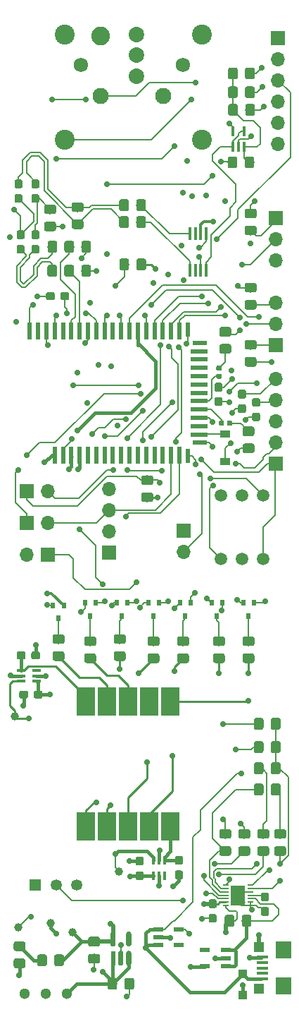
<source format=gbr>
G04 #@! TF.GenerationSoftware,KiCad,Pcbnew,(5.0.2)-1*
G04 #@! TF.CreationDate,2020-11-24T18:05:23+01:00*
G04 #@! TF.ProjectId,PCB_BLUETOOTH_V3,5043425f-424c-4554-9554-4f4f54485f56,rev?*
G04 #@! TF.SameCoordinates,Original*
G04 #@! TF.FileFunction,Copper,L1,Top*
G04 #@! TF.FilePolarity,Positive*
%FSLAX46Y46*%
G04 Gerber Fmt 4.6, Leading zero omitted, Abs format (unit mm)*
G04 Created by KiCad (PCBNEW (5.0.2)-1) date 24/11/2020 18:05:23*
%MOMM*%
%LPD*%
G01*
G04 APERTURE LIST*
G04 #@! TA.AperFunction,Conductor*
%ADD10C,0.100000*%
G04 #@! TD*
G04 #@! TA.AperFunction,SMDPad,CuDef*
%ADD11C,0.950000*%
G04 #@! TD*
G04 #@! TA.AperFunction,SMDPad,CuDef*
%ADD12C,1.150000*%
G04 #@! TD*
G04 #@! TA.AperFunction,SMDPad,CuDef*
%ADD13R,0.600000X2.000000*%
G04 #@! TD*
G04 #@! TA.AperFunction,SMDPad,CuDef*
%ADD14R,0.600000X1.750000*%
G04 #@! TD*
G04 #@! TA.AperFunction,SMDPad,CuDef*
%ADD15R,1.750000X0.600000*%
G04 #@! TD*
G04 #@! TA.AperFunction,SMDPad,CuDef*
%ADD16R,2.000000X0.600000*%
G04 #@! TD*
G04 #@! TA.AperFunction,SMDPad,CuDef*
%ADD17R,1.250000X0.600000*%
G04 #@! TD*
G04 #@! TA.AperFunction,SMDPad,CuDef*
%ADD18R,0.500000X0.650000*%
G04 #@! TD*
G04 #@! TA.AperFunction,ComponentPad*
%ADD19R,1.700000X1.700000*%
G04 #@! TD*
G04 #@! TA.AperFunction,ComponentPad*
%ADD20O,1.700000X1.700000*%
G04 #@! TD*
G04 #@! TA.AperFunction,ComponentPad*
%ADD21C,1.300000*%
G04 #@! TD*
G04 #@! TA.AperFunction,ComponentPad*
%ADD22R,1.350000X1.350000*%
G04 #@! TD*
G04 #@! TA.AperFunction,ComponentPad*
%ADD23C,1.350000*%
G04 #@! TD*
G04 #@! TA.AperFunction,SMDPad,CuDef*
%ADD24R,0.750000X0.200000*%
G04 #@! TD*
G04 #@! TA.AperFunction,SMDPad,CuDef*
%ADD25R,1.800000X2.400000*%
G04 #@! TD*
G04 #@! TA.AperFunction,SMDPad,CuDef*
%ADD26R,2.200000X3.400000*%
G04 #@! TD*
G04 #@! TA.AperFunction,SMDPad,CuDef*
%ADD27R,1.200000X0.900000*%
G04 #@! TD*
G04 #@! TA.AperFunction,SMDPad,CuDef*
%ADD28R,1.900000X2.150000*%
G04 #@! TD*
G04 #@! TA.AperFunction,SMDPad,CuDef*
%ADD29R,1.300000X1.200000*%
G04 #@! TD*
G04 #@! TA.AperFunction,SMDPad,CuDef*
%ADD30R,1.350000X0.400000*%
G04 #@! TD*
G04 #@! TA.AperFunction,ComponentPad*
%ADD31C,1.500000*%
G04 #@! TD*
G04 #@! TA.AperFunction,SMDPad,CuDef*
%ADD32R,0.400000X1.050000*%
G04 #@! TD*
G04 #@! TA.AperFunction,SMDPad,CuDef*
%ADD33R,1.050000X0.400000*%
G04 #@! TD*
G04 #@! TA.AperFunction,ComponentPad*
%ADD34C,1.860000*%
G04 #@! TD*
G04 #@! TA.AperFunction,SMDPad,CuDef*
%ADD35R,1.000000X1.000000*%
G04 #@! TD*
G04 #@! TA.AperFunction,ComponentPad*
%ADD36C,1.725000*%
G04 #@! TD*
G04 #@! TA.AperFunction,ComponentPad*
%ADD37C,1.950000*%
G04 #@! TD*
G04 #@! TA.AperFunction,ComponentPad*
%ADD38C,2.250000*%
G04 #@! TD*
G04 #@! TA.AperFunction,ComponentPad*
%ADD39C,2.400000*%
G04 #@! TD*
G04 #@! TA.AperFunction,SMDPad,CuDef*
%ADD40C,0.590000*%
G04 #@! TD*
G04 #@! TA.AperFunction,BGAPad,CuDef*
%ADD41C,1.000000*%
G04 #@! TD*
G04 #@! TA.AperFunction,SMDPad,CuDef*
%ADD42R,0.431800X1.498600*%
G04 #@! TD*
G04 #@! TA.AperFunction,SMDPad,CuDef*
%ADD43R,0.612132X1.805236*%
G04 #@! TD*
G04 #@! TA.AperFunction,SMDPad,CuDef*
%ADD44C,0.612132*%
G04 #@! TD*
G04 #@! TA.AperFunction,SMDPad,CuDef*
%ADD45R,0.400000X1.200000*%
G04 #@! TD*
G04 #@! TA.AperFunction,ViaPad*
%ADD46C,0.700000*%
G04 #@! TD*
G04 #@! TA.AperFunction,Conductor*
%ADD47C,0.150000*%
G04 #@! TD*
G04 #@! TA.AperFunction,Conductor*
%ADD48C,0.200000*%
G04 #@! TD*
G04 #@! TA.AperFunction,Conductor*
%ADD49C,0.400000*%
G04 #@! TD*
G04 #@! TA.AperFunction,Conductor*
%ADD50C,0.500000*%
G04 #@! TD*
G04 #@! TA.AperFunction,Conductor*
%ADD51C,0.250000*%
G04 #@! TD*
G04 #@! TA.AperFunction,Conductor*
%ADD52C,0.350000*%
G04 #@! TD*
G04 #@! TA.AperFunction,Conductor*
%ADD53C,0.300000*%
G04 #@! TD*
G04 APERTURE END LIST*
D10*
G04 #@! TO.N,Net-(J6-Pad5)*
G04 #@! TO.C,R18*
G36*
X131299379Y-82090944D02*
X131322434Y-82094363D01*
X131345043Y-82100027D01*
X131366987Y-82107879D01*
X131388057Y-82117844D01*
X131408048Y-82129826D01*
X131426768Y-82143710D01*
X131444038Y-82159362D01*
X131459690Y-82176632D01*
X131473574Y-82195352D01*
X131485556Y-82215343D01*
X131495521Y-82236413D01*
X131503373Y-82258357D01*
X131509037Y-82280966D01*
X131512456Y-82304021D01*
X131513600Y-82327300D01*
X131513600Y-82902300D01*
X131512456Y-82925579D01*
X131509037Y-82948634D01*
X131503373Y-82971243D01*
X131495521Y-82993187D01*
X131485556Y-83014257D01*
X131473574Y-83034248D01*
X131459690Y-83052968D01*
X131444038Y-83070238D01*
X131426768Y-83085890D01*
X131408048Y-83099774D01*
X131388057Y-83111756D01*
X131366987Y-83121721D01*
X131345043Y-83129573D01*
X131322434Y-83135237D01*
X131299379Y-83138656D01*
X131276100Y-83139800D01*
X130801100Y-83139800D01*
X130777821Y-83138656D01*
X130754766Y-83135237D01*
X130732157Y-83129573D01*
X130710213Y-83121721D01*
X130689143Y-83111756D01*
X130669152Y-83099774D01*
X130650432Y-83085890D01*
X130633162Y-83070238D01*
X130617510Y-83052968D01*
X130603626Y-83034248D01*
X130591644Y-83014257D01*
X130581679Y-82993187D01*
X130573827Y-82971243D01*
X130568163Y-82948634D01*
X130564744Y-82925579D01*
X130563600Y-82902300D01*
X130563600Y-82327300D01*
X130564744Y-82304021D01*
X130568163Y-82280966D01*
X130573827Y-82258357D01*
X130581679Y-82236413D01*
X130591644Y-82215343D01*
X130603626Y-82195352D01*
X130617510Y-82176632D01*
X130633162Y-82159362D01*
X130650432Y-82143710D01*
X130669152Y-82129826D01*
X130689143Y-82117844D01*
X130710213Y-82107879D01*
X130732157Y-82100027D01*
X130754766Y-82094363D01*
X130777821Y-82090944D01*
X130801100Y-82089800D01*
X131276100Y-82089800D01*
X131299379Y-82090944D01*
X131299379Y-82090944D01*
G37*
D11*
G04 #@! TD*
G04 #@! TO.P,R18,1*
G04 #@! TO.N,Net-(J6-Pad5)*
X131038600Y-82614800D03*
D10*
G04 #@! TO.N,MCLR*
G04 #@! TO.C,R18*
G36*
X131299379Y-83840944D02*
X131322434Y-83844363D01*
X131345043Y-83850027D01*
X131366987Y-83857879D01*
X131388057Y-83867844D01*
X131408048Y-83879826D01*
X131426768Y-83893710D01*
X131444038Y-83909362D01*
X131459690Y-83926632D01*
X131473574Y-83945352D01*
X131485556Y-83965343D01*
X131495521Y-83986413D01*
X131503373Y-84008357D01*
X131509037Y-84030966D01*
X131512456Y-84054021D01*
X131513600Y-84077300D01*
X131513600Y-84652300D01*
X131512456Y-84675579D01*
X131509037Y-84698634D01*
X131503373Y-84721243D01*
X131495521Y-84743187D01*
X131485556Y-84764257D01*
X131473574Y-84784248D01*
X131459690Y-84802968D01*
X131444038Y-84820238D01*
X131426768Y-84835890D01*
X131408048Y-84849774D01*
X131388057Y-84861756D01*
X131366987Y-84871721D01*
X131345043Y-84879573D01*
X131322434Y-84885237D01*
X131299379Y-84888656D01*
X131276100Y-84889800D01*
X130801100Y-84889800D01*
X130777821Y-84888656D01*
X130754766Y-84885237D01*
X130732157Y-84879573D01*
X130710213Y-84871721D01*
X130689143Y-84861756D01*
X130669152Y-84849774D01*
X130650432Y-84835890D01*
X130633162Y-84820238D01*
X130617510Y-84802968D01*
X130603626Y-84784248D01*
X130591644Y-84764257D01*
X130581679Y-84743187D01*
X130573827Y-84721243D01*
X130568163Y-84698634D01*
X130564744Y-84675579D01*
X130563600Y-84652300D01*
X130563600Y-84077300D01*
X130564744Y-84054021D01*
X130568163Y-84030966D01*
X130573827Y-84008357D01*
X130581679Y-83986413D01*
X130591644Y-83965343D01*
X130603626Y-83945352D01*
X130617510Y-83926632D01*
X130633162Y-83909362D01*
X130650432Y-83893710D01*
X130669152Y-83879826D01*
X130689143Y-83867844D01*
X130710213Y-83857879D01*
X130732157Y-83850027D01*
X130754766Y-83844363D01*
X130777821Y-83840944D01*
X130801100Y-83839800D01*
X131276100Y-83839800D01*
X131299379Y-83840944D01*
X131299379Y-83840944D01*
G37*
D11*
G04 #@! TD*
G04 #@! TO.P,R18,2*
G04 #@! TO.N,MCLR*
X131038600Y-84364800D03*
D10*
G04 #@! TO.N,3V3*
G04 #@! TO.C,D9*
G36*
X119267005Y-66357204D02*
X119291273Y-66360804D01*
X119315072Y-66366765D01*
X119338171Y-66375030D01*
X119360350Y-66385520D01*
X119381393Y-66398132D01*
X119401099Y-66412747D01*
X119419277Y-66429223D01*
X119435753Y-66447401D01*
X119450368Y-66467107D01*
X119462980Y-66488150D01*
X119473470Y-66510329D01*
X119481735Y-66533428D01*
X119487696Y-66557227D01*
X119491296Y-66581495D01*
X119492500Y-66605999D01*
X119492500Y-67506001D01*
X119491296Y-67530505D01*
X119487696Y-67554773D01*
X119481735Y-67578572D01*
X119473470Y-67601671D01*
X119462980Y-67623850D01*
X119450368Y-67644893D01*
X119435753Y-67664599D01*
X119419277Y-67682777D01*
X119401099Y-67699253D01*
X119381393Y-67713868D01*
X119360350Y-67726480D01*
X119338171Y-67736970D01*
X119315072Y-67745235D01*
X119291273Y-67751196D01*
X119267005Y-67754796D01*
X119242501Y-67756000D01*
X118592499Y-67756000D01*
X118567995Y-67754796D01*
X118543727Y-67751196D01*
X118519928Y-67745235D01*
X118496829Y-67736970D01*
X118474650Y-67726480D01*
X118453607Y-67713868D01*
X118433901Y-67699253D01*
X118415723Y-67682777D01*
X118399247Y-67664599D01*
X118384632Y-67644893D01*
X118372020Y-67623850D01*
X118361530Y-67601671D01*
X118353265Y-67578572D01*
X118347304Y-67554773D01*
X118343704Y-67530505D01*
X118342500Y-67506001D01*
X118342500Y-66605999D01*
X118343704Y-66581495D01*
X118347304Y-66557227D01*
X118353265Y-66533428D01*
X118361530Y-66510329D01*
X118372020Y-66488150D01*
X118384632Y-66467107D01*
X118399247Y-66447401D01*
X118415723Y-66429223D01*
X118433901Y-66412747D01*
X118453607Y-66398132D01*
X118474650Y-66385520D01*
X118496829Y-66375030D01*
X118519928Y-66366765D01*
X118543727Y-66360804D01*
X118567995Y-66357204D01*
X118592499Y-66356000D01*
X119242501Y-66356000D01*
X119267005Y-66357204D01*
X119267005Y-66357204D01*
G37*
D12*
G04 #@! TD*
G04 #@! TO.P,D9,2*
G04 #@! TO.N,3V3*
X118917500Y-67056000D03*
D10*
G04 #@! TO.N,Net-(D9-Pad1)*
G04 #@! TO.C,D9*
G36*
X117217005Y-66357204D02*
X117241273Y-66360804D01*
X117265072Y-66366765D01*
X117288171Y-66375030D01*
X117310350Y-66385520D01*
X117331393Y-66398132D01*
X117351099Y-66412747D01*
X117369277Y-66429223D01*
X117385753Y-66447401D01*
X117400368Y-66467107D01*
X117412980Y-66488150D01*
X117423470Y-66510329D01*
X117431735Y-66533428D01*
X117437696Y-66557227D01*
X117441296Y-66581495D01*
X117442500Y-66605999D01*
X117442500Y-67506001D01*
X117441296Y-67530505D01*
X117437696Y-67554773D01*
X117431735Y-67578572D01*
X117423470Y-67601671D01*
X117412980Y-67623850D01*
X117400368Y-67644893D01*
X117385753Y-67664599D01*
X117369277Y-67682777D01*
X117351099Y-67699253D01*
X117331393Y-67713868D01*
X117310350Y-67726480D01*
X117288171Y-67736970D01*
X117265072Y-67745235D01*
X117241273Y-67751196D01*
X117217005Y-67754796D01*
X117192501Y-67756000D01*
X116542499Y-67756000D01*
X116517995Y-67754796D01*
X116493727Y-67751196D01*
X116469928Y-67745235D01*
X116446829Y-67736970D01*
X116424650Y-67726480D01*
X116403607Y-67713868D01*
X116383901Y-67699253D01*
X116365723Y-67682777D01*
X116349247Y-67664599D01*
X116334632Y-67644893D01*
X116322020Y-67623850D01*
X116311530Y-67601671D01*
X116303265Y-67578572D01*
X116297304Y-67554773D01*
X116293704Y-67530505D01*
X116292500Y-67506001D01*
X116292500Y-66605999D01*
X116293704Y-66581495D01*
X116297304Y-66557227D01*
X116303265Y-66533428D01*
X116311530Y-66510329D01*
X116322020Y-66488150D01*
X116334632Y-66467107D01*
X116349247Y-66447401D01*
X116365723Y-66429223D01*
X116383901Y-66412747D01*
X116403607Y-66398132D01*
X116424650Y-66385520D01*
X116446829Y-66375030D01*
X116469928Y-66366765D01*
X116493727Y-66360804D01*
X116517995Y-66357204D01*
X116542499Y-66356000D01*
X117192501Y-66356000D01*
X117217005Y-66357204D01*
X117217005Y-66357204D01*
G37*
D12*
G04 #@! TD*
G04 #@! TO.P,D9,1*
G04 #@! TO.N,Net-(D9-Pad1)*
X116867500Y-67056000D03*
D10*
G04 #@! TO.N,Net-(D1-Pad1)*
G04 #@! TO.C,D1*
G36*
X135450005Y-121475204D02*
X135474273Y-121478804D01*
X135498072Y-121484765D01*
X135521171Y-121493030D01*
X135543350Y-121503520D01*
X135564393Y-121516132D01*
X135584099Y-121530747D01*
X135602277Y-121547223D01*
X135618753Y-121565401D01*
X135633368Y-121585107D01*
X135645980Y-121606150D01*
X135656470Y-121628329D01*
X135664735Y-121651428D01*
X135670696Y-121675227D01*
X135674296Y-121699495D01*
X135675500Y-121723999D01*
X135675500Y-122624001D01*
X135674296Y-122648505D01*
X135670696Y-122672773D01*
X135664735Y-122696572D01*
X135656470Y-122719671D01*
X135645980Y-122741850D01*
X135633368Y-122762893D01*
X135618753Y-122782599D01*
X135602277Y-122800777D01*
X135584099Y-122817253D01*
X135564393Y-122831868D01*
X135543350Y-122844480D01*
X135521171Y-122854970D01*
X135498072Y-122863235D01*
X135474273Y-122869196D01*
X135450005Y-122872796D01*
X135425501Y-122874000D01*
X134775499Y-122874000D01*
X134750995Y-122872796D01*
X134726727Y-122869196D01*
X134702928Y-122863235D01*
X134679829Y-122854970D01*
X134657650Y-122844480D01*
X134636607Y-122831868D01*
X134616901Y-122817253D01*
X134598723Y-122800777D01*
X134582247Y-122782599D01*
X134567632Y-122762893D01*
X134555020Y-122741850D01*
X134544530Y-122719671D01*
X134536265Y-122696572D01*
X134530304Y-122672773D01*
X134526704Y-122648505D01*
X134525500Y-122624001D01*
X134525500Y-121723999D01*
X134526704Y-121699495D01*
X134530304Y-121675227D01*
X134536265Y-121651428D01*
X134544530Y-121628329D01*
X134555020Y-121606150D01*
X134567632Y-121585107D01*
X134582247Y-121565401D01*
X134598723Y-121547223D01*
X134616901Y-121530747D01*
X134636607Y-121516132D01*
X134657650Y-121503520D01*
X134679829Y-121493030D01*
X134702928Y-121484765D01*
X134726727Y-121478804D01*
X134750995Y-121475204D01*
X134775499Y-121474000D01*
X135425501Y-121474000D01*
X135450005Y-121475204D01*
X135450005Y-121475204D01*
G37*
D12*
G04 #@! TD*
G04 #@! TO.P,D1,1*
G04 #@! TO.N,Net-(D1-Pad1)*
X135100500Y-122174000D03*
D10*
G04 #@! TO.N,Net-(D1-Pad2)*
G04 #@! TO.C,D1*
G36*
X133400005Y-121475204D02*
X133424273Y-121478804D01*
X133448072Y-121484765D01*
X133471171Y-121493030D01*
X133493350Y-121503520D01*
X133514393Y-121516132D01*
X133534099Y-121530747D01*
X133552277Y-121547223D01*
X133568753Y-121565401D01*
X133583368Y-121585107D01*
X133595980Y-121606150D01*
X133606470Y-121628329D01*
X133614735Y-121651428D01*
X133620696Y-121675227D01*
X133624296Y-121699495D01*
X133625500Y-121723999D01*
X133625500Y-122624001D01*
X133624296Y-122648505D01*
X133620696Y-122672773D01*
X133614735Y-122696572D01*
X133606470Y-122719671D01*
X133595980Y-122741850D01*
X133583368Y-122762893D01*
X133568753Y-122782599D01*
X133552277Y-122800777D01*
X133534099Y-122817253D01*
X133514393Y-122831868D01*
X133493350Y-122844480D01*
X133471171Y-122854970D01*
X133448072Y-122863235D01*
X133424273Y-122869196D01*
X133400005Y-122872796D01*
X133375501Y-122874000D01*
X132725499Y-122874000D01*
X132700995Y-122872796D01*
X132676727Y-122869196D01*
X132652928Y-122863235D01*
X132629829Y-122854970D01*
X132607650Y-122844480D01*
X132586607Y-122831868D01*
X132566901Y-122817253D01*
X132548723Y-122800777D01*
X132532247Y-122782599D01*
X132517632Y-122762893D01*
X132505020Y-122741850D01*
X132494530Y-122719671D01*
X132486265Y-122696572D01*
X132480304Y-122672773D01*
X132476704Y-122648505D01*
X132475500Y-122624001D01*
X132475500Y-121723999D01*
X132476704Y-121699495D01*
X132480304Y-121675227D01*
X132486265Y-121651428D01*
X132494530Y-121628329D01*
X132505020Y-121606150D01*
X132517632Y-121585107D01*
X132532247Y-121565401D01*
X132548723Y-121547223D01*
X132566901Y-121530747D01*
X132586607Y-121516132D01*
X132607650Y-121503520D01*
X132629829Y-121493030D01*
X132652928Y-121484765D01*
X132676727Y-121478804D01*
X132700995Y-121475204D01*
X132725499Y-121474000D01*
X133375501Y-121474000D01*
X133400005Y-121475204D01*
X133400005Y-121475204D01*
G37*
D12*
G04 #@! TD*
G04 #@! TO.P,D1,2*
G04 #@! TO.N,Net-(D1-Pad2)*
X133050500Y-122174000D03*
D10*
G04 #@! TO.N,Net-(D2-Pad2)*
G04 #@! TO.C,D2*
G36*
X133400005Y-124269204D02*
X133424273Y-124272804D01*
X133448072Y-124278765D01*
X133471171Y-124287030D01*
X133493350Y-124297520D01*
X133514393Y-124310132D01*
X133534099Y-124324747D01*
X133552277Y-124341223D01*
X133568753Y-124359401D01*
X133583368Y-124379107D01*
X133595980Y-124400150D01*
X133606470Y-124422329D01*
X133614735Y-124445428D01*
X133620696Y-124469227D01*
X133624296Y-124493495D01*
X133625500Y-124517999D01*
X133625500Y-125418001D01*
X133624296Y-125442505D01*
X133620696Y-125466773D01*
X133614735Y-125490572D01*
X133606470Y-125513671D01*
X133595980Y-125535850D01*
X133583368Y-125556893D01*
X133568753Y-125576599D01*
X133552277Y-125594777D01*
X133534099Y-125611253D01*
X133514393Y-125625868D01*
X133493350Y-125638480D01*
X133471171Y-125648970D01*
X133448072Y-125657235D01*
X133424273Y-125663196D01*
X133400005Y-125666796D01*
X133375501Y-125668000D01*
X132725499Y-125668000D01*
X132700995Y-125666796D01*
X132676727Y-125663196D01*
X132652928Y-125657235D01*
X132629829Y-125648970D01*
X132607650Y-125638480D01*
X132586607Y-125625868D01*
X132566901Y-125611253D01*
X132548723Y-125594777D01*
X132532247Y-125576599D01*
X132517632Y-125556893D01*
X132505020Y-125535850D01*
X132494530Y-125513671D01*
X132486265Y-125490572D01*
X132480304Y-125466773D01*
X132476704Y-125442505D01*
X132475500Y-125418001D01*
X132475500Y-124517999D01*
X132476704Y-124493495D01*
X132480304Y-124469227D01*
X132486265Y-124445428D01*
X132494530Y-124422329D01*
X132505020Y-124400150D01*
X132517632Y-124379107D01*
X132532247Y-124359401D01*
X132548723Y-124341223D01*
X132566901Y-124324747D01*
X132586607Y-124310132D01*
X132607650Y-124297520D01*
X132629829Y-124287030D01*
X132652928Y-124278765D01*
X132676727Y-124272804D01*
X132700995Y-124269204D01*
X132725499Y-124268000D01*
X133375501Y-124268000D01*
X133400005Y-124269204D01*
X133400005Y-124269204D01*
G37*
D12*
G04 #@! TD*
G04 #@! TO.P,D2,2*
G04 #@! TO.N,Net-(D2-Pad2)*
X133050500Y-124968000D03*
D10*
G04 #@! TO.N,Net-(D1-Pad1)*
G04 #@! TO.C,D2*
G36*
X135450005Y-124269204D02*
X135474273Y-124272804D01*
X135498072Y-124278765D01*
X135521171Y-124287030D01*
X135543350Y-124297520D01*
X135564393Y-124310132D01*
X135584099Y-124324747D01*
X135602277Y-124341223D01*
X135618753Y-124359401D01*
X135633368Y-124379107D01*
X135645980Y-124400150D01*
X135656470Y-124422329D01*
X135664735Y-124445428D01*
X135670696Y-124469227D01*
X135674296Y-124493495D01*
X135675500Y-124517999D01*
X135675500Y-125418001D01*
X135674296Y-125442505D01*
X135670696Y-125466773D01*
X135664735Y-125490572D01*
X135656470Y-125513671D01*
X135645980Y-125535850D01*
X135633368Y-125556893D01*
X135618753Y-125576599D01*
X135602277Y-125594777D01*
X135584099Y-125611253D01*
X135564393Y-125625868D01*
X135543350Y-125638480D01*
X135521171Y-125648970D01*
X135498072Y-125657235D01*
X135474273Y-125663196D01*
X135450005Y-125666796D01*
X135425501Y-125668000D01*
X134775499Y-125668000D01*
X134750995Y-125666796D01*
X134726727Y-125663196D01*
X134702928Y-125657235D01*
X134679829Y-125648970D01*
X134657650Y-125638480D01*
X134636607Y-125625868D01*
X134616901Y-125611253D01*
X134598723Y-125594777D01*
X134582247Y-125576599D01*
X134567632Y-125556893D01*
X134555020Y-125535850D01*
X134544530Y-125513671D01*
X134536265Y-125490572D01*
X134530304Y-125466773D01*
X134526704Y-125442505D01*
X134525500Y-125418001D01*
X134525500Y-124517999D01*
X134526704Y-124493495D01*
X134530304Y-124469227D01*
X134536265Y-124445428D01*
X134544530Y-124422329D01*
X134555020Y-124400150D01*
X134567632Y-124379107D01*
X134582247Y-124359401D01*
X134598723Y-124341223D01*
X134616901Y-124324747D01*
X134636607Y-124310132D01*
X134657650Y-124297520D01*
X134679829Y-124287030D01*
X134702928Y-124278765D01*
X134726727Y-124272804D01*
X134750995Y-124269204D01*
X134775499Y-124268000D01*
X135425501Y-124268000D01*
X135450005Y-124269204D01*
X135450005Y-124269204D01*
G37*
D12*
G04 #@! TD*
G04 #@! TO.P,D2,1*
G04 #@! TO.N,Net-(D1-Pad1)*
X135100500Y-124968000D03*
D10*
G04 #@! TO.N,Net-(D1-Pad1)*
G04 #@! TO.C,D3*
G36*
X135450005Y-126809204D02*
X135474273Y-126812804D01*
X135498072Y-126818765D01*
X135521171Y-126827030D01*
X135543350Y-126837520D01*
X135564393Y-126850132D01*
X135584099Y-126864747D01*
X135602277Y-126881223D01*
X135618753Y-126899401D01*
X135633368Y-126919107D01*
X135645980Y-126940150D01*
X135656470Y-126962329D01*
X135664735Y-126985428D01*
X135670696Y-127009227D01*
X135674296Y-127033495D01*
X135675500Y-127057999D01*
X135675500Y-127958001D01*
X135674296Y-127982505D01*
X135670696Y-128006773D01*
X135664735Y-128030572D01*
X135656470Y-128053671D01*
X135645980Y-128075850D01*
X135633368Y-128096893D01*
X135618753Y-128116599D01*
X135602277Y-128134777D01*
X135584099Y-128151253D01*
X135564393Y-128165868D01*
X135543350Y-128178480D01*
X135521171Y-128188970D01*
X135498072Y-128197235D01*
X135474273Y-128203196D01*
X135450005Y-128206796D01*
X135425501Y-128208000D01*
X134775499Y-128208000D01*
X134750995Y-128206796D01*
X134726727Y-128203196D01*
X134702928Y-128197235D01*
X134679829Y-128188970D01*
X134657650Y-128178480D01*
X134636607Y-128165868D01*
X134616901Y-128151253D01*
X134598723Y-128134777D01*
X134582247Y-128116599D01*
X134567632Y-128096893D01*
X134555020Y-128075850D01*
X134544530Y-128053671D01*
X134536265Y-128030572D01*
X134530304Y-128006773D01*
X134526704Y-127982505D01*
X134525500Y-127958001D01*
X134525500Y-127057999D01*
X134526704Y-127033495D01*
X134530304Y-127009227D01*
X134536265Y-126985428D01*
X134544530Y-126962329D01*
X134555020Y-126940150D01*
X134567632Y-126919107D01*
X134582247Y-126899401D01*
X134598723Y-126881223D01*
X134616901Y-126864747D01*
X134636607Y-126850132D01*
X134657650Y-126837520D01*
X134679829Y-126827030D01*
X134702928Y-126818765D01*
X134726727Y-126812804D01*
X134750995Y-126809204D01*
X134775499Y-126808000D01*
X135425501Y-126808000D01*
X135450005Y-126809204D01*
X135450005Y-126809204D01*
G37*
D12*
G04 #@! TD*
G04 #@! TO.P,D3,1*
G04 #@! TO.N,Net-(D1-Pad1)*
X135100500Y-127508000D03*
D10*
G04 #@! TO.N,Net-(D3-Pad2)*
G04 #@! TO.C,D3*
G36*
X133400005Y-126809204D02*
X133424273Y-126812804D01*
X133448072Y-126818765D01*
X133471171Y-126827030D01*
X133493350Y-126837520D01*
X133514393Y-126850132D01*
X133534099Y-126864747D01*
X133552277Y-126881223D01*
X133568753Y-126899401D01*
X133583368Y-126919107D01*
X133595980Y-126940150D01*
X133606470Y-126962329D01*
X133614735Y-126985428D01*
X133620696Y-127009227D01*
X133624296Y-127033495D01*
X133625500Y-127057999D01*
X133625500Y-127958001D01*
X133624296Y-127982505D01*
X133620696Y-128006773D01*
X133614735Y-128030572D01*
X133606470Y-128053671D01*
X133595980Y-128075850D01*
X133583368Y-128096893D01*
X133568753Y-128116599D01*
X133552277Y-128134777D01*
X133534099Y-128151253D01*
X133514393Y-128165868D01*
X133493350Y-128178480D01*
X133471171Y-128188970D01*
X133448072Y-128197235D01*
X133424273Y-128203196D01*
X133400005Y-128206796D01*
X133375501Y-128208000D01*
X132725499Y-128208000D01*
X132700995Y-128206796D01*
X132676727Y-128203196D01*
X132652928Y-128197235D01*
X132629829Y-128188970D01*
X132607650Y-128178480D01*
X132586607Y-128165868D01*
X132566901Y-128151253D01*
X132548723Y-128134777D01*
X132532247Y-128116599D01*
X132517632Y-128096893D01*
X132505020Y-128075850D01*
X132494530Y-128053671D01*
X132486265Y-128030572D01*
X132480304Y-128006773D01*
X132476704Y-127982505D01*
X132475500Y-127958001D01*
X132475500Y-127057999D01*
X132476704Y-127033495D01*
X132480304Y-127009227D01*
X132486265Y-126985428D01*
X132494530Y-126962329D01*
X132505020Y-126940150D01*
X132517632Y-126919107D01*
X132532247Y-126899401D01*
X132548723Y-126881223D01*
X132566901Y-126864747D01*
X132586607Y-126850132D01*
X132607650Y-126837520D01*
X132629829Y-126827030D01*
X132652928Y-126818765D01*
X132676727Y-126812804D01*
X132700995Y-126809204D01*
X132725499Y-126808000D01*
X133375501Y-126808000D01*
X133400005Y-126809204D01*
X133400005Y-126809204D01*
G37*
D12*
G04 #@! TD*
G04 #@! TO.P,D3,2*
G04 #@! TO.N,Net-(D3-Pad2)*
X133050500Y-127508000D03*
D10*
G04 #@! TO.N,Net-(D12-Pad2)*
G04 #@! TO.C,D12*
G36*
X132300505Y-86502704D02*
X132324773Y-86506304D01*
X132348572Y-86512265D01*
X132371671Y-86520530D01*
X132393850Y-86531020D01*
X132414893Y-86543632D01*
X132434599Y-86558247D01*
X132452777Y-86574723D01*
X132469253Y-86592901D01*
X132483868Y-86612607D01*
X132496480Y-86633650D01*
X132506970Y-86655829D01*
X132515235Y-86678928D01*
X132521196Y-86702727D01*
X132524796Y-86726995D01*
X132526000Y-86751499D01*
X132526000Y-87401501D01*
X132524796Y-87426005D01*
X132521196Y-87450273D01*
X132515235Y-87474072D01*
X132506970Y-87497171D01*
X132496480Y-87519350D01*
X132483868Y-87540393D01*
X132469253Y-87560099D01*
X132452777Y-87578277D01*
X132434599Y-87594753D01*
X132414893Y-87609368D01*
X132393850Y-87621980D01*
X132371671Y-87632470D01*
X132348572Y-87640735D01*
X132324773Y-87646696D01*
X132300505Y-87650296D01*
X132276001Y-87651500D01*
X131375999Y-87651500D01*
X131351495Y-87650296D01*
X131327227Y-87646696D01*
X131303428Y-87640735D01*
X131280329Y-87632470D01*
X131258150Y-87621980D01*
X131237107Y-87609368D01*
X131217401Y-87594753D01*
X131199223Y-87578277D01*
X131182747Y-87560099D01*
X131168132Y-87540393D01*
X131155520Y-87519350D01*
X131145030Y-87497171D01*
X131136765Y-87474072D01*
X131130804Y-87450273D01*
X131127204Y-87426005D01*
X131126000Y-87401501D01*
X131126000Y-86751499D01*
X131127204Y-86726995D01*
X131130804Y-86702727D01*
X131136765Y-86678928D01*
X131145030Y-86655829D01*
X131155520Y-86633650D01*
X131168132Y-86612607D01*
X131182747Y-86592901D01*
X131199223Y-86574723D01*
X131217401Y-86558247D01*
X131237107Y-86543632D01*
X131258150Y-86531020D01*
X131280329Y-86520530D01*
X131303428Y-86512265D01*
X131327227Y-86506304D01*
X131351495Y-86502704D01*
X131375999Y-86501500D01*
X132276001Y-86501500D01*
X132300505Y-86502704D01*
X132300505Y-86502704D01*
G37*
D12*
G04 #@! TD*
G04 #@! TO.P,D12,2*
G04 #@! TO.N,Net-(D12-Pad2)*
X131826000Y-87076500D03*
D10*
G04 #@! TO.N,GND*
G04 #@! TO.C,D12*
G36*
X132300505Y-88552704D02*
X132324773Y-88556304D01*
X132348572Y-88562265D01*
X132371671Y-88570530D01*
X132393850Y-88581020D01*
X132414893Y-88593632D01*
X132434599Y-88608247D01*
X132452777Y-88624723D01*
X132469253Y-88642901D01*
X132483868Y-88662607D01*
X132496480Y-88683650D01*
X132506970Y-88705829D01*
X132515235Y-88728928D01*
X132521196Y-88752727D01*
X132524796Y-88776995D01*
X132526000Y-88801499D01*
X132526000Y-89451501D01*
X132524796Y-89476005D01*
X132521196Y-89500273D01*
X132515235Y-89524072D01*
X132506970Y-89547171D01*
X132496480Y-89569350D01*
X132483868Y-89590393D01*
X132469253Y-89610099D01*
X132452777Y-89628277D01*
X132434599Y-89644753D01*
X132414893Y-89659368D01*
X132393850Y-89671980D01*
X132371671Y-89682470D01*
X132348572Y-89690735D01*
X132324773Y-89696696D01*
X132300505Y-89700296D01*
X132276001Y-89701500D01*
X131375999Y-89701500D01*
X131351495Y-89700296D01*
X131327227Y-89696696D01*
X131303428Y-89690735D01*
X131280329Y-89682470D01*
X131258150Y-89671980D01*
X131237107Y-89659368D01*
X131217401Y-89644753D01*
X131199223Y-89628277D01*
X131182747Y-89610099D01*
X131168132Y-89590393D01*
X131155520Y-89569350D01*
X131145030Y-89547171D01*
X131136765Y-89524072D01*
X131130804Y-89500273D01*
X131127204Y-89476005D01*
X131126000Y-89451501D01*
X131126000Y-88801499D01*
X131127204Y-88776995D01*
X131130804Y-88752727D01*
X131136765Y-88728928D01*
X131145030Y-88705829D01*
X131155520Y-88683650D01*
X131168132Y-88662607D01*
X131182747Y-88642901D01*
X131199223Y-88624723D01*
X131217401Y-88608247D01*
X131237107Y-88593632D01*
X131258150Y-88581020D01*
X131280329Y-88570530D01*
X131303428Y-88562265D01*
X131327227Y-88556304D01*
X131351495Y-88552704D01*
X131375999Y-88551500D01*
X132276001Y-88551500D01*
X132300505Y-88552704D01*
X132300505Y-88552704D01*
G37*
D12*
G04 #@! TD*
G04 #@! TO.P,D12,1*
G04 #@! TO.N,GND*
X131826000Y-89126500D03*
D10*
G04 #@! TO.N,Net-(D13-Pad1)*
G04 #@! TO.C,D13*
G36*
X107325305Y-149847004D02*
X107349573Y-149850604D01*
X107373372Y-149856565D01*
X107396471Y-149864830D01*
X107418650Y-149875320D01*
X107439693Y-149887932D01*
X107459399Y-149902547D01*
X107477577Y-149919023D01*
X107494053Y-149937201D01*
X107508668Y-149956907D01*
X107521280Y-149977950D01*
X107531770Y-150000129D01*
X107540035Y-150023228D01*
X107545996Y-150047027D01*
X107549596Y-150071295D01*
X107550800Y-150095799D01*
X107550800Y-150995801D01*
X107549596Y-151020305D01*
X107545996Y-151044573D01*
X107540035Y-151068372D01*
X107531770Y-151091471D01*
X107521280Y-151113650D01*
X107508668Y-151134693D01*
X107494053Y-151154399D01*
X107477577Y-151172577D01*
X107459399Y-151189053D01*
X107439693Y-151203668D01*
X107418650Y-151216280D01*
X107396471Y-151226770D01*
X107373372Y-151235035D01*
X107349573Y-151240996D01*
X107325305Y-151244596D01*
X107300801Y-151245800D01*
X106650799Y-151245800D01*
X106626295Y-151244596D01*
X106602027Y-151240996D01*
X106578228Y-151235035D01*
X106555129Y-151226770D01*
X106532950Y-151216280D01*
X106511907Y-151203668D01*
X106492201Y-151189053D01*
X106474023Y-151172577D01*
X106457547Y-151154399D01*
X106442932Y-151134693D01*
X106430320Y-151113650D01*
X106419830Y-151091471D01*
X106411565Y-151068372D01*
X106405604Y-151044573D01*
X106402004Y-151020305D01*
X106400800Y-150995801D01*
X106400800Y-150095799D01*
X106402004Y-150071295D01*
X106405604Y-150047027D01*
X106411565Y-150023228D01*
X106419830Y-150000129D01*
X106430320Y-149977950D01*
X106442932Y-149956907D01*
X106457547Y-149937201D01*
X106474023Y-149919023D01*
X106492201Y-149902547D01*
X106511907Y-149887932D01*
X106532950Y-149875320D01*
X106555129Y-149864830D01*
X106578228Y-149856565D01*
X106602027Y-149850604D01*
X106626295Y-149847004D01*
X106650799Y-149845800D01*
X107300801Y-149845800D01*
X107325305Y-149847004D01*
X107325305Y-149847004D01*
G37*
D12*
G04 #@! TD*
G04 #@! TO.P,D13,1*
G04 #@! TO.N,Net-(D13-Pad1)*
X106975800Y-150545800D03*
D10*
G04 #@! TO.N,3V3*
G04 #@! TO.C,D13*
G36*
X109375305Y-149847004D02*
X109399573Y-149850604D01*
X109423372Y-149856565D01*
X109446471Y-149864830D01*
X109468650Y-149875320D01*
X109489693Y-149887932D01*
X109509399Y-149902547D01*
X109527577Y-149919023D01*
X109544053Y-149937201D01*
X109558668Y-149956907D01*
X109571280Y-149977950D01*
X109581770Y-150000129D01*
X109590035Y-150023228D01*
X109595996Y-150047027D01*
X109599596Y-150071295D01*
X109600800Y-150095799D01*
X109600800Y-150995801D01*
X109599596Y-151020305D01*
X109595996Y-151044573D01*
X109590035Y-151068372D01*
X109581770Y-151091471D01*
X109571280Y-151113650D01*
X109558668Y-151134693D01*
X109544053Y-151154399D01*
X109527577Y-151172577D01*
X109509399Y-151189053D01*
X109489693Y-151203668D01*
X109468650Y-151216280D01*
X109446471Y-151226770D01*
X109423372Y-151235035D01*
X109399573Y-151240996D01*
X109375305Y-151244596D01*
X109350801Y-151245800D01*
X108700799Y-151245800D01*
X108676295Y-151244596D01*
X108652027Y-151240996D01*
X108628228Y-151235035D01*
X108605129Y-151226770D01*
X108582950Y-151216280D01*
X108561907Y-151203668D01*
X108542201Y-151189053D01*
X108524023Y-151172577D01*
X108507547Y-151154399D01*
X108492932Y-151134693D01*
X108480320Y-151113650D01*
X108469830Y-151091471D01*
X108461565Y-151068372D01*
X108455604Y-151044573D01*
X108452004Y-151020305D01*
X108450800Y-150995801D01*
X108450800Y-150095799D01*
X108452004Y-150071295D01*
X108455604Y-150047027D01*
X108461565Y-150023228D01*
X108469830Y-150000129D01*
X108480320Y-149977950D01*
X108492932Y-149956907D01*
X108507547Y-149937201D01*
X108524023Y-149919023D01*
X108542201Y-149902547D01*
X108561907Y-149887932D01*
X108582950Y-149875320D01*
X108605129Y-149864830D01*
X108628228Y-149856565D01*
X108652027Y-149850604D01*
X108676295Y-149847004D01*
X108700799Y-149845800D01*
X109350801Y-149845800D01*
X109375305Y-149847004D01*
X109375305Y-149847004D01*
G37*
D12*
G04 #@! TD*
G04 #@! TO.P,D13,2*
G04 #@! TO.N,3V3*
X109025800Y-150545800D03*
D10*
G04 #@! TO.N,Net-(D4-Pad2)*
G04 #@! TO.C,D4*
G36*
X135450005Y-129349204D02*
X135474273Y-129352804D01*
X135498072Y-129358765D01*
X135521171Y-129367030D01*
X135543350Y-129377520D01*
X135564393Y-129390132D01*
X135584099Y-129404747D01*
X135602277Y-129421223D01*
X135618753Y-129439401D01*
X135633368Y-129459107D01*
X135645980Y-129480150D01*
X135656470Y-129502329D01*
X135664735Y-129525428D01*
X135670696Y-129549227D01*
X135674296Y-129573495D01*
X135675500Y-129597999D01*
X135675500Y-130498001D01*
X135674296Y-130522505D01*
X135670696Y-130546773D01*
X135664735Y-130570572D01*
X135656470Y-130593671D01*
X135645980Y-130615850D01*
X135633368Y-130636893D01*
X135618753Y-130656599D01*
X135602277Y-130674777D01*
X135584099Y-130691253D01*
X135564393Y-130705868D01*
X135543350Y-130718480D01*
X135521171Y-130728970D01*
X135498072Y-130737235D01*
X135474273Y-130743196D01*
X135450005Y-130746796D01*
X135425501Y-130748000D01*
X134775499Y-130748000D01*
X134750995Y-130746796D01*
X134726727Y-130743196D01*
X134702928Y-130737235D01*
X134679829Y-130728970D01*
X134657650Y-130718480D01*
X134636607Y-130705868D01*
X134616901Y-130691253D01*
X134598723Y-130674777D01*
X134582247Y-130656599D01*
X134567632Y-130636893D01*
X134555020Y-130615850D01*
X134544530Y-130593671D01*
X134536265Y-130570572D01*
X134530304Y-130546773D01*
X134526704Y-130522505D01*
X134525500Y-130498001D01*
X134525500Y-129597999D01*
X134526704Y-129573495D01*
X134530304Y-129549227D01*
X134536265Y-129525428D01*
X134544530Y-129502329D01*
X134555020Y-129480150D01*
X134567632Y-129459107D01*
X134582247Y-129439401D01*
X134598723Y-129421223D01*
X134616901Y-129404747D01*
X134636607Y-129390132D01*
X134657650Y-129377520D01*
X134679829Y-129367030D01*
X134702928Y-129358765D01*
X134726727Y-129352804D01*
X134750995Y-129349204D01*
X134775499Y-129348000D01*
X135425501Y-129348000D01*
X135450005Y-129349204D01*
X135450005Y-129349204D01*
G37*
D12*
G04 #@! TD*
G04 #@! TO.P,D4,2*
G04 #@! TO.N,Net-(D4-Pad2)*
X135100500Y-130048000D03*
D10*
G04 #@! TO.N,Net-(D4-Pad1)*
G04 #@! TO.C,D4*
G36*
X133400005Y-129349204D02*
X133424273Y-129352804D01*
X133448072Y-129358765D01*
X133471171Y-129367030D01*
X133493350Y-129377520D01*
X133514393Y-129390132D01*
X133534099Y-129404747D01*
X133552277Y-129421223D01*
X133568753Y-129439401D01*
X133583368Y-129459107D01*
X133595980Y-129480150D01*
X133606470Y-129502329D01*
X133614735Y-129525428D01*
X133620696Y-129549227D01*
X133624296Y-129573495D01*
X133625500Y-129597999D01*
X133625500Y-130498001D01*
X133624296Y-130522505D01*
X133620696Y-130546773D01*
X133614735Y-130570572D01*
X133606470Y-130593671D01*
X133595980Y-130615850D01*
X133583368Y-130636893D01*
X133568753Y-130656599D01*
X133552277Y-130674777D01*
X133534099Y-130691253D01*
X133514393Y-130705868D01*
X133493350Y-130718480D01*
X133471171Y-130728970D01*
X133448072Y-130737235D01*
X133424273Y-130743196D01*
X133400005Y-130746796D01*
X133375501Y-130748000D01*
X132725499Y-130748000D01*
X132700995Y-130746796D01*
X132676727Y-130743196D01*
X132652928Y-130737235D01*
X132629829Y-130728970D01*
X132607650Y-130718480D01*
X132586607Y-130705868D01*
X132566901Y-130691253D01*
X132548723Y-130674777D01*
X132532247Y-130656599D01*
X132517632Y-130636893D01*
X132505020Y-130615850D01*
X132494530Y-130593671D01*
X132486265Y-130570572D01*
X132480304Y-130546773D01*
X132476704Y-130522505D01*
X132475500Y-130498001D01*
X132475500Y-129597999D01*
X132476704Y-129573495D01*
X132480304Y-129549227D01*
X132486265Y-129525428D01*
X132494530Y-129502329D01*
X132505020Y-129480150D01*
X132517632Y-129459107D01*
X132532247Y-129439401D01*
X132548723Y-129421223D01*
X132566901Y-129404747D01*
X132586607Y-129390132D01*
X132607650Y-129377520D01*
X132629829Y-129367030D01*
X132652928Y-129358765D01*
X132676727Y-129352804D01*
X132700995Y-129349204D01*
X132725499Y-129348000D01*
X133375501Y-129348000D01*
X133400005Y-129349204D01*
X133400005Y-129349204D01*
G37*
D12*
G04 #@! TD*
G04 #@! TO.P,D4,1*
G04 #@! TO.N,Net-(D4-Pad1)*
X133050500Y-130048000D03*
D10*
G04 #@! TO.N,GND*
G04 #@! TO.C,D14*
G36*
X129506505Y-74564704D02*
X129530773Y-74568304D01*
X129554572Y-74574265D01*
X129577671Y-74582530D01*
X129599850Y-74593020D01*
X129620893Y-74605632D01*
X129640599Y-74620247D01*
X129658777Y-74636723D01*
X129675253Y-74654901D01*
X129689868Y-74674607D01*
X129702480Y-74695650D01*
X129712970Y-74717829D01*
X129721235Y-74740928D01*
X129727196Y-74764727D01*
X129730796Y-74788995D01*
X129732000Y-74813499D01*
X129732000Y-75463501D01*
X129730796Y-75488005D01*
X129727196Y-75512273D01*
X129721235Y-75536072D01*
X129712970Y-75559171D01*
X129702480Y-75581350D01*
X129689868Y-75602393D01*
X129675253Y-75622099D01*
X129658777Y-75640277D01*
X129640599Y-75656753D01*
X129620893Y-75671368D01*
X129599850Y-75683980D01*
X129577671Y-75694470D01*
X129554572Y-75702735D01*
X129530773Y-75708696D01*
X129506505Y-75712296D01*
X129482001Y-75713500D01*
X128581999Y-75713500D01*
X128557495Y-75712296D01*
X128533227Y-75708696D01*
X128509428Y-75702735D01*
X128486329Y-75694470D01*
X128464150Y-75683980D01*
X128443107Y-75671368D01*
X128423401Y-75656753D01*
X128405223Y-75640277D01*
X128388747Y-75622099D01*
X128374132Y-75602393D01*
X128361520Y-75581350D01*
X128351030Y-75559171D01*
X128342765Y-75536072D01*
X128336804Y-75512273D01*
X128333204Y-75488005D01*
X128332000Y-75463501D01*
X128332000Y-74813499D01*
X128333204Y-74788995D01*
X128336804Y-74764727D01*
X128342765Y-74740928D01*
X128351030Y-74717829D01*
X128361520Y-74695650D01*
X128374132Y-74674607D01*
X128388747Y-74654901D01*
X128405223Y-74636723D01*
X128423401Y-74620247D01*
X128443107Y-74605632D01*
X128464150Y-74593020D01*
X128486329Y-74582530D01*
X128509428Y-74574265D01*
X128533227Y-74568304D01*
X128557495Y-74564704D01*
X128581999Y-74563500D01*
X129482001Y-74563500D01*
X129506505Y-74564704D01*
X129506505Y-74564704D01*
G37*
D12*
G04 #@! TD*
G04 #@! TO.P,D14,1*
G04 #@! TO.N,GND*
X129032000Y-75138500D03*
D10*
G04 #@! TO.N,Net-(D14-Pad2)*
G04 #@! TO.C,D14*
G36*
X129506505Y-76614704D02*
X129530773Y-76618304D01*
X129554572Y-76624265D01*
X129577671Y-76632530D01*
X129599850Y-76643020D01*
X129620893Y-76655632D01*
X129640599Y-76670247D01*
X129658777Y-76686723D01*
X129675253Y-76704901D01*
X129689868Y-76724607D01*
X129702480Y-76745650D01*
X129712970Y-76767829D01*
X129721235Y-76790928D01*
X129727196Y-76814727D01*
X129730796Y-76838995D01*
X129732000Y-76863499D01*
X129732000Y-77513501D01*
X129730796Y-77538005D01*
X129727196Y-77562273D01*
X129721235Y-77586072D01*
X129712970Y-77609171D01*
X129702480Y-77631350D01*
X129689868Y-77652393D01*
X129675253Y-77672099D01*
X129658777Y-77690277D01*
X129640599Y-77706753D01*
X129620893Y-77721368D01*
X129599850Y-77733980D01*
X129577671Y-77744470D01*
X129554572Y-77752735D01*
X129530773Y-77758696D01*
X129506505Y-77762296D01*
X129482001Y-77763500D01*
X128581999Y-77763500D01*
X128557495Y-77762296D01*
X128533227Y-77758696D01*
X128509428Y-77752735D01*
X128486329Y-77744470D01*
X128464150Y-77733980D01*
X128443107Y-77721368D01*
X128423401Y-77706753D01*
X128405223Y-77690277D01*
X128388747Y-77672099D01*
X128374132Y-77652393D01*
X128361520Y-77631350D01*
X128351030Y-77609171D01*
X128342765Y-77586072D01*
X128336804Y-77562273D01*
X128333204Y-77538005D01*
X128332000Y-77513501D01*
X128332000Y-76863499D01*
X128333204Y-76838995D01*
X128336804Y-76814727D01*
X128342765Y-76790928D01*
X128351030Y-76767829D01*
X128361520Y-76745650D01*
X128374132Y-76724607D01*
X128388747Y-76704901D01*
X128405223Y-76686723D01*
X128423401Y-76670247D01*
X128443107Y-76655632D01*
X128464150Y-76643020D01*
X128486329Y-76632530D01*
X128509428Y-76624265D01*
X128533227Y-76618304D01*
X128557495Y-76614704D01*
X128581999Y-76613500D01*
X129482001Y-76613500D01*
X129506505Y-76614704D01*
X129506505Y-76614704D01*
G37*
D12*
G04 #@! TD*
G04 #@! TO.P,D14,2*
G04 #@! TO.N,Net-(D14-Pad2)*
X129032000Y-77188500D03*
D13*
G04 #@! TO.P,IC7,1*
G04 #@! TO.N,3V3*
X108506000Y-89916000D03*
G04 #@! TO.P,IC7,2*
G04 #@! TO.N,GND*
X109506000Y-89916000D03*
G04 #@! TO.P,IC7,3*
X110506000Y-89916000D03*
G04 #@! TO.P,IC7,4*
X111506000Y-89916000D03*
G04 #@! TO.P,IC7,5*
G04 #@! TO.N,Net-(IC7-Pad5)*
X112506000Y-89916000D03*
G04 #@! TO.P,IC7,6*
G04 #@! TO.N,Net-(IC7-Pad6)*
X113506000Y-89916000D03*
G04 #@! TO.P,IC7,7*
G04 #@! TO.N,Net-(IC7-Pad7)*
X114506000Y-89916000D03*
G04 #@! TO.P,IC7,8*
G04 #@! TO.N,Net-(IC7-Pad8)*
X115506000Y-89916000D03*
G04 #@! TO.P,IC7,9*
G04 #@! TO.N,Net-(IC7-Pad9)*
X116506000Y-89916000D03*
G04 #@! TO.P,IC7,10*
G04 #@! TO.N,Net-(IC7-Pad10)*
X117506000Y-89916000D03*
G04 #@! TO.P,IC7,11*
G04 #@! TO.N,Net-(IC7-Pad11)*
X118506000Y-89916000D03*
G04 #@! TO.P,IC7,12*
G04 #@! TO.N,Net-(IC7-Pad12)*
X119506000Y-89916000D03*
G04 #@! TO.P,IC7,13*
G04 #@! TO.N,Net-(IC7-Pad13)*
X120506000Y-89916000D03*
G04 #@! TO.P,IC7,14*
G04 #@! TO.N,Net-(IC7-Pad14)*
X121506000Y-89916000D03*
G04 #@! TO.P,IC7,15*
G04 #@! TO.N,UART_RX*
X122506000Y-89916000D03*
G04 #@! TO.P,IC7,16*
G04 #@! TO.N,UART_TX*
X123506000Y-89916000D03*
D14*
G04 #@! TO.P,IC7,17*
G04 #@! TO.N,3V3*
X124506000Y-90041000D03*
D15*
G04 #@! TO.P,IC7,18*
G04 #@! TO.N,GND*
X125961000Y-88466000D03*
D16*
G04 #@! TO.P,IC7,19*
G04 #@! TO.N,Net-(D5-Pad2)*
X125836000Y-87466000D03*
G04 #@! TO.P,IC7,20*
G04 #@! TO.N,Net-(IC7-Pad20)*
X125836000Y-86466000D03*
G04 #@! TO.P,IC7,21*
G04 #@! TO.N,GND*
X125836000Y-85466000D03*
G04 #@! TO.P,IC7,22*
G04 #@! TO.N,Net-(IC7-Pad22)*
X125836000Y-84466000D03*
G04 #@! TO.P,IC7,23*
G04 #@! TO.N,Net-(IC7-Pad23)*
X125836000Y-83466000D03*
G04 #@! TO.P,IC7,24*
G04 #@! TO.N,Net-(IC7-Pad24)*
X125836000Y-82466000D03*
G04 #@! TO.P,IC7,25*
G04 #@! TO.N,Net-(IC7-Pad25)*
X125836000Y-81466000D03*
G04 #@! TO.P,IC7,26*
G04 #@! TO.N,Net-(IC7-Pad26)*
X125836000Y-80466000D03*
G04 #@! TO.P,IC7,27*
G04 #@! TO.N,Net-(IC7-Pad27)*
X125836000Y-79466000D03*
G04 #@! TO.P,IC7,28*
G04 #@! TO.N,Net-(IC7-Pad28)*
X125836000Y-78466000D03*
G04 #@! TO.P,IC7,29*
G04 #@! TO.N,Net-(IC7-Pad29)*
X125836000Y-77466000D03*
D15*
G04 #@! TO.P,IC7,30*
G04 #@! TO.N,Net-(IC7-Pad30)*
X125961000Y-76466000D03*
D14*
G04 #@! TO.P,IC7,31*
G04 #@! TO.N,GND*
X124506000Y-74891000D03*
D13*
G04 #@! TO.P,IC7,32*
G04 #@! TO.N,SPI_CS*
X123506000Y-75016000D03*
G04 #@! TO.P,IC7,33*
G04 #@! TO.N,SPI_CLK*
X122506000Y-75016000D03*
G04 #@! TO.P,IC7,34*
G04 #@! TO.N,SPI_MISO*
X121506000Y-75016000D03*
G04 #@! TO.P,IC7,35*
G04 #@! TO.N,SPI_MOSI*
X120506000Y-75016000D03*
G04 #@! TO.P,IC7,36*
G04 #@! TO.N,Net-(IC7-Pad36)*
X119506000Y-75016000D03*
G04 #@! TO.P,IC7,37*
G04 #@! TO.N,VBAT_IN*
X118506000Y-75016000D03*
G04 #@! TO.P,IC7,38*
G04 #@! TO.N,VUSB*
X117506000Y-75016000D03*
G04 #@! TO.P,IC7,39*
G04 #@! TO.N,GND*
X116506000Y-75016000D03*
G04 #@! TO.P,IC7,40*
G04 #@! TO.N,Net-(IC7-Pad40)*
X115506000Y-75016000D03*
G04 #@! TO.P,IC7,41*
G04 #@! TO.N,AUDIO_IN_P_RIGHT*
X114506000Y-75016000D03*
G04 #@! TO.P,IC7,42*
G04 #@! TO.N,AUDIO_IN_N_RIGHT*
X113506000Y-75016000D03*
G04 #@! TO.P,IC7,43*
G04 #@! TO.N,GND*
X112506000Y-75016000D03*
G04 #@! TO.P,IC7,44*
G04 #@! TO.N,AUDIO_IN_P_LEFT_P*
X111506000Y-75016000D03*
G04 #@! TO.P,IC7,45*
G04 #@! TO.N,AUDIO_IN_N_LEFT_N*
X110506000Y-75016000D03*
G04 #@! TO.P,IC7,46*
G04 #@! TO.N,AUDIO_OUT_N_RIGHT*
X109506000Y-75016000D03*
G04 #@! TO.P,IC7,47*
G04 #@! TO.N,AUDIO_OUT_P_RIGHT*
X108506000Y-75016000D03*
G04 #@! TO.P,IC7,48*
G04 #@! TO.N,GND*
X107506000Y-75016000D03*
G04 #@! TO.P,IC7,49*
G04 #@! TO.N,AUDIO_OUT_N_LEFT*
X106506000Y-75016000D03*
G04 #@! TO.P,IC7,50*
G04 #@! TO.N,AUDIO_OUT_P_LEFT*
X105506000Y-75016000D03*
G04 #@! TD*
D17*
G04 #@! TO.P,D7,5*
G04 #@! TO.N,V_LDO*
X126588200Y-151241800D03*
G04 #@! TO.P,D7,4*
G04 #@! TO.N,Net-(D7-Pad4)*
X126588200Y-149341800D03*
G04 #@! TO.P,D7,3*
G04 #@! TO.N,VBAT_OUT*
X129088200Y-149341800D03*
G04 #@! TO.P,D7,2*
G04 #@! TO.N,GND*
X129088200Y-150291800D03*
G04 #@! TO.P,D7,1*
G04 #@! TO.N,VBAT_OUT*
X129088200Y-151241800D03*
G04 #@! TD*
D18*
G04 #@! TO.P,Q6,3*
G04 #@! TO.N,Net-(Q6-Pad3)*
X131826000Y-109233000D03*
G04 #@! TO.P,Q6,2*
G04 #@! TO.N,Net-(Q6-Pad2)*
X132476000Y-107683000D03*
G04 #@! TO.P,Q6,1*
G04 #@! TO.N,GND*
X131176000Y-107683000D03*
G04 #@! TD*
G04 #@! TO.P,Q5,1*
G04 #@! TO.N,GND*
X115936000Y-107683000D03*
G04 #@! TO.P,Q5,2*
G04 #@! TO.N,Net-(Q5-Pad2)*
X117236000Y-107683000D03*
G04 #@! TO.P,Q5,3*
G04 #@! TO.N,Net-(Q5-Pad3)*
X116586000Y-109233000D03*
G04 #@! TD*
G04 #@! TO.P,Q4,3*
G04 #@! TO.N,Net-(Q4-Pad3)*
X108940600Y-109512400D03*
G04 #@! TO.P,Q4,2*
G04 #@! TO.N,Net-(Q4-Pad2)*
X109590600Y-107962400D03*
G04 #@! TO.P,Q4,1*
G04 #@! TO.N,GND*
X108290600Y-107962400D03*
G04 #@! TD*
G04 #@! TO.P,Q3,1*
G04 #@! TO.N,GND*
X123556000Y-107683000D03*
G04 #@! TO.P,Q3,2*
G04 #@! TO.N,Net-(Q3-Pad2)*
X124856000Y-107683000D03*
G04 #@! TO.P,Q3,3*
G04 #@! TO.N,Net-(Q3-Pad3)*
X124206000Y-109233000D03*
G04 #@! TD*
G04 #@! TO.P,Q2,3*
G04 #@! TO.N,Net-(Q2-Pad3)*
X128016000Y-109233000D03*
G04 #@! TO.P,Q2,2*
G04 #@! TO.N,Net-(Q2-Pad2)*
X128666000Y-107683000D03*
G04 #@! TO.P,Q2,1*
G04 #@! TO.N,GND*
X127366000Y-107683000D03*
G04 #@! TD*
G04 #@! TO.P,Q1,1*
G04 #@! TO.N,GND*
X112126000Y-107683000D03*
G04 #@! TO.P,Q1,2*
G04 #@! TO.N,Net-(Q1-Pad2)*
X113426000Y-107683000D03*
G04 #@! TO.P,Q1,3*
G04 #@! TO.N,Net-(Q1-Pad3)*
X112776000Y-109233000D03*
G04 #@! TD*
G04 #@! TO.P,Q7,3*
G04 #@! TO.N,Net-(Q7-Pad3)*
X120396000Y-109233000D03*
G04 #@! TO.P,Q7,2*
G04 #@! TO.N,Net-(Q7-Pad2)*
X121046000Y-107683000D03*
G04 #@! TO.P,Q7,1*
G04 #@! TO.N,GND*
X119746000Y-107683000D03*
G04 #@! TD*
D19*
G04 #@! TO.P,JP3,1*
G04 #@! TO.N,UART_RX_2*
X123977400Y-99034600D03*
D20*
G04 #@! TO.P,JP3,2*
G04 #@! TO.N,UART_TX_2*
X123977400Y-101574600D03*
G04 #@! TD*
D10*
G04 #@! TO.N,Net-(C2-Pad1)*
G04 #@! TO.C,C2*
G36*
X132286105Y-54114404D02*
X132310373Y-54118004D01*
X132334172Y-54123965D01*
X132357271Y-54132230D01*
X132379450Y-54142720D01*
X132400493Y-54155332D01*
X132420199Y-54169947D01*
X132438377Y-54186423D01*
X132454853Y-54204601D01*
X132469468Y-54224307D01*
X132482080Y-54245350D01*
X132492570Y-54267529D01*
X132500835Y-54290628D01*
X132506796Y-54314427D01*
X132510396Y-54338695D01*
X132511600Y-54363199D01*
X132511600Y-55263201D01*
X132510396Y-55287705D01*
X132506796Y-55311973D01*
X132500835Y-55335772D01*
X132492570Y-55358871D01*
X132482080Y-55381050D01*
X132469468Y-55402093D01*
X132454853Y-55421799D01*
X132438377Y-55439977D01*
X132420199Y-55456453D01*
X132400493Y-55471068D01*
X132379450Y-55483680D01*
X132357271Y-55494170D01*
X132334172Y-55502435D01*
X132310373Y-55508396D01*
X132286105Y-55511996D01*
X132261601Y-55513200D01*
X131611599Y-55513200D01*
X131587095Y-55511996D01*
X131562827Y-55508396D01*
X131539028Y-55502435D01*
X131515929Y-55494170D01*
X131493750Y-55483680D01*
X131472707Y-55471068D01*
X131453001Y-55456453D01*
X131434823Y-55439977D01*
X131418347Y-55421799D01*
X131403732Y-55402093D01*
X131391120Y-55381050D01*
X131380630Y-55358871D01*
X131372365Y-55335772D01*
X131366404Y-55311973D01*
X131362804Y-55287705D01*
X131361600Y-55263201D01*
X131361600Y-54363199D01*
X131362804Y-54338695D01*
X131366404Y-54314427D01*
X131372365Y-54290628D01*
X131380630Y-54267529D01*
X131391120Y-54245350D01*
X131403732Y-54224307D01*
X131418347Y-54204601D01*
X131434823Y-54186423D01*
X131453001Y-54169947D01*
X131472707Y-54155332D01*
X131493750Y-54142720D01*
X131515929Y-54132230D01*
X131539028Y-54123965D01*
X131562827Y-54118004D01*
X131587095Y-54114404D01*
X131611599Y-54113200D01*
X132261601Y-54113200D01*
X132286105Y-54114404D01*
X132286105Y-54114404D01*
G37*
D12*
G04 #@! TD*
G04 #@! TO.P,C2,1*
G04 #@! TO.N,Net-(C2-Pad1)*
X131936600Y-54813200D03*
D10*
G04 #@! TO.N,JACK_IN*
G04 #@! TO.C,C2*
G36*
X130236105Y-54114404D02*
X130260373Y-54118004D01*
X130284172Y-54123965D01*
X130307271Y-54132230D01*
X130329450Y-54142720D01*
X130350493Y-54155332D01*
X130370199Y-54169947D01*
X130388377Y-54186423D01*
X130404853Y-54204601D01*
X130419468Y-54224307D01*
X130432080Y-54245350D01*
X130442570Y-54267529D01*
X130450835Y-54290628D01*
X130456796Y-54314427D01*
X130460396Y-54338695D01*
X130461600Y-54363199D01*
X130461600Y-55263201D01*
X130460396Y-55287705D01*
X130456796Y-55311973D01*
X130450835Y-55335772D01*
X130442570Y-55358871D01*
X130432080Y-55381050D01*
X130419468Y-55402093D01*
X130404853Y-55421799D01*
X130388377Y-55439977D01*
X130370199Y-55456453D01*
X130350493Y-55471068D01*
X130329450Y-55483680D01*
X130307271Y-55494170D01*
X130284172Y-55502435D01*
X130260373Y-55508396D01*
X130236105Y-55511996D01*
X130211601Y-55513200D01*
X129561599Y-55513200D01*
X129537095Y-55511996D01*
X129512827Y-55508396D01*
X129489028Y-55502435D01*
X129465929Y-55494170D01*
X129443750Y-55483680D01*
X129422707Y-55471068D01*
X129403001Y-55456453D01*
X129384823Y-55439977D01*
X129368347Y-55421799D01*
X129353732Y-55402093D01*
X129341120Y-55381050D01*
X129330630Y-55358871D01*
X129322365Y-55335772D01*
X129316404Y-55311973D01*
X129312804Y-55287705D01*
X129311600Y-55263201D01*
X129311600Y-54363199D01*
X129312804Y-54338695D01*
X129316404Y-54314427D01*
X129322365Y-54290628D01*
X129330630Y-54267529D01*
X129341120Y-54245350D01*
X129353732Y-54224307D01*
X129368347Y-54204601D01*
X129384823Y-54186423D01*
X129403001Y-54169947D01*
X129422707Y-54155332D01*
X129443750Y-54142720D01*
X129465929Y-54132230D01*
X129489028Y-54123965D01*
X129512827Y-54118004D01*
X129537095Y-54114404D01*
X129561599Y-54113200D01*
X130211601Y-54113200D01*
X130236105Y-54114404D01*
X130236105Y-54114404D01*
G37*
D12*
G04 #@! TD*
G04 #@! TO.P,C2,2*
G04 #@! TO.N,JACK_IN*
X129886600Y-54813200D03*
D21*
G04 #@! TO.P,S1,1*
G04 #@! TO.N,V_LDO*
X107442000Y-154508200D03*
G04 #@! TO.P,S1,2*
G04 #@! TO.N,Net-(C1-Pad1)*
X109982000Y-154508200D03*
G04 #@! TO.P,S1,3*
G04 #@! TO.N,Net-(S1-Pad3)*
X104902000Y-154508200D03*
G04 #@! TD*
D22*
G04 #@! TO.P,J5,1*
G04 #@! TO.N,VBAT_IN*
X106172000Y-141478000D03*
D23*
G04 #@! TO.P,J5,2*
G04 #@! TO.N,BAT_TH*
X108672000Y-141478000D03*
G04 #@! TO.P,J5,3*
G04 #@! TO.N,GND*
X111172000Y-141478000D03*
G04 #@! TD*
D24*
G04 #@! TO.P,IC6,1*
G04 #@! TO.N,BAT_TH*
X129056000Y-141548000D03*
G04 #@! TO.P,IC6,2*
G04 #@! TO.N,Net-(D1-Pad1)*
X129056000Y-141948000D03*
G04 #@! TO.P,IC6,3*
G04 #@! TO.N,Net-(D4-Pad1)*
X129056000Y-142348000D03*
G04 #@! TO.P,IC6,4*
G04 #@! TO.N,Net-(IC6-Pad4)*
X129056000Y-142748000D03*
G04 #@! TO.P,IC6,5*
G04 #@! TO.N,Net-(IC6-Pad5)*
X129056000Y-143148000D03*
G04 #@! TO.P,IC6,6*
G04 #@! TO.N,VBAT_IN*
X129056000Y-143548000D03*
G04 #@! TO.P,IC6,7*
X129056000Y-143948000D03*
G04 #@! TO.P,IC6,8*
G04 #@! TO.N,GND*
X132056000Y-143948000D03*
G04 #@! TO.P,IC6,9*
X132056000Y-143548000D03*
G04 #@! TO.P,IC6,10*
G04 #@! TO.N,VBAT_OUT*
X132056000Y-143148000D03*
G04 #@! TO.P,IC6,11*
G04 #@! TO.N,Net-(C11-Pad1)*
X132056000Y-142748000D03*
G04 #@! TO.P,IC6,12*
G04 #@! TO.N,GND*
X132056000Y-142348000D03*
G04 #@! TO.P,IC6,13*
G04 #@! TO.N,SDA*
X132056000Y-141948000D03*
G04 #@! TO.P,IC6,14*
G04 #@! TO.N,SCL*
X132056000Y-141548000D03*
D25*
G04 #@! TO.P,IC6,15*
G04 #@! TO.N,GND*
X130556000Y-142748000D03*
G04 #@! TD*
D10*
G04 #@! TO.N,Net-(JP1-Pad3)*
G04 #@! TO.C,R34*
G36*
X132554505Y-71326204D02*
X132578773Y-71329804D01*
X132602572Y-71335765D01*
X132625671Y-71344030D01*
X132647850Y-71354520D01*
X132668893Y-71367132D01*
X132688599Y-71381747D01*
X132706777Y-71398223D01*
X132723253Y-71416401D01*
X132737868Y-71436107D01*
X132750480Y-71457150D01*
X132760970Y-71479329D01*
X132769235Y-71502428D01*
X132775196Y-71526227D01*
X132778796Y-71550495D01*
X132780000Y-71574999D01*
X132780000Y-72225001D01*
X132778796Y-72249505D01*
X132775196Y-72273773D01*
X132769235Y-72297572D01*
X132760970Y-72320671D01*
X132750480Y-72342850D01*
X132737868Y-72363893D01*
X132723253Y-72383599D01*
X132706777Y-72401777D01*
X132688599Y-72418253D01*
X132668893Y-72432868D01*
X132647850Y-72445480D01*
X132625671Y-72455970D01*
X132602572Y-72464235D01*
X132578773Y-72470196D01*
X132554505Y-72473796D01*
X132530001Y-72475000D01*
X131629999Y-72475000D01*
X131605495Y-72473796D01*
X131581227Y-72470196D01*
X131557428Y-72464235D01*
X131534329Y-72455970D01*
X131512150Y-72445480D01*
X131491107Y-72432868D01*
X131471401Y-72418253D01*
X131453223Y-72401777D01*
X131436747Y-72383599D01*
X131422132Y-72363893D01*
X131409520Y-72342850D01*
X131399030Y-72320671D01*
X131390765Y-72297572D01*
X131384804Y-72273773D01*
X131381204Y-72249505D01*
X131380000Y-72225001D01*
X131380000Y-71574999D01*
X131381204Y-71550495D01*
X131384804Y-71526227D01*
X131390765Y-71502428D01*
X131399030Y-71479329D01*
X131409520Y-71457150D01*
X131422132Y-71436107D01*
X131436747Y-71416401D01*
X131453223Y-71398223D01*
X131471401Y-71381747D01*
X131491107Y-71367132D01*
X131512150Y-71354520D01*
X131534329Y-71344030D01*
X131557428Y-71335765D01*
X131581227Y-71329804D01*
X131605495Y-71326204D01*
X131629999Y-71325000D01*
X132530001Y-71325000D01*
X132554505Y-71326204D01*
X132554505Y-71326204D01*
G37*
D12*
G04 #@! TD*
G04 #@! TO.P,R34,2*
G04 #@! TO.N,Net-(JP1-Pad3)*
X132080000Y-71900000D03*
D10*
G04 #@! TO.N,3V3*
G04 #@! TO.C,R34*
G36*
X132554505Y-69276204D02*
X132578773Y-69279804D01*
X132602572Y-69285765D01*
X132625671Y-69294030D01*
X132647850Y-69304520D01*
X132668893Y-69317132D01*
X132688599Y-69331747D01*
X132706777Y-69348223D01*
X132723253Y-69366401D01*
X132737868Y-69386107D01*
X132750480Y-69407150D01*
X132760970Y-69429329D01*
X132769235Y-69452428D01*
X132775196Y-69476227D01*
X132778796Y-69500495D01*
X132780000Y-69524999D01*
X132780000Y-70175001D01*
X132778796Y-70199505D01*
X132775196Y-70223773D01*
X132769235Y-70247572D01*
X132760970Y-70270671D01*
X132750480Y-70292850D01*
X132737868Y-70313893D01*
X132723253Y-70333599D01*
X132706777Y-70351777D01*
X132688599Y-70368253D01*
X132668893Y-70382868D01*
X132647850Y-70395480D01*
X132625671Y-70405970D01*
X132602572Y-70414235D01*
X132578773Y-70420196D01*
X132554505Y-70423796D01*
X132530001Y-70425000D01*
X131629999Y-70425000D01*
X131605495Y-70423796D01*
X131581227Y-70420196D01*
X131557428Y-70414235D01*
X131534329Y-70405970D01*
X131512150Y-70395480D01*
X131491107Y-70382868D01*
X131471401Y-70368253D01*
X131453223Y-70351777D01*
X131436747Y-70333599D01*
X131422132Y-70313893D01*
X131409520Y-70292850D01*
X131399030Y-70270671D01*
X131390765Y-70247572D01*
X131384804Y-70223773D01*
X131381204Y-70199505D01*
X131380000Y-70175001D01*
X131380000Y-69524999D01*
X131381204Y-69500495D01*
X131384804Y-69476227D01*
X131390765Y-69452428D01*
X131399030Y-69429329D01*
X131409520Y-69407150D01*
X131422132Y-69386107D01*
X131436747Y-69366401D01*
X131453223Y-69348223D01*
X131471401Y-69331747D01*
X131491107Y-69317132D01*
X131512150Y-69304520D01*
X131534329Y-69294030D01*
X131557428Y-69285765D01*
X131581227Y-69279804D01*
X131605495Y-69276204D01*
X131629999Y-69275000D01*
X132530001Y-69275000D01*
X132554505Y-69276204D01*
X132554505Y-69276204D01*
G37*
D12*
G04 #@! TD*
G04 #@! TO.P,R34,1*
G04 #@! TO.N,3V3*
X132080000Y-69850000D03*
D10*
G04 #@! TO.N,Net-(JP2-Pad1)*
G04 #@! TO.C,R37*
G36*
X132554505Y-62418204D02*
X132578773Y-62421804D01*
X132602572Y-62427765D01*
X132625671Y-62436030D01*
X132647850Y-62446520D01*
X132668893Y-62459132D01*
X132688599Y-62473747D01*
X132706777Y-62490223D01*
X132723253Y-62508401D01*
X132737868Y-62528107D01*
X132750480Y-62549150D01*
X132760970Y-62571329D01*
X132769235Y-62594428D01*
X132775196Y-62618227D01*
X132778796Y-62642495D01*
X132780000Y-62666999D01*
X132780000Y-63317001D01*
X132778796Y-63341505D01*
X132775196Y-63365773D01*
X132769235Y-63389572D01*
X132760970Y-63412671D01*
X132750480Y-63434850D01*
X132737868Y-63455893D01*
X132723253Y-63475599D01*
X132706777Y-63493777D01*
X132688599Y-63510253D01*
X132668893Y-63524868D01*
X132647850Y-63537480D01*
X132625671Y-63547970D01*
X132602572Y-63556235D01*
X132578773Y-63562196D01*
X132554505Y-63565796D01*
X132530001Y-63567000D01*
X131629999Y-63567000D01*
X131605495Y-63565796D01*
X131581227Y-63562196D01*
X131557428Y-63556235D01*
X131534329Y-63547970D01*
X131512150Y-63537480D01*
X131491107Y-63524868D01*
X131471401Y-63510253D01*
X131453223Y-63493777D01*
X131436747Y-63475599D01*
X131422132Y-63455893D01*
X131409520Y-63434850D01*
X131399030Y-63412671D01*
X131390765Y-63389572D01*
X131384804Y-63365773D01*
X131381204Y-63341505D01*
X131380000Y-63317001D01*
X131380000Y-62666999D01*
X131381204Y-62642495D01*
X131384804Y-62618227D01*
X131390765Y-62594428D01*
X131399030Y-62571329D01*
X131409520Y-62549150D01*
X131422132Y-62528107D01*
X131436747Y-62508401D01*
X131453223Y-62490223D01*
X131471401Y-62473747D01*
X131491107Y-62459132D01*
X131512150Y-62446520D01*
X131534329Y-62436030D01*
X131557428Y-62427765D01*
X131581227Y-62421804D01*
X131605495Y-62418204D01*
X131629999Y-62417000D01*
X132530001Y-62417000D01*
X132554505Y-62418204D01*
X132554505Y-62418204D01*
G37*
D12*
G04 #@! TD*
G04 #@! TO.P,R37,1*
G04 #@! TO.N,Net-(JP2-Pad1)*
X132080000Y-62992000D03*
D10*
G04 #@! TO.N,GND*
G04 #@! TO.C,R37*
G36*
X132554505Y-60368204D02*
X132578773Y-60371804D01*
X132602572Y-60377765D01*
X132625671Y-60386030D01*
X132647850Y-60396520D01*
X132668893Y-60409132D01*
X132688599Y-60423747D01*
X132706777Y-60440223D01*
X132723253Y-60458401D01*
X132737868Y-60478107D01*
X132750480Y-60499150D01*
X132760970Y-60521329D01*
X132769235Y-60544428D01*
X132775196Y-60568227D01*
X132778796Y-60592495D01*
X132780000Y-60616999D01*
X132780000Y-61267001D01*
X132778796Y-61291505D01*
X132775196Y-61315773D01*
X132769235Y-61339572D01*
X132760970Y-61362671D01*
X132750480Y-61384850D01*
X132737868Y-61405893D01*
X132723253Y-61425599D01*
X132706777Y-61443777D01*
X132688599Y-61460253D01*
X132668893Y-61474868D01*
X132647850Y-61487480D01*
X132625671Y-61497970D01*
X132602572Y-61506235D01*
X132578773Y-61512196D01*
X132554505Y-61515796D01*
X132530001Y-61517000D01*
X131629999Y-61517000D01*
X131605495Y-61515796D01*
X131581227Y-61512196D01*
X131557428Y-61506235D01*
X131534329Y-61497970D01*
X131512150Y-61487480D01*
X131491107Y-61474868D01*
X131471401Y-61460253D01*
X131453223Y-61443777D01*
X131436747Y-61425599D01*
X131422132Y-61405893D01*
X131409520Y-61384850D01*
X131399030Y-61362671D01*
X131390765Y-61339572D01*
X131384804Y-61315773D01*
X131381204Y-61291505D01*
X131380000Y-61267001D01*
X131380000Y-60616999D01*
X131381204Y-60592495D01*
X131384804Y-60568227D01*
X131390765Y-60544428D01*
X131399030Y-60521329D01*
X131409520Y-60499150D01*
X131422132Y-60478107D01*
X131436747Y-60458401D01*
X131453223Y-60440223D01*
X131471401Y-60423747D01*
X131491107Y-60409132D01*
X131512150Y-60396520D01*
X131534329Y-60386030D01*
X131557428Y-60377765D01*
X131581227Y-60371804D01*
X131605495Y-60368204D01*
X131629999Y-60367000D01*
X132530001Y-60367000D01*
X132554505Y-60368204D01*
X132554505Y-60368204D01*
G37*
D12*
G04 #@! TD*
G04 #@! TO.P,R37,2*
G04 #@! TO.N,GND*
X132080000Y-60942000D03*
D26*
G04 #@! TO.P,DS1,1*
G04 #@! TO.N,SEG_G*
X122428000Y-119500000D03*
G04 #@! TO.P,DS1,2*
G04 #@! TO.N,Net-(DS1-Pad2)*
X119888000Y-119500000D03*
G04 #@! TO.P,DS1,3*
G04 #@! TO.N,SEG_A*
X117348000Y-119500000D03*
G04 #@! TO.P,DS1,4*
G04 #@! TO.N,SEG_F*
X114808000Y-119500000D03*
G04 #@! TO.P,DS1,5*
G04 #@! TO.N,DIG2*
X112268000Y-119500000D03*
G04 #@! TO.P,DS1,6*
G04 #@! TO.N,SEG_D*
X112268000Y-134500000D03*
G04 #@! TO.P,DS1,7*
G04 #@! TO.N,SEG_E*
X114808000Y-134500000D03*
G04 #@! TO.P,DS1,8*
G04 #@! TO.N,SEG_C*
X117348000Y-134500000D03*
G04 #@! TO.P,DS1,9*
G04 #@! TO.N,SEG_B*
X119888000Y-134500000D03*
G04 #@! TO.P,DS1,10*
G04 #@! TO.N,DIG1*
X122428000Y-134500000D03*
G04 #@! TD*
D27*
G04 #@! TO.P,D5,2*
G04 #@! TO.N,Net-(D5-Pad2)*
X129032000Y-87378000D03*
G04 #@! TO.P,D5,1*
G04 #@! TO.N,RESET_WT32i*
X129032000Y-90678000D03*
G04 #@! TD*
D20*
G04 #@! TO.P,J1,4*
G04 #@! TO.N,UART_TX*
X115062000Y-93980000D03*
G04 #@! TO.P,J1,3*
G04 #@! TO.N,UART_RX*
X115062000Y-96520000D03*
G04 #@! TO.P,J1,2*
G04 #@! TO.N,GND*
X115062000Y-99060000D03*
D19*
G04 #@! TO.P,J1,1*
G04 #@! TO.N,Net-(J1-Pad1)*
X115062000Y-101600000D03*
G04 #@! TD*
D28*
G04 #@! TO.P,J8,9*
G04 #@! TO.N,N/C*
X136074200Y-149309000D03*
G04 #@! TO.P,J8,8*
X136074200Y-153659000D03*
D29*
G04 #@! TO.P,J8,7*
X133074200Y-153984000D03*
G04 #@! TO.P,J8,6*
G04 #@! TO.N,GND*
X133074200Y-148984000D03*
D30*
G04 #@! TO.P,J8,5*
X133474200Y-150184000D03*
G04 #@! TO.P,J8,4*
G04 #@! TO.N,Net-(J8-Pad4)*
X133474200Y-150834000D03*
G04 #@! TO.P,J8,3*
G04 #@! TO.N,Net-(J8-Pad3)*
X133474200Y-151484000D03*
G04 #@! TO.P,J8,2*
G04 #@! TO.N,Net-(J8-Pad2)*
X133474200Y-152134000D03*
G04 #@! TO.P,J8,1*
G04 #@! TO.N,VUSB*
X133474200Y-152784000D03*
G04 #@! TD*
D19*
G04 #@! TO.P,J9,1*
G04 #@! TO.N,3V3*
X135382000Y-39878000D03*
D20*
G04 #@! TO.P,J9,2*
G04 #@! TO.N,SPI_MOSI*
X135382000Y-42418000D03*
G04 #@! TO.P,J9,3*
G04 #@! TO.N,SPI_MISO*
X135382000Y-44958000D03*
G04 #@! TO.P,J9,4*
G04 #@! TO.N,SPI_CLK*
X135382000Y-47498000D03*
G04 #@! TO.P,J9,5*
G04 #@! TO.N,SPI_CS*
X135382000Y-50038000D03*
G04 #@! TO.P,J9,6*
G04 #@! TO.N,GND*
X135382000Y-52578000D03*
G04 #@! TD*
D19*
G04 #@! TO.P,JP4,1*
G04 #@! TO.N,MCLR*
X105156000Y-94234000D03*
D20*
G04 #@! TO.P,JP4,2*
G04 #@! TO.N,Net-(C17-Pad1)*
X107696000Y-94234000D03*
G04 #@! TD*
G04 #@! TO.P,JP5,2*
G04 #@! TO.N,UART_RX*
X107696000Y-98044000D03*
D19*
G04 #@! TO.P,JP5,1*
G04 #@! TO.N,Net-(IC2-Pad44)*
X105156000Y-98044000D03*
G04 #@! TD*
D20*
G04 #@! TO.P,JP8,2*
G04 #@! TO.N,Net-(IC2-Pad1)*
X105156000Y-101854000D03*
D19*
G04 #@! TO.P,JP8,1*
G04 #@! TO.N,UART_TX*
X107696000Y-101854000D03*
G04 #@! TD*
D31*
G04 #@! TO.P,S2,1*
G04 #@! TO.N,ROTARY_IN1*
X128524000Y-102362000D03*
G04 #@! TO.P,S2,2*
G04 #@! TO.N,ROTARY_IN2*
X133604000Y-94742000D03*
G04 #@! TO.P,S2,4*
G04 #@! TO.N,PGC*
X133604000Y-102362000D03*
G04 #@! TO.P,S2,8*
G04 #@! TO.N,PGD*
X128524000Y-94742000D03*
G04 #@! TO.P,S2,C1*
G04 #@! TO.N,3V3*
X131064000Y-102362000D03*
G04 #@! TO.P,S2,C2*
X131064000Y-94742000D03*
G04 #@! TD*
D32*
G04 #@! TO.P,IC3,6*
G04 #@! TO.N,Net-(IC3-Pad6)*
X121706400Y-140421400D03*
G04 #@! TO.P,IC3,5*
G04 #@! TO.N,GND*
X121056400Y-140421400D03*
G04 #@! TO.P,IC3,4*
G04 #@! TO.N,3V3*
X120406400Y-140421400D03*
G04 #@! TO.P,IC3,3*
G04 #@! TO.N,DIG1_7SEG*
X120406400Y-138521400D03*
G04 #@! TO.P,IC3,2*
G04 #@! TO.N,GND*
X121056400Y-138521400D03*
G04 #@! TO.P,IC3,1*
G04 #@! TO.N,DIG1*
X121706400Y-138521400D03*
G04 #@! TD*
D33*
G04 #@! TO.P,IC4,1*
G04 #@! TO.N,DIG2*
X104434600Y-115758200D03*
G04 #@! TO.P,IC4,2*
G04 #@! TO.N,GND*
X104434600Y-116408200D03*
G04 #@! TO.P,IC4,3*
G04 #@! TO.N,DIG2_7SEG*
X104434600Y-117058200D03*
G04 #@! TO.P,IC4,4*
G04 #@! TO.N,3V3*
X106334600Y-117058200D03*
G04 #@! TO.P,IC4,5*
G04 #@! TO.N,GND*
X106334600Y-116408200D03*
G04 #@! TO.P,IC4,6*
G04 #@! TO.N,Net-(IC4-Pad6)*
X106334600Y-115758200D03*
G04 #@! TD*
D34*
G04 #@! TO.P,J4,1*
G04 #@! TO.N,Net-(J4-Pad1)*
X118364000Y-44450000D03*
G04 #@! TO.P,J4,2*
G04 #@! TO.N,Net-(J4-Pad2)*
X118364000Y-41950000D03*
G04 #@! TO.P,J4,3*
G04 #@! TO.N,GND*
X118364000Y-39450000D03*
G04 #@! TD*
D17*
G04 #@! TO.P,D6,1*
G04 #@! TO.N,VUSB*
X120944000Y-146812000D03*
G04 #@! TO.P,D6,2*
G04 #@! TO.N,GND*
X120944000Y-147762000D03*
G04 #@! TO.P,D6,3*
G04 #@! TO.N,VUSB*
X120944000Y-148712000D03*
G04 #@! TO.P,D6,4*
G04 #@! TO.N,Net-(D6-Pad4)*
X123444000Y-148712000D03*
G04 #@! TO.P,D6,5*
G04 #@! TO.N,Net-(C1-Pad1)*
X123444000Y-146812000D03*
G04 #@! TD*
D35*
G04 #@! TO.P,D8,2*
G04 #@! TO.N,GND*
X131114800Y-154691400D03*
G04 #@! TO.P,D8,1*
G04 #@! TO.N,VUSB*
X131114800Y-152191400D03*
G04 #@! TD*
D36*
G04 #@! TO.P,J3,MH2*
G04 #@! TO.N,N/C*
X111646000Y-43124000D03*
G04 #@! TO.P,J3,MH1*
X123946000Y-43124000D03*
D37*
G04 #@! TO.P,J3,T2*
G04 #@! TO.N,AUDIO_OUT_P_LEFT_MONO*
X114046000Y-46874000D03*
G04 #@! TO.P,J3,T1*
G04 #@! TO.N,Net-(J3-PadT1)*
X121546000Y-46874000D03*
D38*
G04 #@! TO.P,J3,S1*
G04 #@! TO.N,GND*
X114046000Y-39624000D03*
G04 #@! TD*
D20*
G04 #@! TO.P,JP1,3*
G04 #@! TO.N,Net-(JP1-Pad3)*
X135128000Y-71628000D03*
G04 #@! TO.P,JP1,2*
G04 #@! TO.N,AUDIO_ROUTING*
X135128000Y-74168000D03*
D19*
G04 #@! TO.P,JP1,1*
G04 #@! TO.N,Net-(JP1-Pad1)*
X135128000Y-76708000D03*
G04 #@! TD*
G04 #@! TO.P,JP2,1*
G04 #@! TO.N,Net-(JP2-Pad1)*
X135128000Y-61468000D03*
D20*
G04 #@! TO.P,JP2,2*
G04 #@! TO.N,AUDIO_MONO_STEREO*
X135128000Y-64008000D03*
G04 #@! TO.P,JP2,3*
G04 #@! TO.N,Net-(JP2-Pad3)*
X135128000Y-66548000D03*
G04 #@! TD*
D10*
G04 #@! TO.N,Net-(C11-Pad1)*
G04 #@! TO.C,C11*
G36*
X134067979Y-142415944D02*
X134091034Y-142419363D01*
X134113643Y-142425027D01*
X134135587Y-142432879D01*
X134156657Y-142442844D01*
X134176648Y-142454826D01*
X134195368Y-142468710D01*
X134212638Y-142484362D01*
X134228290Y-142501632D01*
X134242174Y-142520352D01*
X134254156Y-142540343D01*
X134264121Y-142561413D01*
X134271973Y-142583357D01*
X134277637Y-142605966D01*
X134281056Y-142629021D01*
X134282200Y-142652300D01*
X134282200Y-143227300D01*
X134281056Y-143250579D01*
X134277637Y-143273634D01*
X134271973Y-143296243D01*
X134264121Y-143318187D01*
X134254156Y-143339257D01*
X134242174Y-143359248D01*
X134228290Y-143377968D01*
X134212638Y-143395238D01*
X134195368Y-143410890D01*
X134176648Y-143424774D01*
X134156657Y-143436756D01*
X134135587Y-143446721D01*
X134113643Y-143454573D01*
X134091034Y-143460237D01*
X134067979Y-143463656D01*
X134044700Y-143464800D01*
X133569700Y-143464800D01*
X133546421Y-143463656D01*
X133523366Y-143460237D01*
X133500757Y-143454573D01*
X133478813Y-143446721D01*
X133457743Y-143436756D01*
X133437752Y-143424774D01*
X133419032Y-143410890D01*
X133401762Y-143395238D01*
X133386110Y-143377968D01*
X133372226Y-143359248D01*
X133360244Y-143339257D01*
X133350279Y-143318187D01*
X133342427Y-143296243D01*
X133336763Y-143273634D01*
X133333344Y-143250579D01*
X133332200Y-143227300D01*
X133332200Y-142652300D01*
X133333344Y-142629021D01*
X133336763Y-142605966D01*
X133342427Y-142583357D01*
X133350279Y-142561413D01*
X133360244Y-142540343D01*
X133372226Y-142520352D01*
X133386110Y-142501632D01*
X133401762Y-142484362D01*
X133419032Y-142468710D01*
X133437752Y-142454826D01*
X133457743Y-142442844D01*
X133478813Y-142432879D01*
X133500757Y-142425027D01*
X133523366Y-142419363D01*
X133546421Y-142415944D01*
X133569700Y-142414800D01*
X134044700Y-142414800D01*
X134067979Y-142415944D01*
X134067979Y-142415944D01*
G37*
D11*
G04 #@! TD*
G04 #@! TO.P,C11,1*
G04 #@! TO.N,Net-(C11-Pad1)*
X133807200Y-142939800D03*
D10*
G04 #@! TO.N,GND*
G04 #@! TO.C,C11*
G36*
X134067979Y-144165944D02*
X134091034Y-144169363D01*
X134113643Y-144175027D01*
X134135587Y-144182879D01*
X134156657Y-144192844D01*
X134176648Y-144204826D01*
X134195368Y-144218710D01*
X134212638Y-144234362D01*
X134228290Y-144251632D01*
X134242174Y-144270352D01*
X134254156Y-144290343D01*
X134264121Y-144311413D01*
X134271973Y-144333357D01*
X134277637Y-144355966D01*
X134281056Y-144379021D01*
X134282200Y-144402300D01*
X134282200Y-144977300D01*
X134281056Y-145000579D01*
X134277637Y-145023634D01*
X134271973Y-145046243D01*
X134264121Y-145068187D01*
X134254156Y-145089257D01*
X134242174Y-145109248D01*
X134228290Y-145127968D01*
X134212638Y-145145238D01*
X134195368Y-145160890D01*
X134176648Y-145174774D01*
X134156657Y-145186756D01*
X134135587Y-145196721D01*
X134113643Y-145204573D01*
X134091034Y-145210237D01*
X134067979Y-145213656D01*
X134044700Y-145214800D01*
X133569700Y-145214800D01*
X133546421Y-145213656D01*
X133523366Y-145210237D01*
X133500757Y-145204573D01*
X133478813Y-145196721D01*
X133457743Y-145186756D01*
X133437752Y-145174774D01*
X133419032Y-145160890D01*
X133401762Y-145145238D01*
X133386110Y-145127968D01*
X133372226Y-145109248D01*
X133360244Y-145089257D01*
X133350279Y-145068187D01*
X133342427Y-145046243D01*
X133336763Y-145023634D01*
X133333344Y-145000579D01*
X133332200Y-144977300D01*
X133332200Y-144402300D01*
X133333344Y-144379021D01*
X133336763Y-144355966D01*
X133342427Y-144333357D01*
X133350279Y-144311413D01*
X133360244Y-144290343D01*
X133372226Y-144270352D01*
X133386110Y-144251632D01*
X133401762Y-144234362D01*
X133419032Y-144218710D01*
X133437752Y-144204826D01*
X133457743Y-144192844D01*
X133478813Y-144182879D01*
X133500757Y-144175027D01*
X133523366Y-144169363D01*
X133546421Y-144165944D01*
X133569700Y-144164800D01*
X134044700Y-144164800D01*
X134067979Y-144165944D01*
X134067979Y-144165944D01*
G37*
D11*
G04 #@! TD*
G04 #@! TO.P,C11,2*
G04 #@! TO.N,GND*
X133807200Y-144689800D03*
D10*
G04 #@! TO.N,GND*
G04 #@! TO.C,C12*
G36*
X118980379Y-138123344D02*
X119003434Y-138126763D01*
X119026043Y-138132427D01*
X119047987Y-138140279D01*
X119069057Y-138150244D01*
X119089048Y-138162226D01*
X119107768Y-138176110D01*
X119125038Y-138191762D01*
X119140690Y-138209032D01*
X119154574Y-138227752D01*
X119166556Y-138247743D01*
X119176521Y-138268813D01*
X119184373Y-138290757D01*
X119190037Y-138313366D01*
X119193456Y-138336421D01*
X119194600Y-138359700D01*
X119194600Y-138934700D01*
X119193456Y-138957979D01*
X119190037Y-138981034D01*
X119184373Y-139003643D01*
X119176521Y-139025587D01*
X119166556Y-139046657D01*
X119154574Y-139066648D01*
X119140690Y-139085368D01*
X119125038Y-139102638D01*
X119107768Y-139118290D01*
X119089048Y-139132174D01*
X119069057Y-139144156D01*
X119047987Y-139154121D01*
X119026043Y-139161973D01*
X119003434Y-139167637D01*
X118980379Y-139171056D01*
X118957100Y-139172200D01*
X118482100Y-139172200D01*
X118458821Y-139171056D01*
X118435766Y-139167637D01*
X118413157Y-139161973D01*
X118391213Y-139154121D01*
X118370143Y-139144156D01*
X118350152Y-139132174D01*
X118331432Y-139118290D01*
X118314162Y-139102638D01*
X118298510Y-139085368D01*
X118284626Y-139066648D01*
X118272644Y-139046657D01*
X118262679Y-139025587D01*
X118254827Y-139003643D01*
X118249163Y-138981034D01*
X118245744Y-138957979D01*
X118244600Y-138934700D01*
X118244600Y-138359700D01*
X118245744Y-138336421D01*
X118249163Y-138313366D01*
X118254827Y-138290757D01*
X118262679Y-138268813D01*
X118272644Y-138247743D01*
X118284626Y-138227752D01*
X118298510Y-138209032D01*
X118314162Y-138191762D01*
X118331432Y-138176110D01*
X118350152Y-138162226D01*
X118370143Y-138150244D01*
X118391213Y-138140279D01*
X118413157Y-138132427D01*
X118435766Y-138126763D01*
X118458821Y-138123344D01*
X118482100Y-138122200D01*
X118957100Y-138122200D01*
X118980379Y-138123344D01*
X118980379Y-138123344D01*
G37*
D11*
G04 #@! TD*
G04 #@! TO.P,C12,2*
G04 #@! TO.N,GND*
X118719600Y-138647200D03*
D10*
G04 #@! TO.N,3V3*
G04 #@! TO.C,C12*
G36*
X118980379Y-139873344D02*
X119003434Y-139876763D01*
X119026043Y-139882427D01*
X119047987Y-139890279D01*
X119069057Y-139900244D01*
X119089048Y-139912226D01*
X119107768Y-139926110D01*
X119125038Y-139941762D01*
X119140690Y-139959032D01*
X119154574Y-139977752D01*
X119166556Y-139997743D01*
X119176521Y-140018813D01*
X119184373Y-140040757D01*
X119190037Y-140063366D01*
X119193456Y-140086421D01*
X119194600Y-140109700D01*
X119194600Y-140684700D01*
X119193456Y-140707979D01*
X119190037Y-140731034D01*
X119184373Y-140753643D01*
X119176521Y-140775587D01*
X119166556Y-140796657D01*
X119154574Y-140816648D01*
X119140690Y-140835368D01*
X119125038Y-140852638D01*
X119107768Y-140868290D01*
X119089048Y-140882174D01*
X119069057Y-140894156D01*
X119047987Y-140904121D01*
X119026043Y-140911973D01*
X119003434Y-140917637D01*
X118980379Y-140921056D01*
X118957100Y-140922200D01*
X118482100Y-140922200D01*
X118458821Y-140921056D01*
X118435766Y-140917637D01*
X118413157Y-140911973D01*
X118391213Y-140904121D01*
X118370143Y-140894156D01*
X118350152Y-140882174D01*
X118331432Y-140868290D01*
X118314162Y-140852638D01*
X118298510Y-140835368D01*
X118284626Y-140816648D01*
X118272644Y-140796657D01*
X118262679Y-140775587D01*
X118254827Y-140753643D01*
X118249163Y-140731034D01*
X118245744Y-140707979D01*
X118244600Y-140684700D01*
X118244600Y-140109700D01*
X118245744Y-140086421D01*
X118249163Y-140063366D01*
X118254827Y-140040757D01*
X118262679Y-140018813D01*
X118272644Y-139997743D01*
X118284626Y-139977752D01*
X118298510Y-139959032D01*
X118314162Y-139941762D01*
X118331432Y-139926110D01*
X118350152Y-139912226D01*
X118370143Y-139900244D01*
X118391213Y-139890279D01*
X118413157Y-139882427D01*
X118435766Y-139876763D01*
X118458821Y-139873344D01*
X118482100Y-139872200D01*
X118957100Y-139872200D01*
X118980379Y-139873344D01*
X118980379Y-139873344D01*
G37*
D11*
G04 #@! TD*
G04 #@! TO.P,C12,1*
G04 #@! TO.N,3V3*
X118719600Y-140397200D03*
D10*
G04 #@! TO.N,3V3*
G04 #@! TO.C,C13*
G36*
X106824379Y-118194944D02*
X106847434Y-118198363D01*
X106870043Y-118204027D01*
X106891987Y-118211879D01*
X106913057Y-118221844D01*
X106933048Y-118233826D01*
X106951768Y-118247710D01*
X106969038Y-118263362D01*
X106984690Y-118280632D01*
X106998574Y-118299352D01*
X107010556Y-118319343D01*
X107020521Y-118340413D01*
X107028373Y-118362357D01*
X107034037Y-118384966D01*
X107037456Y-118408021D01*
X107038600Y-118431300D01*
X107038600Y-118906300D01*
X107037456Y-118929579D01*
X107034037Y-118952634D01*
X107028373Y-118975243D01*
X107020521Y-118997187D01*
X107010556Y-119018257D01*
X106998574Y-119038248D01*
X106984690Y-119056968D01*
X106969038Y-119074238D01*
X106951768Y-119089890D01*
X106933048Y-119103774D01*
X106913057Y-119115756D01*
X106891987Y-119125721D01*
X106870043Y-119133573D01*
X106847434Y-119139237D01*
X106824379Y-119142656D01*
X106801100Y-119143800D01*
X106226100Y-119143800D01*
X106202821Y-119142656D01*
X106179766Y-119139237D01*
X106157157Y-119133573D01*
X106135213Y-119125721D01*
X106114143Y-119115756D01*
X106094152Y-119103774D01*
X106075432Y-119089890D01*
X106058162Y-119074238D01*
X106042510Y-119056968D01*
X106028626Y-119038248D01*
X106016644Y-119018257D01*
X106006679Y-118997187D01*
X105998827Y-118975243D01*
X105993163Y-118952634D01*
X105989744Y-118929579D01*
X105988600Y-118906300D01*
X105988600Y-118431300D01*
X105989744Y-118408021D01*
X105993163Y-118384966D01*
X105998827Y-118362357D01*
X106006679Y-118340413D01*
X106016644Y-118319343D01*
X106028626Y-118299352D01*
X106042510Y-118280632D01*
X106058162Y-118263362D01*
X106075432Y-118247710D01*
X106094152Y-118233826D01*
X106114143Y-118221844D01*
X106135213Y-118211879D01*
X106157157Y-118204027D01*
X106179766Y-118198363D01*
X106202821Y-118194944D01*
X106226100Y-118193800D01*
X106801100Y-118193800D01*
X106824379Y-118194944D01*
X106824379Y-118194944D01*
G37*
D11*
G04 #@! TD*
G04 #@! TO.P,C13,1*
G04 #@! TO.N,3V3*
X106513600Y-118668800D03*
D10*
G04 #@! TO.N,GND*
G04 #@! TO.C,C13*
G36*
X105074379Y-118194944D02*
X105097434Y-118198363D01*
X105120043Y-118204027D01*
X105141987Y-118211879D01*
X105163057Y-118221844D01*
X105183048Y-118233826D01*
X105201768Y-118247710D01*
X105219038Y-118263362D01*
X105234690Y-118280632D01*
X105248574Y-118299352D01*
X105260556Y-118319343D01*
X105270521Y-118340413D01*
X105278373Y-118362357D01*
X105284037Y-118384966D01*
X105287456Y-118408021D01*
X105288600Y-118431300D01*
X105288600Y-118906300D01*
X105287456Y-118929579D01*
X105284037Y-118952634D01*
X105278373Y-118975243D01*
X105270521Y-118997187D01*
X105260556Y-119018257D01*
X105248574Y-119038248D01*
X105234690Y-119056968D01*
X105219038Y-119074238D01*
X105201768Y-119089890D01*
X105183048Y-119103774D01*
X105163057Y-119115756D01*
X105141987Y-119125721D01*
X105120043Y-119133573D01*
X105097434Y-119139237D01*
X105074379Y-119142656D01*
X105051100Y-119143800D01*
X104476100Y-119143800D01*
X104452821Y-119142656D01*
X104429766Y-119139237D01*
X104407157Y-119133573D01*
X104385213Y-119125721D01*
X104364143Y-119115756D01*
X104344152Y-119103774D01*
X104325432Y-119089890D01*
X104308162Y-119074238D01*
X104292510Y-119056968D01*
X104278626Y-119038248D01*
X104266644Y-119018257D01*
X104256679Y-118997187D01*
X104248827Y-118975243D01*
X104243163Y-118952634D01*
X104239744Y-118929579D01*
X104238600Y-118906300D01*
X104238600Y-118431300D01*
X104239744Y-118408021D01*
X104243163Y-118384966D01*
X104248827Y-118362357D01*
X104256679Y-118340413D01*
X104266644Y-118319343D01*
X104278626Y-118299352D01*
X104292510Y-118280632D01*
X104308162Y-118263362D01*
X104325432Y-118247710D01*
X104344152Y-118233826D01*
X104364143Y-118221844D01*
X104385213Y-118211879D01*
X104407157Y-118204027D01*
X104429766Y-118198363D01*
X104452821Y-118194944D01*
X104476100Y-118193800D01*
X105051100Y-118193800D01*
X105074379Y-118194944D01*
X105074379Y-118194944D01*
G37*
D11*
G04 #@! TD*
G04 #@! TO.P,C13,2*
G04 #@! TO.N,GND*
X104763600Y-118668800D03*
D10*
G04 #@! TO.N,/DIFF2+*
G04 #@! TO.C,C19*
G36*
X104654779Y-62976144D02*
X104677834Y-62979563D01*
X104700443Y-62985227D01*
X104722387Y-62993079D01*
X104743457Y-63003044D01*
X104763448Y-63015026D01*
X104782168Y-63028910D01*
X104799438Y-63044562D01*
X104815090Y-63061832D01*
X104828974Y-63080552D01*
X104840956Y-63100543D01*
X104850921Y-63121613D01*
X104858773Y-63143557D01*
X104864437Y-63166166D01*
X104867856Y-63189221D01*
X104869000Y-63212500D01*
X104869000Y-63787500D01*
X104867856Y-63810779D01*
X104864437Y-63833834D01*
X104858773Y-63856443D01*
X104850921Y-63878387D01*
X104840956Y-63899457D01*
X104828974Y-63919448D01*
X104815090Y-63938168D01*
X104799438Y-63955438D01*
X104782168Y-63971090D01*
X104763448Y-63984974D01*
X104743457Y-63996956D01*
X104722387Y-64006921D01*
X104700443Y-64014773D01*
X104677834Y-64020437D01*
X104654779Y-64023856D01*
X104631500Y-64025000D01*
X104156500Y-64025000D01*
X104133221Y-64023856D01*
X104110166Y-64020437D01*
X104087557Y-64014773D01*
X104065613Y-64006921D01*
X104044543Y-63996956D01*
X104024552Y-63984974D01*
X104005832Y-63971090D01*
X103988562Y-63955438D01*
X103972910Y-63938168D01*
X103959026Y-63919448D01*
X103947044Y-63899457D01*
X103937079Y-63878387D01*
X103929227Y-63856443D01*
X103923563Y-63833834D01*
X103920144Y-63810779D01*
X103919000Y-63787500D01*
X103919000Y-63212500D01*
X103920144Y-63189221D01*
X103923563Y-63166166D01*
X103929227Y-63143557D01*
X103937079Y-63121613D01*
X103947044Y-63100543D01*
X103959026Y-63080552D01*
X103972910Y-63061832D01*
X103988562Y-63044562D01*
X104005832Y-63028910D01*
X104024552Y-63015026D01*
X104044543Y-63003044D01*
X104065613Y-62993079D01*
X104087557Y-62985227D01*
X104110166Y-62979563D01*
X104133221Y-62976144D01*
X104156500Y-62975000D01*
X104631500Y-62975000D01*
X104654779Y-62976144D01*
X104654779Y-62976144D01*
G37*
D11*
G04 #@! TD*
G04 #@! TO.P,C19,2*
G04 #@! TO.N,/DIFF2+*
X104394000Y-63500000D03*
D10*
G04 #@! TO.N,/DIFF3+*
G04 #@! TO.C,C19*
G36*
X104654779Y-64726144D02*
X104677834Y-64729563D01*
X104700443Y-64735227D01*
X104722387Y-64743079D01*
X104743457Y-64753044D01*
X104763448Y-64765026D01*
X104782168Y-64778910D01*
X104799438Y-64794562D01*
X104815090Y-64811832D01*
X104828974Y-64830552D01*
X104840956Y-64850543D01*
X104850921Y-64871613D01*
X104858773Y-64893557D01*
X104864437Y-64916166D01*
X104867856Y-64939221D01*
X104869000Y-64962500D01*
X104869000Y-65537500D01*
X104867856Y-65560779D01*
X104864437Y-65583834D01*
X104858773Y-65606443D01*
X104850921Y-65628387D01*
X104840956Y-65649457D01*
X104828974Y-65669448D01*
X104815090Y-65688168D01*
X104799438Y-65705438D01*
X104782168Y-65721090D01*
X104763448Y-65734974D01*
X104743457Y-65746956D01*
X104722387Y-65756921D01*
X104700443Y-65764773D01*
X104677834Y-65770437D01*
X104654779Y-65773856D01*
X104631500Y-65775000D01*
X104156500Y-65775000D01*
X104133221Y-65773856D01*
X104110166Y-65770437D01*
X104087557Y-65764773D01*
X104065613Y-65756921D01*
X104044543Y-65746956D01*
X104024552Y-65734974D01*
X104005832Y-65721090D01*
X103988562Y-65705438D01*
X103972910Y-65688168D01*
X103959026Y-65669448D01*
X103947044Y-65649457D01*
X103937079Y-65628387D01*
X103929227Y-65606443D01*
X103923563Y-65583834D01*
X103920144Y-65560779D01*
X103919000Y-65537500D01*
X103919000Y-64962500D01*
X103920144Y-64939221D01*
X103923563Y-64916166D01*
X103929227Y-64893557D01*
X103937079Y-64871613D01*
X103947044Y-64850543D01*
X103959026Y-64830552D01*
X103972910Y-64811832D01*
X103988562Y-64794562D01*
X104005832Y-64778910D01*
X104024552Y-64765026D01*
X104044543Y-64753044D01*
X104065613Y-64743079D01*
X104087557Y-64735227D01*
X104110166Y-64729563D01*
X104133221Y-64726144D01*
X104156500Y-64725000D01*
X104631500Y-64725000D01*
X104654779Y-64726144D01*
X104654779Y-64726144D01*
G37*
D11*
G04 #@! TD*
G04 #@! TO.P,C19,1*
G04 #@! TO.N,/DIFF3+*
X104394000Y-65250000D03*
D10*
G04 #@! TO.N,/DIFF2-*
G04 #@! TO.C,C24*
G36*
X106432779Y-62976144D02*
X106455834Y-62979563D01*
X106478443Y-62985227D01*
X106500387Y-62993079D01*
X106521457Y-63003044D01*
X106541448Y-63015026D01*
X106560168Y-63028910D01*
X106577438Y-63044562D01*
X106593090Y-63061832D01*
X106606974Y-63080552D01*
X106618956Y-63100543D01*
X106628921Y-63121613D01*
X106636773Y-63143557D01*
X106642437Y-63166166D01*
X106645856Y-63189221D01*
X106647000Y-63212500D01*
X106647000Y-63787500D01*
X106645856Y-63810779D01*
X106642437Y-63833834D01*
X106636773Y-63856443D01*
X106628921Y-63878387D01*
X106618956Y-63899457D01*
X106606974Y-63919448D01*
X106593090Y-63938168D01*
X106577438Y-63955438D01*
X106560168Y-63971090D01*
X106541448Y-63984974D01*
X106521457Y-63996956D01*
X106500387Y-64006921D01*
X106478443Y-64014773D01*
X106455834Y-64020437D01*
X106432779Y-64023856D01*
X106409500Y-64025000D01*
X105934500Y-64025000D01*
X105911221Y-64023856D01*
X105888166Y-64020437D01*
X105865557Y-64014773D01*
X105843613Y-64006921D01*
X105822543Y-63996956D01*
X105802552Y-63984974D01*
X105783832Y-63971090D01*
X105766562Y-63955438D01*
X105750910Y-63938168D01*
X105737026Y-63919448D01*
X105725044Y-63899457D01*
X105715079Y-63878387D01*
X105707227Y-63856443D01*
X105701563Y-63833834D01*
X105698144Y-63810779D01*
X105697000Y-63787500D01*
X105697000Y-63212500D01*
X105698144Y-63189221D01*
X105701563Y-63166166D01*
X105707227Y-63143557D01*
X105715079Y-63121613D01*
X105725044Y-63100543D01*
X105737026Y-63080552D01*
X105750910Y-63061832D01*
X105766562Y-63044562D01*
X105783832Y-63028910D01*
X105802552Y-63015026D01*
X105822543Y-63003044D01*
X105843613Y-62993079D01*
X105865557Y-62985227D01*
X105888166Y-62979563D01*
X105911221Y-62976144D01*
X105934500Y-62975000D01*
X106409500Y-62975000D01*
X106432779Y-62976144D01*
X106432779Y-62976144D01*
G37*
D11*
G04 #@! TD*
G04 #@! TO.P,C24,2*
G04 #@! TO.N,/DIFF2-*
X106172000Y-63500000D03*
D10*
G04 #@! TO.N,/DIFF3-*
G04 #@! TO.C,C24*
G36*
X106432779Y-64726144D02*
X106455834Y-64729563D01*
X106478443Y-64735227D01*
X106500387Y-64743079D01*
X106521457Y-64753044D01*
X106541448Y-64765026D01*
X106560168Y-64778910D01*
X106577438Y-64794562D01*
X106593090Y-64811832D01*
X106606974Y-64830552D01*
X106618956Y-64850543D01*
X106628921Y-64871613D01*
X106636773Y-64893557D01*
X106642437Y-64916166D01*
X106645856Y-64939221D01*
X106647000Y-64962500D01*
X106647000Y-65537500D01*
X106645856Y-65560779D01*
X106642437Y-65583834D01*
X106636773Y-65606443D01*
X106628921Y-65628387D01*
X106618956Y-65649457D01*
X106606974Y-65669448D01*
X106593090Y-65688168D01*
X106577438Y-65705438D01*
X106560168Y-65721090D01*
X106541448Y-65734974D01*
X106521457Y-65746956D01*
X106500387Y-65756921D01*
X106478443Y-65764773D01*
X106455834Y-65770437D01*
X106432779Y-65773856D01*
X106409500Y-65775000D01*
X105934500Y-65775000D01*
X105911221Y-65773856D01*
X105888166Y-65770437D01*
X105865557Y-65764773D01*
X105843613Y-65756921D01*
X105822543Y-65746956D01*
X105802552Y-65734974D01*
X105783832Y-65721090D01*
X105766562Y-65705438D01*
X105750910Y-65688168D01*
X105737026Y-65669448D01*
X105725044Y-65649457D01*
X105715079Y-65628387D01*
X105707227Y-65606443D01*
X105701563Y-65583834D01*
X105698144Y-65560779D01*
X105697000Y-65537500D01*
X105697000Y-64962500D01*
X105698144Y-64939221D01*
X105701563Y-64916166D01*
X105707227Y-64893557D01*
X105715079Y-64871613D01*
X105725044Y-64850543D01*
X105737026Y-64830552D01*
X105750910Y-64811832D01*
X105766562Y-64794562D01*
X105783832Y-64778910D01*
X105802552Y-64765026D01*
X105822543Y-64753044D01*
X105843613Y-64743079D01*
X105865557Y-64735227D01*
X105888166Y-64729563D01*
X105911221Y-64726144D01*
X105934500Y-64725000D01*
X106409500Y-64725000D01*
X106432779Y-64726144D01*
X106432779Y-64726144D01*
G37*
D11*
G04 #@! TD*
G04 #@! TO.P,C24,1*
G04 #@! TO.N,/DIFF3-*
X106172000Y-65250000D03*
D10*
G04 #@! TO.N,GND*
G04 #@! TO.C,C27*
G36*
X108288779Y-70392144D02*
X108311834Y-70395563D01*
X108334443Y-70401227D01*
X108356387Y-70409079D01*
X108377457Y-70419044D01*
X108397448Y-70431026D01*
X108416168Y-70444910D01*
X108433438Y-70460562D01*
X108449090Y-70477832D01*
X108462974Y-70496552D01*
X108474956Y-70516543D01*
X108484921Y-70537613D01*
X108492773Y-70559557D01*
X108498437Y-70582166D01*
X108501856Y-70605221D01*
X108503000Y-70628500D01*
X108503000Y-71103500D01*
X108501856Y-71126779D01*
X108498437Y-71149834D01*
X108492773Y-71172443D01*
X108484921Y-71194387D01*
X108474956Y-71215457D01*
X108462974Y-71235448D01*
X108449090Y-71254168D01*
X108433438Y-71271438D01*
X108416168Y-71287090D01*
X108397448Y-71300974D01*
X108377457Y-71312956D01*
X108356387Y-71322921D01*
X108334443Y-71330773D01*
X108311834Y-71336437D01*
X108288779Y-71339856D01*
X108265500Y-71341000D01*
X107690500Y-71341000D01*
X107667221Y-71339856D01*
X107644166Y-71336437D01*
X107621557Y-71330773D01*
X107599613Y-71322921D01*
X107578543Y-71312956D01*
X107558552Y-71300974D01*
X107539832Y-71287090D01*
X107522562Y-71271438D01*
X107506910Y-71254168D01*
X107493026Y-71235448D01*
X107481044Y-71215457D01*
X107471079Y-71194387D01*
X107463227Y-71172443D01*
X107457563Y-71149834D01*
X107454144Y-71126779D01*
X107453000Y-71103500D01*
X107453000Y-70628500D01*
X107454144Y-70605221D01*
X107457563Y-70582166D01*
X107463227Y-70559557D01*
X107471079Y-70537613D01*
X107481044Y-70516543D01*
X107493026Y-70496552D01*
X107506910Y-70477832D01*
X107522562Y-70460562D01*
X107539832Y-70444910D01*
X107558552Y-70431026D01*
X107578543Y-70419044D01*
X107599613Y-70409079D01*
X107621557Y-70401227D01*
X107644166Y-70395563D01*
X107667221Y-70392144D01*
X107690500Y-70391000D01*
X108265500Y-70391000D01*
X108288779Y-70392144D01*
X108288779Y-70392144D01*
G37*
D11*
G04 #@! TD*
G04 #@! TO.P,C27,1*
G04 #@! TO.N,GND*
X107978000Y-70866000D03*
D10*
G04 #@! TO.N,Net-(C27-Pad2)*
G04 #@! TO.C,C27*
G36*
X110038779Y-70392144D02*
X110061834Y-70395563D01*
X110084443Y-70401227D01*
X110106387Y-70409079D01*
X110127457Y-70419044D01*
X110147448Y-70431026D01*
X110166168Y-70444910D01*
X110183438Y-70460562D01*
X110199090Y-70477832D01*
X110212974Y-70496552D01*
X110224956Y-70516543D01*
X110234921Y-70537613D01*
X110242773Y-70559557D01*
X110248437Y-70582166D01*
X110251856Y-70605221D01*
X110253000Y-70628500D01*
X110253000Y-71103500D01*
X110251856Y-71126779D01*
X110248437Y-71149834D01*
X110242773Y-71172443D01*
X110234921Y-71194387D01*
X110224956Y-71215457D01*
X110212974Y-71235448D01*
X110199090Y-71254168D01*
X110183438Y-71271438D01*
X110166168Y-71287090D01*
X110147448Y-71300974D01*
X110127457Y-71312956D01*
X110106387Y-71322921D01*
X110084443Y-71330773D01*
X110061834Y-71336437D01*
X110038779Y-71339856D01*
X110015500Y-71341000D01*
X109440500Y-71341000D01*
X109417221Y-71339856D01*
X109394166Y-71336437D01*
X109371557Y-71330773D01*
X109349613Y-71322921D01*
X109328543Y-71312956D01*
X109308552Y-71300974D01*
X109289832Y-71287090D01*
X109272562Y-71271438D01*
X109256910Y-71254168D01*
X109243026Y-71235448D01*
X109231044Y-71215457D01*
X109221079Y-71194387D01*
X109213227Y-71172443D01*
X109207563Y-71149834D01*
X109204144Y-71126779D01*
X109203000Y-71103500D01*
X109203000Y-70628500D01*
X109204144Y-70605221D01*
X109207563Y-70582166D01*
X109213227Y-70559557D01*
X109221079Y-70537613D01*
X109231044Y-70516543D01*
X109243026Y-70496552D01*
X109256910Y-70477832D01*
X109272562Y-70460562D01*
X109289832Y-70444910D01*
X109308552Y-70431026D01*
X109328543Y-70419044D01*
X109349613Y-70409079D01*
X109371557Y-70401227D01*
X109394166Y-70395563D01*
X109417221Y-70392144D01*
X109440500Y-70391000D01*
X110015500Y-70391000D01*
X110038779Y-70392144D01*
X110038779Y-70392144D01*
G37*
D11*
G04 #@! TD*
G04 #@! TO.P,C27,2*
G04 #@! TO.N,Net-(C27-Pad2)*
X109728000Y-70866000D03*
D10*
G04 #@! TO.N,/DIFF2+*
G04 #@! TO.C,L2*
G36*
X104400779Y-58630144D02*
X104423834Y-58633563D01*
X104446443Y-58639227D01*
X104468387Y-58647079D01*
X104489457Y-58657044D01*
X104509448Y-58669026D01*
X104528168Y-58682910D01*
X104545438Y-58698562D01*
X104561090Y-58715832D01*
X104574974Y-58734552D01*
X104586956Y-58754543D01*
X104596921Y-58775613D01*
X104604773Y-58797557D01*
X104610437Y-58820166D01*
X104613856Y-58843221D01*
X104615000Y-58866500D01*
X104615000Y-59441500D01*
X104613856Y-59464779D01*
X104610437Y-59487834D01*
X104604773Y-59510443D01*
X104596921Y-59532387D01*
X104586956Y-59553457D01*
X104574974Y-59573448D01*
X104561090Y-59592168D01*
X104545438Y-59609438D01*
X104528168Y-59625090D01*
X104509448Y-59638974D01*
X104489457Y-59650956D01*
X104468387Y-59660921D01*
X104446443Y-59668773D01*
X104423834Y-59674437D01*
X104400779Y-59677856D01*
X104377500Y-59679000D01*
X103902500Y-59679000D01*
X103879221Y-59677856D01*
X103856166Y-59674437D01*
X103833557Y-59668773D01*
X103811613Y-59660921D01*
X103790543Y-59650956D01*
X103770552Y-59638974D01*
X103751832Y-59625090D01*
X103734562Y-59609438D01*
X103718910Y-59592168D01*
X103705026Y-59573448D01*
X103693044Y-59553457D01*
X103683079Y-59532387D01*
X103675227Y-59510443D01*
X103669563Y-59487834D01*
X103666144Y-59464779D01*
X103665000Y-59441500D01*
X103665000Y-58866500D01*
X103666144Y-58843221D01*
X103669563Y-58820166D01*
X103675227Y-58797557D01*
X103683079Y-58775613D01*
X103693044Y-58754543D01*
X103705026Y-58734552D01*
X103718910Y-58715832D01*
X103734562Y-58698562D01*
X103751832Y-58682910D01*
X103770552Y-58669026D01*
X103790543Y-58657044D01*
X103811613Y-58647079D01*
X103833557Y-58639227D01*
X103856166Y-58633563D01*
X103879221Y-58630144D01*
X103902500Y-58629000D01*
X104377500Y-58629000D01*
X104400779Y-58630144D01*
X104400779Y-58630144D01*
G37*
D11*
G04 #@! TD*
G04 #@! TO.P,L2,1*
G04 #@! TO.N,/DIFF2+*
X104140000Y-59154000D03*
D10*
G04 #@! TO.N,/DIFF1+*
G04 #@! TO.C,L2*
G36*
X104400779Y-56880144D02*
X104423834Y-56883563D01*
X104446443Y-56889227D01*
X104468387Y-56897079D01*
X104489457Y-56907044D01*
X104509448Y-56919026D01*
X104528168Y-56932910D01*
X104545438Y-56948562D01*
X104561090Y-56965832D01*
X104574974Y-56984552D01*
X104586956Y-57004543D01*
X104596921Y-57025613D01*
X104604773Y-57047557D01*
X104610437Y-57070166D01*
X104613856Y-57093221D01*
X104615000Y-57116500D01*
X104615000Y-57691500D01*
X104613856Y-57714779D01*
X104610437Y-57737834D01*
X104604773Y-57760443D01*
X104596921Y-57782387D01*
X104586956Y-57803457D01*
X104574974Y-57823448D01*
X104561090Y-57842168D01*
X104545438Y-57859438D01*
X104528168Y-57875090D01*
X104509448Y-57888974D01*
X104489457Y-57900956D01*
X104468387Y-57910921D01*
X104446443Y-57918773D01*
X104423834Y-57924437D01*
X104400779Y-57927856D01*
X104377500Y-57929000D01*
X103902500Y-57929000D01*
X103879221Y-57927856D01*
X103856166Y-57924437D01*
X103833557Y-57918773D01*
X103811613Y-57910921D01*
X103790543Y-57900956D01*
X103770552Y-57888974D01*
X103751832Y-57875090D01*
X103734562Y-57859438D01*
X103718910Y-57842168D01*
X103705026Y-57823448D01*
X103693044Y-57803457D01*
X103683079Y-57782387D01*
X103675227Y-57760443D01*
X103669563Y-57737834D01*
X103666144Y-57714779D01*
X103665000Y-57691500D01*
X103665000Y-57116500D01*
X103666144Y-57093221D01*
X103669563Y-57070166D01*
X103675227Y-57047557D01*
X103683079Y-57025613D01*
X103693044Y-57004543D01*
X103705026Y-56984552D01*
X103718910Y-56965832D01*
X103734562Y-56948562D01*
X103751832Y-56932910D01*
X103770552Y-56919026D01*
X103790543Y-56907044D01*
X103811613Y-56897079D01*
X103833557Y-56889227D01*
X103856166Y-56883563D01*
X103879221Y-56880144D01*
X103902500Y-56879000D01*
X104377500Y-56879000D01*
X104400779Y-56880144D01*
X104400779Y-56880144D01*
G37*
D11*
G04 #@! TD*
G04 #@! TO.P,L2,2*
G04 #@! TO.N,/DIFF1+*
X104140000Y-57404000D03*
D10*
G04 #@! TO.N,/DIFF1-*
G04 #@! TO.C,L3*
G36*
X106432779Y-56880144D02*
X106455834Y-56883563D01*
X106478443Y-56889227D01*
X106500387Y-56897079D01*
X106521457Y-56907044D01*
X106541448Y-56919026D01*
X106560168Y-56932910D01*
X106577438Y-56948562D01*
X106593090Y-56965832D01*
X106606974Y-56984552D01*
X106618956Y-57004543D01*
X106628921Y-57025613D01*
X106636773Y-57047557D01*
X106642437Y-57070166D01*
X106645856Y-57093221D01*
X106647000Y-57116500D01*
X106647000Y-57691500D01*
X106645856Y-57714779D01*
X106642437Y-57737834D01*
X106636773Y-57760443D01*
X106628921Y-57782387D01*
X106618956Y-57803457D01*
X106606974Y-57823448D01*
X106593090Y-57842168D01*
X106577438Y-57859438D01*
X106560168Y-57875090D01*
X106541448Y-57888974D01*
X106521457Y-57900956D01*
X106500387Y-57910921D01*
X106478443Y-57918773D01*
X106455834Y-57924437D01*
X106432779Y-57927856D01*
X106409500Y-57929000D01*
X105934500Y-57929000D01*
X105911221Y-57927856D01*
X105888166Y-57924437D01*
X105865557Y-57918773D01*
X105843613Y-57910921D01*
X105822543Y-57900956D01*
X105802552Y-57888974D01*
X105783832Y-57875090D01*
X105766562Y-57859438D01*
X105750910Y-57842168D01*
X105737026Y-57823448D01*
X105725044Y-57803457D01*
X105715079Y-57782387D01*
X105707227Y-57760443D01*
X105701563Y-57737834D01*
X105698144Y-57714779D01*
X105697000Y-57691500D01*
X105697000Y-57116500D01*
X105698144Y-57093221D01*
X105701563Y-57070166D01*
X105707227Y-57047557D01*
X105715079Y-57025613D01*
X105725044Y-57004543D01*
X105737026Y-56984552D01*
X105750910Y-56965832D01*
X105766562Y-56948562D01*
X105783832Y-56932910D01*
X105802552Y-56919026D01*
X105822543Y-56907044D01*
X105843613Y-56897079D01*
X105865557Y-56889227D01*
X105888166Y-56883563D01*
X105911221Y-56880144D01*
X105934500Y-56879000D01*
X106409500Y-56879000D01*
X106432779Y-56880144D01*
X106432779Y-56880144D01*
G37*
D11*
G04 #@! TD*
G04 #@! TO.P,L3,2*
G04 #@! TO.N,/DIFF1-*
X106172000Y-57404000D03*
D10*
G04 #@! TO.N,/DIFF2-*
G04 #@! TO.C,L3*
G36*
X106432779Y-58630144D02*
X106455834Y-58633563D01*
X106478443Y-58639227D01*
X106500387Y-58647079D01*
X106521457Y-58657044D01*
X106541448Y-58669026D01*
X106560168Y-58682910D01*
X106577438Y-58698562D01*
X106593090Y-58715832D01*
X106606974Y-58734552D01*
X106618956Y-58754543D01*
X106628921Y-58775613D01*
X106636773Y-58797557D01*
X106642437Y-58820166D01*
X106645856Y-58843221D01*
X106647000Y-58866500D01*
X106647000Y-59441500D01*
X106645856Y-59464779D01*
X106642437Y-59487834D01*
X106636773Y-59510443D01*
X106628921Y-59532387D01*
X106618956Y-59553457D01*
X106606974Y-59573448D01*
X106593090Y-59592168D01*
X106577438Y-59609438D01*
X106560168Y-59625090D01*
X106541448Y-59638974D01*
X106521457Y-59650956D01*
X106500387Y-59660921D01*
X106478443Y-59668773D01*
X106455834Y-59674437D01*
X106432779Y-59677856D01*
X106409500Y-59679000D01*
X105934500Y-59679000D01*
X105911221Y-59677856D01*
X105888166Y-59674437D01*
X105865557Y-59668773D01*
X105843613Y-59660921D01*
X105822543Y-59650956D01*
X105802552Y-59638974D01*
X105783832Y-59625090D01*
X105766562Y-59609438D01*
X105750910Y-59592168D01*
X105737026Y-59573448D01*
X105725044Y-59553457D01*
X105715079Y-59532387D01*
X105707227Y-59510443D01*
X105701563Y-59487834D01*
X105698144Y-59464779D01*
X105697000Y-59441500D01*
X105697000Y-58866500D01*
X105698144Y-58843221D01*
X105701563Y-58820166D01*
X105707227Y-58797557D01*
X105715079Y-58775613D01*
X105725044Y-58754543D01*
X105737026Y-58734552D01*
X105750910Y-58715832D01*
X105766562Y-58698562D01*
X105783832Y-58682910D01*
X105802552Y-58669026D01*
X105822543Y-58657044D01*
X105843613Y-58647079D01*
X105865557Y-58639227D01*
X105888166Y-58633563D01*
X105911221Y-58630144D01*
X105934500Y-58629000D01*
X106409500Y-58629000D01*
X106432779Y-58630144D01*
X106432779Y-58630144D01*
G37*
D11*
G04 #@! TD*
G04 #@! TO.P,L3,1*
G04 #@! TO.N,/DIFF2-*
X106172000Y-59154000D03*
D19*
G04 #@! TO.P,J6,1*
G04 #@! TO.N,PGC*
X135128000Y-90932000D03*
D20*
G04 #@! TO.P,J6,2*
G04 #@! TO.N,PGD*
X135128000Y-88392000D03*
G04 #@! TO.P,J6,3*
G04 #@! TO.N,GND*
X135128000Y-85852000D03*
G04 #@! TO.P,J6,4*
G04 #@! TO.N,3V3*
X135128000Y-83312000D03*
G04 #@! TO.P,J6,5*
G04 #@! TO.N,Net-(J6-Pad5)*
X135128000Y-80772000D03*
G04 #@! TD*
D10*
G04 #@! TO.N,GND*
G04 #@! TO.C,C1*
G36*
X117833505Y-152666404D02*
X117857773Y-152670004D01*
X117881572Y-152675965D01*
X117904671Y-152684230D01*
X117926850Y-152694720D01*
X117947893Y-152707332D01*
X117967599Y-152721947D01*
X117985777Y-152738423D01*
X118002253Y-152756601D01*
X118016868Y-152776307D01*
X118029480Y-152797350D01*
X118039970Y-152819529D01*
X118048235Y-152842628D01*
X118054196Y-152866427D01*
X118057796Y-152890695D01*
X118059000Y-152915199D01*
X118059000Y-153815201D01*
X118057796Y-153839705D01*
X118054196Y-153863973D01*
X118048235Y-153887772D01*
X118039970Y-153910871D01*
X118029480Y-153933050D01*
X118016868Y-153954093D01*
X118002253Y-153973799D01*
X117985777Y-153991977D01*
X117967599Y-154008453D01*
X117947893Y-154023068D01*
X117926850Y-154035680D01*
X117904671Y-154046170D01*
X117881572Y-154054435D01*
X117857773Y-154060396D01*
X117833505Y-154063996D01*
X117809001Y-154065200D01*
X117158999Y-154065200D01*
X117134495Y-154063996D01*
X117110227Y-154060396D01*
X117086428Y-154054435D01*
X117063329Y-154046170D01*
X117041150Y-154035680D01*
X117020107Y-154023068D01*
X117000401Y-154008453D01*
X116982223Y-153991977D01*
X116965747Y-153973799D01*
X116951132Y-153954093D01*
X116938520Y-153933050D01*
X116928030Y-153910871D01*
X116919765Y-153887772D01*
X116913804Y-153863973D01*
X116910204Y-153839705D01*
X116909000Y-153815201D01*
X116909000Y-152915199D01*
X116910204Y-152890695D01*
X116913804Y-152866427D01*
X116919765Y-152842628D01*
X116928030Y-152819529D01*
X116938520Y-152797350D01*
X116951132Y-152776307D01*
X116965747Y-152756601D01*
X116982223Y-152738423D01*
X117000401Y-152721947D01*
X117020107Y-152707332D01*
X117041150Y-152694720D01*
X117063329Y-152684230D01*
X117086428Y-152675965D01*
X117110227Y-152670004D01*
X117134495Y-152666404D01*
X117158999Y-152665200D01*
X117809001Y-152665200D01*
X117833505Y-152666404D01*
X117833505Y-152666404D01*
G37*
D12*
G04 #@! TD*
G04 #@! TO.P,C1,2*
G04 #@! TO.N,GND*
X117484000Y-153365200D03*
D10*
G04 #@! TO.N,Net-(C1-Pad1)*
G04 #@! TO.C,C1*
G36*
X115783505Y-152666404D02*
X115807773Y-152670004D01*
X115831572Y-152675965D01*
X115854671Y-152684230D01*
X115876850Y-152694720D01*
X115897893Y-152707332D01*
X115917599Y-152721947D01*
X115935777Y-152738423D01*
X115952253Y-152756601D01*
X115966868Y-152776307D01*
X115979480Y-152797350D01*
X115989970Y-152819529D01*
X115998235Y-152842628D01*
X116004196Y-152866427D01*
X116007796Y-152890695D01*
X116009000Y-152915199D01*
X116009000Y-153815201D01*
X116007796Y-153839705D01*
X116004196Y-153863973D01*
X115998235Y-153887772D01*
X115989970Y-153910871D01*
X115979480Y-153933050D01*
X115966868Y-153954093D01*
X115952253Y-153973799D01*
X115935777Y-153991977D01*
X115917599Y-154008453D01*
X115897893Y-154023068D01*
X115876850Y-154035680D01*
X115854671Y-154046170D01*
X115831572Y-154054435D01*
X115807773Y-154060396D01*
X115783505Y-154063996D01*
X115759001Y-154065200D01*
X115108999Y-154065200D01*
X115084495Y-154063996D01*
X115060227Y-154060396D01*
X115036428Y-154054435D01*
X115013329Y-154046170D01*
X114991150Y-154035680D01*
X114970107Y-154023068D01*
X114950401Y-154008453D01*
X114932223Y-153991977D01*
X114915747Y-153973799D01*
X114901132Y-153954093D01*
X114888520Y-153933050D01*
X114878030Y-153910871D01*
X114869765Y-153887772D01*
X114863804Y-153863973D01*
X114860204Y-153839705D01*
X114859000Y-153815201D01*
X114859000Y-152915199D01*
X114860204Y-152890695D01*
X114863804Y-152866427D01*
X114869765Y-152842628D01*
X114878030Y-152819529D01*
X114888520Y-152797350D01*
X114901132Y-152776307D01*
X114915747Y-152756601D01*
X114932223Y-152738423D01*
X114950401Y-152721947D01*
X114970107Y-152707332D01*
X114991150Y-152694720D01*
X115013329Y-152684230D01*
X115036428Y-152675965D01*
X115060227Y-152670004D01*
X115084495Y-152666404D01*
X115108999Y-152665200D01*
X115759001Y-152665200D01*
X115783505Y-152666404D01*
X115783505Y-152666404D01*
G37*
D12*
G04 #@! TD*
G04 #@! TO.P,C1,1*
G04 #@! TO.N,Net-(C1-Pad1)*
X115434000Y-153365200D03*
D10*
G04 #@! TO.N,Net-(C2-Pad1)*
G04 #@! TO.C,C3*
G36*
X130312305Y-47815204D02*
X130336573Y-47818804D01*
X130360372Y-47824765D01*
X130383471Y-47833030D01*
X130405650Y-47843520D01*
X130426693Y-47856132D01*
X130446399Y-47870747D01*
X130464577Y-47887223D01*
X130481053Y-47905401D01*
X130495668Y-47925107D01*
X130508280Y-47946150D01*
X130518770Y-47968329D01*
X130527035Y-47991428D01*
X130532996Y-48015227D01*
X130536596Y-48039495D01*
X130537800Y-48063999D01*
X130537800Y-48964001D01*
X130536596Y-48988505D01*
X130532996Y-49012773D01*
X130527035Y-49036572D01*
X130518770Y-49059671D01*
X130508280Y-49081850D01*
X130495668Y-49102893D01*
X130481053Y-49122599D01*
X130464577Y-49140777D01*
X130446399Y-49157253D01*
X130426693Y-49171868D01*
X130405650Y-49184480D01*
X130383471Y-49194970D01*
X130360372Y-49203235D01*
X130336573Y-49209196D01*
X130312305Y-49212796D01*
X130287801Y-49214000D01*
X129637799Y-49214000D01*
X129613295Y-49212796D01*
X129589027Y-49209196D01*
X129565228Y-49203235D01*
X129542129Y-49194970D01*
X129519950Y-49184480D01*
X129498907Y-49171868D01*
X129479201Y-49157253D01*
X129461023Y-49140777D01*
X129444547Y-49122599D01*
X129429932Y-49102893D01*
X129417320Y-49081850D01*
X129406830Y-49059671D01*
X129398565Y-49036572D01*
X129392604Y-49012773D01*
X129389004Y-48988505D01*
X129387800Y-48964001D01*
X129387800Y-48063999D01*
X129389004Y-48039495D01*
X129392604Y-48015227D01*
X129398565Y-47991428D01*
X129406830Y-47968329D01*
X129417320Y-47946150D01*
X129429932Y-47925107D01*
X129444547Y-47905401D01*
X129461023Y-47887223D01*
X129479201Y-47870747D01*
X129498907Y-47856132D01*
X129519950Y-47843520D01*
X129542129Y-47833030D01*
X129565228Y-47824765D01*
X129589027Y-47818804D01*
X129613295Y-47815204D01*
X129637799Y-47814000D01*
X130287801Y-47814000D01*
X130312305Y-47815204D01*
X130312305Y-47815204D01*
G37*
D12*
G04 #@! TD*
G04 #@! TO.P,C3,2*
G04 #@! TO.N,Net-(C2-Pad1)*
X129962800Y-48514000D03*
D10*
G04 #@! TO.N,GND*
G04 #@! TO.C,C3*
G36*
X132362305Y-47815204D02*
X132386573Y-47818804D01*
X132410372Y-47824765D01*
X132433471Y-47833030D01*
X132455650Y-47843520D01*
X132476693Y-47856132D01*
X132496399Y-47870747D01*
X132514577Y-47887223D01*
X132531053Y-47905401D01*
X132545668Y-47925107D01*
X132558280Y-47946150D01*
X132568770Y-47968329D01*
X132577035Y-47991428D01*
X132582996Y-48015227D01*
X132586596Y-48039495D01*
X132587800Y-48063999D01*
X132587800Y-48964001D01*
X132586596Y-48988505D01*
X132582996Y-49012773D01*
X132577035Y-49036572D01*
X132568770Y-49059671D01*
X132558280Y-49081850D01*
X132545668Y-49102893D01*
X132531053Y-49122599D01*
X132514577Y-49140777D01*
X132496399Y-49157253D01*
X132476693Y-49171868D01*
X132455650Y-49184480D01*
X132433471Y-49194970D01*
X132410372Y-49203235D01*
X132386573Y-49209196D01*
X132362305Y-49212796D01*
X132337801Y-49214000D01*
X131687799Y-49214000D01*
X131663295Y-49212796D01*
X131639027Y-49209196D01*
X131615228Y-49203235D01*
X131592129Y-49194970D01*
X131569950Y-49184480D01*
X131548907Y-49171868D01*
X131529201Y-49157253D01*
X131511023Y-49140777D01*
X131494547Y-49122599D01*
X131479932Y-49102893D01*
X131467320Y-49081850D01*
X131456830Y-49059671D01*
X131448565Y-49036572D01*
X131442604Y-49012773D01*
X131439004Y-48988505D01*
X131437800Y-48964001D01*
X131437800Y-48063999D01*
X131439004Y-48039495D01*
X131442604Y-48015227D01*
X131448565Y-47991428D01*
X131456830Y-47968329D01*
X131467320Y-47946150D01*
X131479932Y-47925107D01*
X131494547Y-47905401D01*
X131511023Y-47887223D01*
X131529201Y-47870747D01*
X131548907Y-47856132D01*
X131569950Y-47843520D01*
X131592129Y-47833030D01*
X131615228Y-47824765D01*
X131639027Y-47818804D01*
X131663295Y-47815204D01*
X131687799Y-47814000D01*
X132337801Y-47814000D01*
X132362305Y-47815204D01*
X132362305Y-47815204D01*
G37*
D12*
G04 #@! TD*
G04 #@! TO.P,C3,1*
G04 #@! TO.N,GND*
X132012800Y-48514000D03*
D10*
G04 #@! TO.N,3V3*
G04 #@! TO.C,C9*
G36*
X113707705Y-147727804D02*
X113731973Y-147731404D01*
X113755772Y-147737365D01*
X113778871Y-147745630D01*
X113801050Y-147756120D01*
X113822093Y-147768732D01*
X113841799Y-147783347D01*
X113859977Y-147799823D01*
X113876453Y-147818001D01*
X113891068Y-147837707D01*
X113903680Y-147858750D01*
X113914170Y-147880929D01*
X113922435Y-147904028D01*
X113928396Y-147927827D01*
X113931996Y-147952095D01*
X113933200Y-147976599D01*
X113933200Y-148626601D01*
X113931996Y-148651105D01*
X113928396Y-148675373D01*
X113922435Y-148699172D01*
X113914170Y-148722271D01*
X113903680Y-148744450D01*
X113891068Y-148765493D01*
X113876453Y-148785199D01*
X113859977Y-148803377D01*
X113841799Y-148819853D01*
X113822093Y-148834468D01*
X113801050Y-148847080D01*
X113778871Y-148857570D01*
X113755772Y-148865835D01*
X113731973Y-148871796D01*
X113707705Y-148875396D01*
X113683201Y-148876600D01*
X112783199Y-148876600D01*
X112758695Y-148875396D01*
X112734427Y-148871796D01*
X112710628Y-148865835D01*
X112687529Y-148857570D01*
X112665350Y-148847080D01*
X112644307Y-148834468D01*
X112624601Y-148819853D01*
X112606423Y-148803377D01*
X112589947Y-148785199D01*
X112575332Y-148765493D01*
X112562720Y-148744450D01*
X112552230Y-148722271D01*
X112543965Y-148699172D01*
X112538004Y-148675373D01*
X112534404Y-148651105D01*
X112533200Y-148626601D01*
X112533200Y-147976599D01*
X112534404Y-147952095D01*
X112538004Y-147927827D01*
X112543965Y-147904028D01*
X112552230Y-147880929D01*
X112562720Y-147858750D01*
X112575332Y-147837707D01*
X112589947Y-147818001D01*
X112606423Y-147799823D01*
X112624601Y-147783347D01*
X112644307Y-147768732D01*
X112665350Y-147756120D01*
X112687529Y-147745630D01*
X112710628Y-147737365D01*
X112734427Y-147731404D01*
X112758695Y-147727804D01*
X112783199Y-147726600D01*
X113683201Y-147726600D01*
X113707705Y-147727804D01*
X113707705Y-147727804D01*
G37*
D12*
G04 #@! TD*
G04 #@! TO.P,C9,1*
G04 #@! TO.N,3V3*
X113233200Y-148301600D03*
D10*
G04 #@! TO.N,GND*
G04 #@! TO.C,C9*
G36*
X113707705Y-149777804D02*
X113731973Y-149781404D01*
X113755772Y-149787365D01*
X113778871Y-149795630D01*
X113801050Y-149806120D01*
X113822093Y-149818732D01*
X113841799Y-149833347D01*
X113859977Y-149849823D01*
X113876453Y-149868001D01*
X113891068Y-149887707D01*
X113903680Y-149908750D01*
X113914170Y-149930929D01*
X113922435Y-149954028D01*
X113928396Y-149977827D01*
X113931996Y-150002095D01*
X113933200Y-150026599D01*
X113933200Y-150676601D01*
X113931996Y-150701105D01*
X113928396Y-150725373D01*
X113922435Y-150749172D01*
X113914170Y-150772271D01*
X113903680Y-150794450D01*
X113891068Y-150815493D01*
X113876453Y-150835199D01*
X113859977Y-150853377D01*
X113841799Y-150869853D01*
X113822093Y-150884468D01*
X113801050Y-150897080D01*
X113778871Y-150907570D01*
X113755772Y-150915835D01*
X113731973Y-150921796D01*
X113707705Y-150925396D01*
X113683201Y-150926600D01*
X112783199Y-150926600D01*
X112758695Y-150925396D01*
X112734427Y-150921796D01*
X112710628Y-150915835D01*
X112687529Y-150907570D01*
X112665350Y-150897080D01*
X112644307Y-150884468D01*
X112624601Y-150869853D01*
X112606423Y-150853377D01*
X112589947Y-150835199D01*
X112575332Y-150815493D01*
X112562720Y-150794450D01*
X112552230Y-150772271D01*
X112543965Y-150749172D01*
X112538004Y-150725373D01*
X112534404Y-150701105D01*
X112533200Y-150676601D01*
X112533200Y-150026599D01*
X112534404Y-150002095D01*
X112538004Y-149977827D01*
X112543965Y-149954028D01*
X112552230Y-149930929D01*
X112562720Y-149908750D01*
X112575332Y-149887707D01*
X112589947Y-149868001D01*
X112606423Y-149849823D01*
X112624601Y-149833347D01*
X112644307Y-149818732D01*
X112665350Y-149806120D01*
X112687529Y-149795630D01*
X112710628Y-149787365D01*
X112734427Y-149781404D01*
X112758695Y-149777804D01*
X112783199Y-149776600D01*
X113683201Y-149776600D01*
X113707705Y-149777804D01*
X113707705Y-149777804D01*
G37*
D12*
G04 #@! TD*
G04 #@! TO.P,C9,2*
G04 #@! TO.N,GND*
X113233200Y-150351600D03*
D10*
G04 #@! TO.N,GND*
G04 #@! TO.C,C25*
G36*
X108424505Y-61928204D02*
X108448773Y-61931804D01*
X108472572Y-61937765D01*
X108495671Y-61946030D01*
X108517850Y-61956520D01*
X108538893Y-61969132D01*
X108558599Y-61983747D01*
X108576777Y-62000223D01*
X108593253Y-62018401D01*
X108607868Y-62038107D01*
X108620480Y-62059150D01*
X108630970Y-62081329D01*
X108639235Y-62104428D01*
X108645196Y-62128227D01*
X108648796Y-62152495D01*
X108650000Y-62176999D01*
X108650000Y-62827001D01*
X108648796Y-62851505D01*
X108645196Y-62875773D01*
X108639235Y-62899572D01*
X108630970Y-62922671D01*
X108620480Y-62944850D01*
X108607868Y-62965893D01*
X108593253Y-62985599D01*
X108576777Y-63003777D01*
X108558599Y-63020253D01*
X108538893Y-63034868D01*
X108517850Y-63047480D01*
X108495671Y-63057970D01*
X108472572Y-63066235D01*
X108448773Y-63072196D01*
X108424505Y-63075796D01*
X108400001Y-63077000D01*
X107499999Y-63077000D01*
X107475495Y-63075796D01*
X107451227Y-63072196D01*
X107427428Y-63066235D01*
X107404329Y-63057970D01*
X107382150Y-63047480D01*
X107361107Y-63034868D01*
X107341401Y-63020253D01*
X107323223Y-63003777D01*
X107306747Y-62985599D01*
X107292132Y-62965893D01*
X107279520Y-62944850D01*
X107269030Y-62922671D01*
X107260765Y-62899572D01*
X107254804Y-62875773D01*
X107251204Y-62851505D01*
X107250000Y-62827001D01*
X107250000Y-62176999D01*
X107251204Y-62152495D01*
X107254804Y-62128227D01*
X107260765Y-62104428D01*
X107269030Y-62081329D01*
X107279520Y-62059150D01*
X107292132Y-62038107D01*
X107306747Y-62018401D01*
X107323223Y-62000223D01*
X107341401Y-61983747D01*
X107361107Y-61969132D01*
X107382150Y-61956520D01*
X107404329Y-61946030D01*
X107427428Y-61937765D01*
X107451227Y-61931804D01*
X107475495Y-61928204D01*
X107499999Y-61927000D01*
X108400001Y-61927000D01*
X108424505Y-61928204D01*
X108424505Y-61928204D01*
G37*
D12*
G04 #@! TD*
G04 #@! TO.P,C25,2*
G04 #@! TO.N,GND*
X107950000Y-62502000D03*
D10*
G04 #@! TO.N,/DIFF2-*
G04 #@! TO.C,C25*
G36*
X108424505Y-59878204D02*
X108448773Y-59881804D01*
X108472572Y-59887765D01*
X108495671Y-59896030D01*
X108517850Y-59906520D01*
X108538893Y-59919132D01*
X108558599Y-59933747D01*
X108576777Y-59950223D01*
X108593253Y-59968401D01*
X108607868Y-59988107D01*
X108620480Y-60009150D01*
X108630970Y-60031329D01*
X108639235Y-60054428D01*
X108645196Y-60078227D01*
X108648796Y-60102495D01*
X108650000Y-60126999D01*
X108650000Y-60777001D01*
X108648796Y-60801505D01*
X108645196Y-60825773D01*
X108639235Y-60849572D01*
X108630970Y-60872671D01*
X108620480Y-60894850D01*
X108607868Y-60915893D01*
X108593253Y-60935599D01*
X108576777Y-60953777D01*
X108558599Y-60970253D01*
X108538893Y-60984868D01*
X108517850Y-60997480D01*
X108495671Y-61007970D01*
X108472572Y-61016235D01*
X108448773Y-61022196D01*
X108424505Y-61025796D01*
X108400001Y-61027000D01*
X107499999Y-61027000D01*
X107475495Y-61025796D01*
X107451227Y-61022196D01*
X107427428Y-61016235D01*
X107404329Y-61007970D01*
X107382150Y-60997480D01*
X107361107Y-60984868D01*
X107341401Y-60970253D01*
X107323223Y-60953777D01*
X107306747Y-60935599D01*
X107292132Y-60915893D01*
X107279520Y-60894850D01*
X107269030Y-60872671D01*
X107260765Y-60849572D01*
X107254804Y-60825773D01*
X107251204Y-60801505D01*
X107250000Y-60777001D01*
X107250000Y-60126999D01*
X107251204Y-60102495D01*
X107254804Y-60078227D01*
X107260765Y-60054428D01*
X107269030Y-60031329D01*
X107279520Y-60009150D01*
X107292132Y-59988107D01*
X107306747Y-59968401D01*
X107323223Y-59950223D01*
X107341401Y-59933747D01*
X107361107Y-59919132D01*
X107382150Y-59906520D01*
X107404329Y-59896030D01*
X107427428Y-59887765D01*
X107451227Y-59881804D01*
X107475495Y-59878204D01*
X107499999Y-59877000D01*
X108400001Y-59877000D01*
X108424505Y-59878204D01*
X108424505Y-59878204D01*
G37*
D12*
G04 #@! TD*
G04 #@! TO.P,C25,1*
G04 #@! TO.N,/DIFF2-*
X107950000Y-60452000D03*
D39*
G04 #@! TO.P,J2,1*
G04 #@! TO.N,Net-(J2-Pad1)*
X109728000Y-52070000D03*
G04 #@! TO.P,J2,3*
G04 #@! TO.N,GND*
X109728000Y-39470000D03*
G04 #@! TO.P,J2,4*
G04 #@! TO.N,Net-(J2-Pad4)*
X126228000Y-52070000D03*
G04 #@! TO.P,J2,6*
G04 #@! TO.N,Net-(J2-Pad6)*
X126228000Y-39470000D03*
G04 #@! TD*
D10*
G04 #@! TO.N,Net-(C2-Pad1)*
G04 #@! TO.C,R1*
G36*
X130286905Y-43446404D02*
X130311173Y-43450004D01*
X130334972Y-43455965D01*
X130358071Y-43464230D01*
X130380250Y-43474720D01*
X130401293Y-43487332D01*
X130420999Y-43501947D01*
X130439177Y-43518423D01*
X130455653Y-43536601D01*
X130470268Y-43556307D01*
X130482880Y-43577350D01*
X130493370Y-43599529D01*
X130501635Y-43622628D01*
X130507596Y-43646427D01*
X130511196Y-43670695D01*
X130512400Y-43695199D01*
X130512400Y-44595201D01*
X130511196Y-44619705D01*
X130507596Y-44643973D01*
X130501635Y-44667772D01*
X130493370Y-44690871D01*
X130482880Y-44713050D01*
X130470268Y-44734093D01*
X130455653Y-44753799D01*
X130439177Y-44771977D01*
X130420999Y-44788453D01*
X130401293Y-44803068D01*
X130380250Y-44815680D01*
X130358071Y-44826170D01*
X130334972Y-44834435D01*
X130311173Y-44840396D01*
X130286905Y-44843996D01*
X130262401Y-44845200D01*
X129612399Y-44845200D01*
X129587895Y-44843996D01*
X129563627Y-44840396D01*
X129539828Y-44834435D01*
X129516729Y-44826170D01*
X129494550Y-44815680D01*
X129473507Y-44803068D01*
X129453801Y-44788453D01*
X129435623Y-44771977D01*
X129419147Y-44753799D01*
X129404532Y-44734093D01*
X129391920Y-44713050D01*
X129381430Y-44690871D01*
X129373165Y-44667772D01*
X129367204Y-44643973D01*
X129363604Y-44619705D01*
X129362400Y-44595201D01*
X129362400Y-43695199D01*
X129363604Y-43670695D01*
X129367204Y-43646427D01*
X129373165Y-43622628D01*
X129381430Y-43599529D01*
X129391920Y-43577350D01*
X129404532Y-43556307D01*
X129419147Y-43536601D01*
X129435623Y-43518423D01*
X129453801Y-43501947D01*
X129473507Y-43487332D01*
X129494550Y-43474720D01*
X129516729Y-43464230D01*
X129539828Y-43455965D01*
X129563627Y-43450004D01*
X129587895Y-43446404D01*
X129612399Y-43445200D01*
X130262401Y-43445200D01*
X130286905Y-43446404D01*
X130286905Y-43446404D01*
G37*
D12*
G04 #@! TD*
G04 #@! TO.P,R1,2*
G04 #@! TO.N,Net-(C2-Pad1)*
X129937400Y-44145200D03*
D10*
G04 #@! TO.N,3V3*
G04 #@! TO.C,R1*
G36*
X132336905Y-43446404D02*
X132361173Y-43450004D01*
X132384972Y-43455965D01*
X132408071Y-43464230D01*
X132430250Y-43474720D01*
X132451293Y-43487332D01*
X132470999Y-43501947D01*
X132489177Y-43518423D01*
X132505653Y-43536601D01*
X132520268Y-43556307D01*
X132532880Y-43577350D01*
X132543370Y-43599529D01*
X132551635Y-43622628D01*
X132557596Y-43646427D01*
X132561196Y-43670695D01*
X132562400Y-43695199D01*
X132562400Y-44595201D01*
X132561196Y-44619705D01*
X132557596Y-44643973D01*
X132551635Y-44667772D01*
X132543370Y-44690871D01*
X132532880Y-44713050D01*
X132520268Y-44734093D01*
X132505653Y-44753799D01*
X132489177Y-44771977D01*
X132470999Y-44788453D01*
X132451293Y-44803068D01*
X132430250Y-44815680D01*
X132408071Y-44826170D01*
X132384972Y-44834435D01*
X132361173Y-44840396D01*
X132336905Y-44843996D01*
X132312401Y-44845200D01*
X131662399Y-44845200D01*
X131637895Y-44843996D01*
X131613627Y-44840396D01*
X131589828Y-44834435D01*
X131566729Y-44826170D01*
X131544550Y-44815680D01*
X131523507Y-44803068D01*
X131503801Y-44788453D01*
X131485623Y-44771977D01*
X131469147Y-44753799D01*
X131454532Y-44734093D01*
X131441920Y-44713050D01*
X131431430Y-44690871D01*
X131423165Y-44667772D01*
X131417204Y-44643973D01*
X131413604Y-44619705D01*
X131412400Y-44595201D01*
X131412400Y-43695199D01*
X131413604Y-43670695D01*
X131417204Y-43646427D01*
X131423165Y-43622628D01*
X131431430Y-43599529D01*
X131441920Y-43577350D01*
X131454532Y-43556307D01*
X131469147Y-43536601D01*
X131485623Y-43518423D01*
X131503801Y-43501947D01*
X131523507Y-43487332D01*
X131544550Y-43474720D01*
X131566729Y-43464230D01*
X131589828Y-43455965D01*
X131613627Y-43450004D01*
X131637895Y-43446404D01*
X131662399Y-43445200D01*
X132312401Y-43445200D01*
X132336905Y-43446404D01*
X132336905Y-43446404D01*
G37*
D12*
G04 #@! TD*
G04 #@! TO.P,R1,1*
G04 #@! TO.N,3V3*
X131987400Y-44145200D03*
D10*
G04 #@! TO.N,Net-(C2-Pad1)*
G04 #@! TO.C,R2*
G36*
X130286905Y-45707004D02*
X130311173Y-45710604D01*
X130334972Y-45716565D01*
X130358071Y-45724830D01*
X130380250Y-45735320D01*
X130401293Y-45747932D01*
X130420999Y-45762547D01*
X130439177Y-45779023D01*
X130455653Y-45797201D01*
X130470268Y-45816907D01*
X130482880Y-45837950D01*
X130493370Y-45860129D01*
X130501635Y-45883228D01*
X130507596Y-45907027D01*
X130511196Y-45931295D01*
X130512400Y-45955799D01*
X130512400Y-46855801D01*
X130511196Y-46880305D01*
X130507596Y-46904573D01*
X130501635Y-46928372D01*
X130493370Y-46951471D01*
X130482880Y-46973650D01*
X130470268Y-46994693D01*
X130455653Y-47014399D01*
X130439177Y-47032577D01*
X130420999Y-47049053D01*
X130401293Y-47063668D01*
X130380250Y-47076280D01*
X130358071Y-47086770D01*
X130334972Y-47095035D01*
X130311173Y-47100996D01*
X130286905Y-47104596D01*
X130262401Y-47105800D01*
X129612399Y-47105800D01*
X129587895Y-47104596D01*
X129563627Y-47100996D01*
X129539828Y-47095035D01*
X129516729Y-47086770D01*
X129494550Y-47076280D01*
X129473507Y-47063668D01*
X129453801Y-47049053D01*
X129435623Y-47032577D01*
X129419147Y-47014399D01*
X129404532Y-46994693D01*
X129391920Y-46973650D01*
X129381430Y-46951471D01*
X129373165Y-46928372D01*
X129367204Y-46904573D01*
X129363604Y-46880305D01*
X129362400Y-46855801D01*
X129362400Y-45955799D01*
X129363604Y-45931295D01*
X129367204Y-45907027D01*
X129373165Y-45883228D01*
X129381430Y-45860129D01*
X129391920Y-45837950D01*
X129404532Y-45816907D01*
X129419147Y-45797201D01*
X129435623Y-45779023D01*
X129453801Y-45762547D01*
X129473507Y-45747932D01*
X129494550Y-45735320D01*
X129516729Y-45724830D01*
X129539828Y-45716565D01*
X129563627Y-45710604D01*
X129587895Y-45707004D01*
X129612399Y-45705800D01*
X130262401Y-45705800D01*
X130286905Y-45707004D01*
X130286905Y-45707004D01*
G37*
D12*
G04 #@! TD*
G04 #@! TO.P,R2,1*
G04 #@! TO.N,Net-(C2-Pad1)*
X129937400Y-46405800D03*
D10*
G04 #@! TO.N,GND*
G04 #@! TO.C,R2*
G36*
X132336905Y-45707004D02*
X132361173Y-45710604D01*
X132384972Y-45716565D01*
X132408071Y-45724830D01*
X132430250Y-45735320D01*
X132451293Y-45747932D01*
X132470999Y-45762547D01*
X132489177Y-45779023D01*
X132505653Y-45797201D01*
X132520268Y-45816907D01*
X132532880Y-45837950D01*
X132543370Y-45860129D01*
X132551635Y-45883228D01*
X132557596Y-45907027D01*
X132561196Y-45931295D01*
X132562400Y-45955799D01*
X132562400Y-46855801D01*
X132561196Y-46880305D01*
X132557596Y-46904573D01*
X132551635Y-46928372D01*
X132543370Y-46951471D01*
X132532880Y-46973650D01*
X132520268Y-46994693D01*
X132505653Y-47014399D01*
X132489177Y-47032577D01*
X132470999Y-47049053D01*
X132451293Y-47063668D01*
X132430250Y-47076280D01*
X132408071Y-47086770D01*
X132384972Y-47095035D01*
X132361173Y-47100996D01*
X132336905Y-47104596D01*
X132312401Y-47105800D01*
X131662399Y-47105800D01*
X131637895Y-47104596D01*
X131613627Y-47100996D01*
X131589828Y-47095035D01*
X131566729Y-47086770D01*
X131544550Y-47076280D01*
X131523507Y-47063668D01*
X131503801Y-47049053D01*
X131485623Y-47032577D01*
X131469147Y-47014399D01*
X131454532Y-46994693D01*
X131441920Y-46973650D01*
X131431430Y-46951471D01*
X131423165Y-46928372D01*
X131417204Y-46904573D01*
X131413604Y-46880305D01*
X131412400Y-46855801D01*
X131412400Y-45955799D01*
X131413604Y-45931295D01*
X131417204Y-45907027D01*
X131423165Y-45883228D01*
X131431430Y-45860129D01*
X131441920Y-45837950D01*
X131454532Y-45816907D01*
X131469147Y-45797201D01*
X131485623Y-45779023D01*
X131503801Y-45762547D01*
X131523507Y-45747932D01*
X131544550Y-45735320D01*
X131566729Y-45724830D01*
X131589828Y-45716565D01*
X131613627Y-45710604D01*
X131637895Y-45707004D01*
X131662399Y-45705800D01*
X132312401Y-45705800D01*
X132336905Y-45707004D01*
X132336905Y-45707004D01*
G37*
D12*
G04 #@! TD*
G04 #@! TO.P,R2,2*
G04 #@! TO.N,GND*
X131987400Y-46405800D03*
D10*
G04 #@! TO.N,VBAT_IN*
G04 #@! TO.C,R5*
G36*
X129889505Y-145097204D02*
X129913773Y-145100804D01*
X129937572Y-145106765D01*
X129960671Y-145115030D01*
X129982850Y-145125520D01*
X130003893Y-145138132D01*
X130023599Y-145152747D01*
X130041777Y-145169223D01*
X130058253Y-145187401D01*
X130072868Y-145207107D01*
X130085480Y-145228150D01*
X130095970Y-145250329D01*
X130104235Y-145273428D01*
X130110196Y-145297227D01*
X130113796Y-145321495D01*
X130115000Y-145345999D01*
X130115000Y-146246001D01*
X130113796Y-146270505D01*
X130110196Y-146294773D01*
X130104235Y-146318572D01*
X130095970Y-146341671D01*
X130085480Y-146363850D01*
X130072868Y-146384893D01*
X130058253Y-146404599D01*
X130041777Y-146422777D01*
X130023599Y-146439253D01*
X130003893Y-146453868D01*
X129982850Y-146466480D01*
X129960671Y-146476970D01*
X129937572Y-146485235D01*
X129913773Y-146491196D01*
X129889505Y-146494796D01*
X129865001Y-146496000D01*
X129214999Y-146496000D01*
X129190495Y-146494796D01*
X129166227Y-146491196D01*
X129142428Y-146485235D01*
X129119329Y-146476970D01*
X129097150Y-146466480D01*
X129076107Y-146453868D01*
X129056401Y-146439253D01*
X129038223Y-146422777D01*
X129021747Y-146404599D01*
X129007132Y-146384893D01*
X128994520Y-146363850D01*
X128984030Y-146341671D01*
X128975765Y-146318572D01*
X128969804Y-146294773D01*
X128966204Y-146270505D01*
X128965000Y-146246001D01*
X128965000Y-145345999D01*
X128966204Y-145321495D01*
X128969804Y-145297227D01*
X128975765Y-145273428D01*
X128984030Y-145250329D01*
X128994520Y-145228150D01*
X129007132Y-145207107D01*
X129021747Y-145187401D01*
X129038223Y-145169223D01*
X129056401Y-145152747D01*
X129076107Y-145138132D01*
X129097150Y-145125520D01*
X129119329Y-145115030D01*
X129142428Y-145106765D01*
X129166227Y-145100804D01*
X129190495Y-145097204D01*
X129214999Y-145096000D01*
X129865001Y-145096000D01*
X129889505Y-145097204D01*
X129889505Y-145097204D01*
G37*
D12*
G04 #@! TD*
G04 #@! TO.P,R5,2*
G04 #@! TO.N,VBAT_IN*
X129540000Y-145796000D03*
D10*
G04 #@! TO.N,VBAT_OUT*
G04 #@! TO.C,R5*
G36*
X131939505Y-145097204D02*
X131963773Y-145100804D01*
X131987572Y-145106765D01*
X132010671Y-145115030D01*
X132032850Y-145125520D01*
X132053893Y-145138132D01*
X132073599Y-145152747D01*
X132091777Y-145169223D01*
X132108253Y-145187401D01*
X132122868Y-145207107D01*
X132135480Y-145228150D01*
X132145970Y-145250329D01*
X132154235Y-145273428D01*
X132160196Y-145297227D01*
X132163796Y-145321495D01*
X132165000Y-145345999D01*
X132165000Y-146246001D01*
X132163796Y-146270505D01*
X132160196Y-146294773D01*
X132154235Y-146318572D01*
X132145970Y-146341671D01*
X132135480Y-146363850D01*
X132122868Y-146384893D01*
X132108253Y-146404599D01*
X132091777Y-146422777D01*
X132073599Y-146439253D01*
X132053893Y-146453868D01*
X132032850Y-146466480D01*
X132010671Y-146476970D01*
X131987572Y-146485235D01*
X131963773Y-146491196D01*
X131939505Y-146494796D01*
X131915001Y-146496000D01*
X131264999Y-146496000D01*
X131240495Y-146494796D01*
X131216227Y-146491196D01*
X131192428Y-146485235D01*
X131169329Y-146476970D01*
X131147150Y-146466480D01*
X131126107Y-146453868D01*
X131106401Y-146439253D01*
X131088223Y-146422777D01*
X131071747Y-146404599D01*
X131057132Y-146384893D01*
X131044520Y-146363850D01*
X131034030Y-146341671D01*
X131025765Y-146318572D01*
X131019804Y-146294773D01*
X131016204Y-146270505D01*
X131015000Y-146246001D01*
X131015000Y-145345999D01*
X131016204Y-145321495D01*
X131019804Y-145297227D01*
X131025765Y-145273428D01*
X131034030Y-145250329D01*
X131044520Y-145228150D01*
X131057132Y-145207107D01*
X131071747Y-145187401D01*
X131088223Y-145169223D01*
X131106401Y-145152747D01*
X131126107Y-145138132D01*
X131147150Y-145125520D01*
X131169329Y-145115030D01*
X131192428Y-145106765D01*
X131216227Y-145100804D01*
X131240495Y-145097204D01*
X131264999Y-145096000D01*
X131915001Y-145096000D01*
X131939505Y-145097204D01*
X131939505Y-145097204D01*
G37*
D12*
G04 #@! TD*
G04 #@! TO.P,R5,1*
G04 #@! TO.N,VBAT_OUT*
X131590000Y-145796000D03*
D10*
G04 #@! TO.N,Net-(D4-Pad1)*
G04 #@! TO.C,R6*
G36*
X129506505Y-136858204D02*
X129530773Y-136861804D01*
X129554572Y-136867765D01*
X129577671Y-136876030D01*
X129599850Y-136886520D01*
X129620893Y-136899132D01*
X129640599Y-136913747D01*
X129658777Y-136930223D01*
X129675253Y-136948401D01*
X129689868Y-136968107D01*
X129702480Y-136989150D01*
X129712970Y-137011329D01*
X129721235Y-137034428D01*
X129727196Y-137058227D01*
X129730796Y-137082495D01*
X129732000Y-137106999D01*
X129732000Y-137757001D01*
X129730796Y-137781505D01*
X129727196Y-137805773D01*
X129721235Y-137829572D01*
X129712970Y-137852671D01*
X129702480Y-137874850D01*
X129689868Y-137895893D01*
X129675253Y-137915599D01*
X129658777Y-137933777D01*
X129640599Y-137950253D01*
X129620893Y-137964868D01*
X129599850Y-137977480D01*
X129577671Y-137987970D01*
X129554572Y-137996235D01*
X129530773Y-138002196D01*
X129506505Y-138005796D01*
X129482001Y-138007000D01*
X128581999Y-138007000D01*
X128557495Y-138005796D01*
X128533227Y-138002196D01*
X128509428Y-137996235D01*
X128486329Y-137987970D01*
X128464150Y-137977480D01*
X128443107Y-137964868D01*
X128423401Y-137950253D01*
X128405223Y-137933777D01*
X128388747Y-137915599D01*
X128374132Y-137895893D01*
X128361520Y-137874850D01*
X128351030Y-137852671D01*
X128342765Y-137829572D01*
X128336804Y-137805773D01*
X128333204Y-137781505D01*
X128332000Y-137757001D01*
X128332000Y-137106999D01*
X128333204Y-137082495D01*
X128336804Y-137058227D01*
X128342765Y-137034428D01*
X128351030Y-137011329D01*
X128361520Y-136989150D01*
X128374132Y-136968107D01*
X128388747Y-136948401D01*
X128405223Y-136930223D01*
X128423401Y-136913747D01*
X128443107Y-136899132D01*
X128464150Y-136886520D01*
X128486329Y-136876030D01*
X128509428Y-136867765D01*
X128533227Y-136861804D01*
X128557495Y-136858204D01*
X128581999Y-136857000D01*
X129482001Y-136857000D01*
X129506505Y-136858204D01*
X129506505Y-136858204D01*
G37*
D12*
G04 #@! TD*
G04 #@! TO.P,R6,1*
G04 #@! TO.N,Net-(D4-Pad1)*
X129032000Y-137432000D03*
D10*
G04 #@! TO.N,Net-(D1-Pad2)*
G04 #@! TO.C,R6*
G36*
X129506505Y-134808204D02*
X129530773Y-134811804D01*
X129554572Y-134817765D01*
X129577671Y-134826030D01*
X129599850Y-134836520D01*
X129620893Y-134849132D01*
X129640599Y-134863747D01*
X129658777Y-134880223D01*
X129675253Y-134898401D01*
X129689868Y-134918107D01*
X129702480Y-134939150D01*
X129712970Y-134961329D01*
X129721235Y-134984428D01*
X129727196Y-135008227D01*
X129730796Y-135032495D01*
X129732000Y-135056999D01*
X129732000Y-135707001D01*
X129730796Y-135731505D01*
X129727196Y-135755773D01*
X129721235Y-135779572D01*
X129712970Y-135802671D01*
X129702480Y-135824850D01*
X129689868Y-135845893D01*
X129675253Y-135865599D01*
X129658777Y-135883777D01*
X129640599Y-135900253D01*
X129620893Y-135914868D01*
X129599850Y-135927480D01*
X129577671Y-135937970D01*
X129554572Y-135946235D01*
X129530773Y-135952196D01*
X129506505Y-135955796D01*
X129482001Y-135957000D01*
X128581999Y-135957000D01*
X128557495Y-135955796D01*
X128533227Y-135952196D01*
X128509428Y-135946235D01*
X128486329Y-135937970D01*
X128464150Y-135927480D01*
X128443107Y-135914868D01*
X128423401Y-135900253D01*
X128405223Y-135883777D01*
X128388747Y-135865599D01*
X128374132Y-135845893D01*
X128361520Y-135824850D01*
X128351030Y-135802671D01*
X128342765Y-135779572D01*
X128336804Y-135755773D01*
X128333204Y-135731505D01*
X128332000Y-135707001D01*
X128332000Y-135056999D01*
X128333204Y-135032495D01*
X128336804Y-135008227D01*
X128342765Y-134984428D01*
X128351030Y-134961329D01*
X128361520Y-134939150D01*
X128374132Y-134918107D01*
X128388747Y-134898401D01*
X128405223Y-134880223D01*
X128423401Y-134863747D01*
X128443107Y-134849132D01*
X128464150Y-134836520D01*
X128486329Y-134826030D01*
X128509428Y-134817765D01*
X128533227Y-134811804D01*
X128557495Y-134808204D01*
X128581999Y-134807000D01*
X129482001Y-134807000D01*
X129506505Y-134808204D01*
X129506505Y-134808204D01*
G37*
D12*
G04 #@! TD*
G04 #@! TO.P,R6,2*
G04 #@! TO.N,Net-(D1-Pad2)*
X129032000Y-135382000D03*
D10*
G04 #@! TO.N,Net-(D4-Pad2)*
G04 #@! TO.C,R7*
G36*
X136110505Y-134808204D02*
X136134773Y-134811804D01*
X136158572Y-134817765D01*
X136181671Y-134826030D01*
X136203850Y-134836520D01*
X136224893Y-134849132D01*
X136244599Y-134863747D01*
X136262777Y-134880223D01*
X136279253Y-134898401D01*
X136293868Y-134918107D01*
X136306480Y-134939150D01*
X136316970Y-134961329D01*
X136325235Y-134984428D01*
X136331196Y-135008227D01*
X136334796Y-135032495D01*
X136336000Y-135056999D01*
X136336000Y-135707001D01*
X136334796Y-135731505D01*
X136331196Y-135755773D01*
X136325235Y-135779572D01*
X136316970Y-135802671D01*
X136306480Y-135824850D01*
X136293868Y-135845893D01*
X136279253Y-135865599D01*
X136262777Y-135883777D01*
X136244599Y-135900253D01*
X136224893Y-135914868D01*
X136203850Y-135927480D01*
X136181671Y-135937970D01*
X136158572Y-135946235D01*
X136134773Y-135952196D01*
X136110505Y-135955796D01*
X136086001Y-135957000D01*
X135185999Y-135957000D01*
X135161495Y-135955796D01*
X135137227Y-135952196D01*
X135113428Y-135946235D01*
X135090329Y-135937970D01*
X135068150Y-135927480D01*
X135047107Y-135914868D01*
X135027401Y-135900253D01*
X135009223Y-135883777D01*
X134992747Y-135865599D01*
X134978132Y-135845893D01*
X134965520Y-135824850D01*
X134955030Y-135802671D01*
X134946765Y-135779572D01*
X134940804Y-135755773D01*
X134937204Y-135731505D01*
X134936000Y-135707001D01*
X134936000Y-135056999D01*
X134937204Y-135032495D01*
X134940804Y-135008227D01*
X134946765Y-134984428D01*
X134955030Y-134961329D01*
X134965520Y-134939150D01*
X134978132Y-134918107D01*
X134992747Y-134898401D01*
X135009223Y-134880223D01*
X135027401Y-134863747D01*
X135047107Y-134849132D01*
X135068150Y-134836520D01*
X135090329Y-134826030D01*
X135113428Y-134817765D01*
X135137227Y-134811804D01*
X135161495Y-134808204D01*
X135185999Y-134807000D01*
X136086001Y-134807000D01*
X136110505Y-134808204D01*
X136110505Y-134808204D01*
G37*
D12*
G04 #@! TD*
G04 #@! TO.P,R7,1*
G04 #@! TO.N,Net-(D4-Pad2)*
X135636000Y-135382000D03*
D10*
G04 #@! TO.N,Net-(D1-Pad1)*
G04 #@! TO.C,R7*
G36*
X136110505Y-136858204D02*
X136134773Y-136861804D01*
X136158572Y-136867765D01*
X136181671Y-136876030D01*
X136203850Y-136886520D01*
X136224893Y-136899132D01*
X136244599Y-136913747D01*
X136262777Y-136930223D01*
X136279253Y-136948401D01*
X136293868Y-136968107D01*
X136306480Y-136989150D01*
X136316970Y-137011329D01*
X136325235Y-137034428D01*
X136331196Y-137058227D01*
X136334796Y-137082495D01*
X136336000Y-137106999D01*
X136336000Y-137757001D01*
X136334796Y-137781505D01*
X136331196Y-137805773D01*
X136325235Y-137829572D01*
X136316970Y-137852671D01*
X136306480Y-137874850D01*
X136293868Y-137895893D01*
X136279253Y-137915599D01*
X136262777Y-137933777D01*
X136244599Y-137950253D01*
X136224893Y-137964868D01*
X136203850Y-137977480D01*
X136181671Y-137987970D01*
X136158572Y-137996235D01*
X136134773Y-138002196D01*
X136110505Y-138005796D01*
X136086001Y-138007000D01*
X135185999Y-138007000D01*
X135161495Y-138005796D01*
X135137227Y-138002196D01*
X135113428Y-137996235D01*
X135090329Y-137987970D01*
X135068150Y-137977480D01*
X135047107Y-137964868D01*
X135027401Y-137950253D01*
X135009223Y-137933777D01*
X134992747Y-137915599D01*
X134978132Y-137895893D01*
X134965520Y-137874850D01*
X134955030Y-137852671D01*
X134946765Y-137829572D01*
X134940804Y-137805773D01*
X134937204Y-137781505D01*
X134936000Y-137757001D01*
X134936000Y-137106999D01*
X134937204Y-137082495D01*
X134940804Y-137058227D01*
X134946765Y-137034428D01*
X134955030Y-137011329D01*
X134965520Y-136989150D01*
X134978132Y-136968107D01*
X134992747Y-136948401D01*
X135009223Y-136930223D01*
X135027401Y-136913747D01*
X135047107Y-136899132D01*
X135068150Y-136886520D01*
X135090329Y-136876030D01*
X135113428Y-136867765D01*
X135137227Y-136861804D01*
X135161495Y-136858204D01*
X135185999Y-136857000D01*
X136086001Y-136857000D01*
X136110505Y-136858204D01*
X136110505Y-136858204D01*
G37*
D12*
G04 #@! TD*
G04 #@! TO.P,R7,2*
G04 #@! TO.N,Net-(D1-Pad1)*
X135636000Y-137432000D03*
D10*
G04 #@! TO.N,Net-(IC6-Pad4)*
G04 #@! TO.C,R8*
G36*
X131792505Y-136858204D02*
X131816773Y-136861804D01*
X131840572Y-136867765D01*
X131863671Y-136876030D01*
X131885850Y-136886520D01*
X131906893Y-136899132D01*
X131926599Y-136913747D01*
X131944777Y-136930223D01*
X131961253Y-136948401D01*
X131975868Y-136968107D01*
X131988480Y-136989150D01*
X131998970Y-137011329D01*
X132007235Y-137034428D01*
X132013196Y-137058227D01*
X132016796Y-137082495D01*
X132018000Y-137106999D01*
X132018000Y-137757001D01*
X132016796Y-137781505D01*
X132013196Y-137805773D01*
X132007235Y-137829572D01*
X131998970Y-137852671D01*
X131988480Y-137874850D01*
X131975868Y-137895893D01*
X131961253Y-137915599D01*
X131944777Y-137933777D01*
X131926599Y-137950253D01*
X131906893Y-137964868D01*
X131885850Y-137977480D01*
X131863671Y-137987970D01*
X131840572Y-137996235D01*
X131816773Y-138002196D01*
X131792505Y-138005796D01*
X131768001Y-138007000D01*
X130867999Y-138007000D01*
X130843495Y-138005796D01*
X130819227Y-138002196D01*
X130795428Y-137996235D01*
X130772329Y-137987970D01*
X130750150Y-137977480D01*
X130729107Y-137964868D01*
X130709401Y-137950253D01*
X130691223Y-137933777D01*
X130674747Y-137915599D01*
X130660132Y-137895893D01*
X130647520Y-137874850D01*
X130637030Y-137852671D01*
X130628765Y-137829572D01*
X130622804Y-137805773D01*
X130619204Y-137781505D01*
X130618000Y-137757001D01*
X130618000Y-137106999D01*
X130619204Y-137082495D01*
X130622804Y-137058227D01*
X130628765Y-137034428D01*
X130637030Y-137011329D01*
X130647520Y-136989150D01*
X130660132Y-136968107D01*
X130674747Y-136948401D01*
X130691223Y-136930223D01*
X130709401Y-136913747D01*
X130729107Y-136899132D01*
X130750150Y-136886520D01*
X130772329Y-136876030D01*
X130795428Y-136867765D01*
X130819227Y-136861804D01*
X130843495Y-136858204D01*
X130867999Y-136857000D01*
X131768001Y-136857000D01*
X131792505Y-136858204D01*
X131792505Y-136858204D01*
G37*
D12*
G04 #@! TD*
G04 #@! TO.P,R8,1*
G04 #@! TO.N,Net-(IC6-Pad4)*
X131318000Y-137432000D03*
D10*
G04 #@! TO.N,Net-(D2-Pad2)*
G04 #@! TO.C,R8*
G36*
X131792505Y-134808204D02*
X131816773Y-134811804D01*
X131840572Y-134817765D01*
X131863671Y-134826030D01*
X131885850Y-134836520D01*
X131906893Y-134849132D01*
X131926599Y-134863747D01*
X131944777Y-134880223D01*
X131961253Y-134898401D01*
X131975868Y-134918107D01*
X131988480Y-134939150D01*
X131998970Y-134961329D01*
X132007235Y-134984428D01*
X132013196Y-135008227D01*
X132016796Y-135032495D01*
X132018000Y-135056999D01*
X132018000Y-135707001D01*
X132016796Y-135731505D01*
X132013196Y-135755773D01*
X132007235Y-135779572D01*
X131998970Y-135802671D01*
X131988480Y-135824850D01*
X131975868Y-135845893D01*
X131961253Y-135865599D01*
X131944777Y-135883777D01*
X131926599Y-135900253D01*
X131906893Y-135914868D01*
X131885850Y-135927480D01*
X131863671Y-135937970D01*
X131840572Y-135946235D01*
X131816773Y-135952196D01*
X131792505Y-135955796D01*
X131768001Y-135957000D01*
X130867999Y-135957000D01*
X130843495Y-135955796D01*
X130819227Y-135952196D01*
X130795428Y-135946235D01*
X130772329Y-135937970D01*
X130750150Y-135927480D01*
X130729107Y-135914868D01*
X130709401Y-135900253D01*
X130691223Y-135883777D01*
X130674747Y-135865599D01*
X130660132Y-135845893D01*
X130647520Y-135824850D01*
X130637030Y-135802671D01*
X130628765Y-135779572D01*
X130622804Y-135755773D01*
X130619204Y-135731505D01*
X130618000Y-135707001D01*
X130618000Y-135056999D01*
X130619204Y-135032495D01*
X130622804Y-135008227D01*
X130628765Y-134984428D01*
X130637030Y-134961329D01*
X130647520Y-134939150D01*
X130660132Y-134918107D01*
X130674747Y-134898401D01*
X130691223Y-134880223D01*
X130709401Y-134863747D01*
X130729107Y-134849132D01*
X130750150Y-134836520D01*
X130772329Y-134826030D01*
X130795428Y-134817765D01*
X130819227Y-134811804D01*
X130843495Y-134808204D01*
X130867999Y-134807000D01*
X131768001Y-134807000D01*
X131792505Y-134808204D01*
X131792505Y-134808204D01*
G37*
D12*
G04 #@! TD*
G04 #@! TO.P,R8,2*
G04 #@! TO.N,Net-(D2-Pad2)*
X131318000Y-135382000D03*
D10*
G04 #@! TO.N,Net-(D3-Pad2)*
G04 #@! TO.C,R9*
G36*
X134078505Y-134808204D02*
X134102773Y-134811804D01*
X134126572Y-134817765D01*
X134149671Y-134826030D01*
X134171850Y-134836520D01*
X134192893Y-134849132D01*
X134212599Y-134863747D01*
X134230777Y-134880223D01*
X134247253Y-134898401D01*
X134261868Y-134918107D01*
X134274480Y-134939150D01*
X134284970Y-134961329D01*
X134293235Y-134984428D01*
X134299196Y-135008227D01*
X134302796Y-135032495D01*
X134304000Y-135056999D01*
X134304000Y-135707001D01*
X134302796Y-135731505D01*
X134299196Y-135755773D01*
X134293235Y-135779572D01*
X134284970Y-135802671D01*
X134274480Y-135824850D01*
X134261868Y-135845893D01*
X134247253Y-135865599D01*
X134230777Y-135883777D01*
X134212599Y-135900253D01*
X134192893Y-135914868D01*
X134171850Y-135927480D01*
X134149671Y-135937970D01*
X134126572Y-135946235D01*
X134102773Y-135952196D01*
X134078505Y-135955796D01*
X134054001Y-135957000D01*
X133153999Y-135957000D01*
X133129495Y-135955796D01*
X133105227Y-135952196D01*
X133081428Y-135946235D01*
X133058329Y-135937970D01*
X133036150Y-135927480D01*
X133015107Y-135914868D01*
X132995401Y-135900253D01*
X132977223Y-135883777D01*
X132960747Y-135865599D01*
X132946132Y-135845893D01*
X132933520Y-135824850D01*
X132923030Y-135802671D01*
X132914765Y-135779572D01*
X132908804Y-135755773D01*
X132905204Y-135731505D01*
X132904000Y-135707001D01*
X132904000Y-135056999D01*
X132905204Y-135032495D01*
X132908804Y-135008227D01*
X132914765Y-134984428D01*
X132923030Y-134961329D01*
X132933520Y-134939150D01*
X132946132Y-134918107D01*
X132960747Y-134898401D01*
X132977223Y-134880223D01*
X132995401Y-134863747D01*
X133015107Y-134849132D01*
X133036150Y-134836520D01*
X133058329Y-134826030D01*
X133081428Y-134817765D01*
X133105227Y-134811804D01*
X133129495Y-134808204D01*
X133153999Y-134807000D01*
X134054001Y-134807000D01*
X134078505Y-134808204D01*
X134078505Y-134808204D01*
G37*
D12*
G04 #@! TD*
G04 #@! TO.P,R9,2*
G04 #@! TO.N,Net-(D3-Pad2)*
X133604000Y-135382000D03*
D10*
G04 #@! TO.N,Net-(IC6-Pad5)*
G04 #@! TO.C,R9*
G36*
X134078505Y-136858204D02*
X134102773Y-136861804D01*
X134126572Y-136867765D01*
X134149671Y-136876030D01*
X134171850Y-136886520D01*
X134192893Y-136899132D01*
X134212599Y-136913747D01*
X134230777Y-136930223D01*
X134247253Y-136948401D01*
X134261868Y-136968107D01*
X134274480Y-136989150D01*
X134284970Y-137011329D01*
X134293235Y-137034428D01*
X134299196Y-137058227D01*
X134302796Y-137082495D01*
X134304000Y-137106999D01*
X134304000Y-137757001D01*
X134302796Y-137781505D01*
X134299196Y-137805773D01*
X134293235Y-137829572D01*
X134284970Y-137852671D01*
X134274480Y-137874850D01*
X134261868Y-137895893D01*
X134247253Y-137915599D01*
X134230777Y-137933777D01*
X134212599Y-137950253D01*
X134192893Y-137964868D01*
X134171850Y-137977480D01*
X134149671Y-137987970D01*
X134126572Y-137996235D01*
X134102773Y-138002196D01*
X134078505Y-138005796D01*
X134054001Y-138007000D01*
X133153999Y-138007000D01*
X133129495Y-138005796D01*
X133105227Y-138002196D01*
X133081428Y-137996235D01*
X133058329Y-137987970D01*
X133036150Y-137977480D01*
X133015107Y-137964868D01*
X132995401Y-137950253D01*
X132977223Y-137933777D01*
X132960747Y-137915599D01*
X132946132Y-137895893D01*
X132933520Y-137874850D01*
X132923030Y-137852671D01*
X132914765Y-137829572D01*
X132908804Y-137805773D01*
X132905204Y-137781505D01*
X132904000Y-137757001D01*
X132904000Y-137106999D01*
X132905204Y-137082495D01*
X132908804Y-137058227D01*
X132914765Y-137034428D01*
X132923030Y-137011329D01*
X132933520Y-136989150D01*
X132946132Y-136968107D01*
X132960747Y-136948401D01*
X132977223Y-136930223D01*
X132995401Y-136913747D01*
X133015107Y-136899132D01*
X133036150Y-136886520D01*
X133058329Y-136876030D01*
X133081428Y-136867765D01*
X133105227Y-136861804D01*
X133129495Y-136858204D01*
X133153999Y-136857000D01*
X134054001Y-136857000D01*
X134078505Y-136858204D01*
X134078505Y-136858204D01*
G37*
D12*
G04 #@! TD*
G04 #@! TO.P,R9,1*
G04 #@! TO.N,Net-(IC6-Pad5)*
X133604000Y-137432000D03*
D10*
G04 #@! TO.N,/DIFF1+*
G04 #@! TO.C,R10*
G36*
X111726505Y-59615204D02*
X111750773Y-59618804D01*
X111774572Y-59624765D01*
X111797671Y-59633030D01*
X111819850Y-59643520D01*
X111840893Y-59656132D01*
X111860599Y-59670747D01*
X111878777Y-59687223D01*
X111895253Y-59705401D01*
X111909868Y-59725107D01*
X111922480Y-59746150D01*
X111932970Y-59768329D01*
X111941235Y-59791428D01*
X111947196Y-59815227D01*
X111950796Y-59839495D01*
X111952000Y-59863999D01*
X111952000Y-60514001D01*
X111950796Y-60538505D01*
X111947196Y-60562773D01*
X111941235Y-60586572D01*
X111932970Y-60609671D01*
X111922480Y-60631850D01*
X111909868Y-60652893D01*
X111895253Y-60672599D01*
X111878777Y-60690777D01*
X111860599Y-60707253D01*
X111840893Y-60721868D01*
X111819850Y-60734480D01*
X111797671Y-60744970D01*
X111774572Y-60753235D01*
X111750773Y-60759196D01*
X111726505Y-60762796D01*
X111702001Y-60764000D01*
X110801999Y-60764000D01*
X110777495Y-60762796D01*
X110753227Y-60759196D01*
X110729428Y-60753235D01*
X110706329Y-60744970D01*
X110684150Y-60734480D01*
X110663107Y-60721868D01*
X110643401Y-60707253D01*
X110625223Y-60690777D01*
X110608747Y-60672599D01*
X110594132Y-60652893D01*
X110581520Y-60631850D01*
X110571030Y-60609671D01*
X110562765Y-60586572D01*
X110556804Y-60562773D01*
X110553204Y-60538505D01*
X110552000Y-60514001D01*
X110552000Y-59863999D01*
X110553204Y-59839495D01*
X110556804Y-59815227D01*
X110562765Y-59791428D01*
X110571030Y-59768329D01*
X110581520Y-59746150D01*
X110594132Y-59725107D01*
X110608747Y-59705401D01*
X110625223Y-59687223D01*
X110643401Y-59670747D01*
X110663107Y-59656132D01*
X110684150Y-59643520D01*
X110706329Y-59633030D01*
X110729428Y-59624765D01*
X110753227Y-59618804D01*
X110777495Y-59615204D01*
X110801999Y-59614000D01*
X111702001Y-59614000D01*
X111726505Y-59615204D01*
X111726505Y-59615204D01*
G37*
D12*
G04 #@! TD*
G04 #@! TO.P,R10,1*
G04 #@! TO.N,/DIFF1+*
X111252000Y-60189000D03*
D10*
G04 #@! TO.N,/DIFF1-*
G04 #@! TO.C,R10*
G36*
X111726505Y-61665204D02*
X111750773Y-61668804D01*
X111774572Y-61674765D01*
X111797671Y-61683030D01*
X111819850Y-61693520D01*
X111840893Y-61706132D01*
X111860599Y-61720747D01*
X111878777Y-61737223D01*
X111895253Y-61755401D01*
X111909868Y-61775107D01*
X111922480Y-61796150D01*
X111932970Y-61818329D01*
X111941235Y-61841428D01*
X111947196Y-61865227D01*
X111950796Y-61889495D01*
X111952000Y-61913999D01*
X111952000Y-62564001D01*
X111950796Y-62588505D01*
X111947196Y-62612773D01*
X111941235Y-62636572D01*
X111932970Y-62659671D01*
X111922480Y-62681850D01*
X111909868Y-62702893D01*
X111895253Y-62722599D01*
X111878777Y-62740777D01*
X111860599Y-62757253D01*
X111840893Y-62771868D01*
X111819850Y-62784480D01*
X111797671Y-62794970D01*
X111774572Y-62803235D01*
X111750773Y-62809196D01*
X111726505Y-62812796D01*
X111702001Y-62814000D01*
X110801999Y-62814000D01*
X110777495Y-62812796D01*
X110753227Y-62809196D01*
X110729428Y-62803235D01*
X110706329Y-62794970D01*
X110684150Y-62784480D01*
X110663107Y-62771868D01*
X110643401Y-62757253D01*
X110625223Y-62740777D01*
X110608747Y-62722599D01*
X110594132Y-62702893D01*
X110581520Y-62681850D01*
X110571030Y-62659671D01*
X110562765Y-62636572D01*
X110556804Y-62612773D01*
X110553204Y-62588505D01*
X110552000Y-62564001D01*
X110552000Y-61913999D01*
X110553204Y-61889495D01*
X110556804Y-61865227D01*
X110562765Y-61841428D01*
X110571030Y-61818329D01*
X110581520Y-61796150D01*
X110594132Y-61775107D01*
X110608747Y-61755401D01*
X110625223Y-61737223D01*
X110643401Y-61720747D01*
X110663107Y-61706132D01*
X110684150Y-61693520D01*
X110706329Y-61683030D01*
X110729428Y-61674765D01*
X110753227Y-61668804D01*
X110777495Y-61665204D01*
X110801999Y-61664000D01*
X111702001Y-61664000D01*
X111726505Y-61665204D01*
X111726505Y-61665204D01*
G37*
D12*
G04 #@! TD*
G04 #@! TO.P,R10,2*
G04 #@! TO.N,/DIFF1-*
X111252000Y-62239000D03*
D10*
G04 #@! TO.N,/DIFF1+*
G04 #@! TO.C,R11*
G36*
X117189505Y-59245204D02*
X117213773Y-59248804D01*
X117237572Y-59254765D01*
X117260671Y-59263030D01*
X117282850Y-59273520D01*
X117303893Y-59286132D01*
X117323599Y-59300747D01*
X117341777Y-59317223D01*
X117358253Y-59335401D01*
X117372868Y-59355107D01*
X117385480Y-59376150D01*
X117395970Y-59398329D01*
X117404235Y-59421428D01*
X117410196Y-59445227D01*
X117413796Y-59469495D01*
X117415000Y-59493999D01*
X117415000Y-60394001D01*
X117413796Y-60418505D01*
X117410196Y-60442773D01*
X117404235Y-60466572D01*
X117395970Y-60489671D01*
X117385480Y-60511850D01*
X117372868Y-60532893D01*
X117358253Y-60552599D01*
X117341777Y-60570777D01*
X117323599Y-60587253D01*
X117303893Y-60601868D01*
X117282850Y-60614480D01*
X117260671Y-60624970D01*
X117237572Y-60633235D01*
X117213773Y-60639196D01*
X117189505Y-60642796D01*
X117165001Y-60644000D01*
X116514999Y-60644000D01*
X116490495Y-60642796D01*
X116466227Y-60639196D01*
X116442428Y-60633235D01*
X116419329Y-60624970D01*
X116397150Y-60614480D01*
X116376107Y-60601868D01*
X116356401Y-60587253D01*
X116338223Y-60570777D01*
X116321747Y-60552599D01*
X116307132Y-60532893D01*
X116294520Y-60511850D01*
X116284030Y-60489671D01*
X116275765Y-60466572D01*
X116269804Y-60442773D01*
X116266204Y-60418505D01*
X116265000Y-60394001D01*
X116265000Y-59493999D01*
X116266204Y-59469495D01*
X116269804Y-59445227D01*
X116275765Y-59421428D01*
X116284030Y-59398329D01*
X116294520Y-59376150D01*
X116307132Y-59355107D01*
X116321747Y-59335401D01*
X116338223Y-59317223D01*
X116356401Y-59300747D01*
X116376107Y-59286132D01*
X116397150Y-59273520D01*
X116419329Y-59263030D01*
X116442428Y-59254765D01*
X116466227Y-59248804D01*
X116490495Y-59245204D01*
X116514999Y-59244000D01*
X117165001Y-59244000D01*
X117189505Y-59245204D01*
X117189505Y-59245204D01*
G37*
D12*
G04 #@! TD*
G04 #@! TO.P,R11,2*
G04 #@! TO.N,/DIFF1+*
X116840000Y-59944000D03*
D10*
G04 #@! TO.N,AUDIO_DIFF_P*
G04 #@! TO.C,R11*
G36*
X119239505Y-59245204D02*
X119263773Y-59248804D01*
X119287572Y-59254765D01*
X119310671Y-59263030D01*
X119332850Y-59273520D01*
X119353893Y-59286132D01*
X119373599Y-59300747D01*
X119391777Y-59317223D01*
X119408253Y-59335401D01*
X119422868Y-59355107D01*
X119435480Y-59376150D01*
X119445970Y-59398329D01*
X119454235Y-59421428D01*
X119460196Y-59445227D01*
X119463796Y-59469495D01*
X119465000Y-59493999D01*
X119465000Y-60394001D01*
X119463796Y-60418505D01*
X119460196Y-60442773D01*
X119454235Y-60466572D01*
X119445970Y-60489671D01*
X119435480Y-60511850D01*
X119422868Y-60532893D01*
X119408253Y-60552599D01*
X119391777Y-60570777D01*
X119373599Y-60587253D01*
X119353893Y-60601868D01*
X119332850Y-60614480D01*
X119310671Y-60624970D01*
X119287572Y-60633235D01*
X119263773Y-60639196D01*
X119239505Y-60642796D01*
X119215001Y-60644000D01*
X118564999Y-60644000D01*
X118540495Y-60642796D01*
X118516227Y-60639196D01*
X118492428Y-60633235D01*
X118469329Y-60624970D01*
X118447150Y-60614480D01*
X118426107Y-60601868D01*
X118406401Y-60587253D01*
X118388223Y-60570777D01*
X118371747Y-60552599D01*
X118357132Y-60532893D01*
X118344520Y-60511850D01*
X118334030Y-60489671D01*
X118325765Y-60466572D01*
X118319804Y-60442773D01*
X118316204Y-60418505D01*
X118315000Y-60394001D01*
X118315000Y-59493999D01*
X118316204Y-59469495D01*
X118319804Y-59445227D01*
X118325765Y-59421428D01*
X118334030Y-59398329D01*
X118344520Y-59376150D01*
X118357132Y-59355107D01*
X118371747Y-59335401D01*
X118388223Y-59317223D01*
X118406401Y-59300747D01*
X118426107Y-59286132D01*
X118447150Y-59273520D01*
X118469329Y-59263030D01*
X118492428Y-59254765D01*
X118516227Y-59248804D01*
X118540495Y-59245204D01*
X118564999Y-59244000D01*
X119215001Y-59244000D01*
X119239505Y-59245204D01*
X119239505Y-59245204D01*
G37*
D12*
G04 #@! TD*
G04 #@! TO.P,R11,1*
G04 #@! TO.N,AUDIO_DIFF_P*
X118890000Y-59944000D03*
D10*
G04 #@! TO.N,AUDIO_DIFF_N*
G04 #@! TO.C,R13*
G36*
X119239505Y-61277204D02*
X119263773Y-61280804D01*
X119287572Y-61286765D01*
X119310671Y-61295030D01*
X119332850Y-61305520D01*
X119353893Y-61318132D01*
X119373599Y-61332747D01*
X119391777Y-61349223D01*
X119408253Y-61367401D01*
X119422868Y-61387107D01*
X119435480Y-61408150D01*
X119445970Y-61430329D01*
X119454235Y-61453428D01*
X119460196Y-61477227D01*
X119463796Y-61501495D01*
X119465000Y-61525999D01*
X119465000Y-62426001D01*
X119463796Y-62450505D01*
X119460196Y-62474773D01*
X119454235Y-62498572D01*
X119445970Y-62521671D01*
X119435480Y-62543850D01*
X119422868Y-62564893D01*
X119408253Y-62584599D01*
X119391777Y-62602777D01*
X119373599Y-62619253D01*
X119353893Y-62633868D01*
X119332850Y-62646480D01*
X119310671Y-62656970D01*
X119287572Y-62665235D01*
X119263773Y-62671196D01*
X119239505Y-62674796D01*
X119215001Y-62676000D01*
X118564999Y-62676000D01*
X118540495Y-62674796D01*
X118516227Y-62671196D01*
X118492428Y-62665235D01*
X118469329Y-62656970D01*
X118447150Y-62646480D01*
X118426107Y-62633868D01*
X118406401Y-62619253D01*
X118388223Y-62602777D01*
X118371747Y-62584599D01*
X118357132Y-62564893D01*
X118344520Y-62543850D01*
X118334030Y-62521671D01*
X118325765Y-62498572D01*
X118319804Y-62474773D01*
X118316204Y-62450505D01*
X118315000Y-62426001D01*
X118315000Y-61525999D01*
X118316204Y-61501495D01*
X118319804Y-61477227D01*
X118325765Y-61453428D01*
X118334030Y-61430329D01*
X118344520Y-61408150D01*
X118357132Y-61387107D01*
X118371747Y-61367401D01*
X118388223Y-61349223D01*
X118406401Y-61332747D01*
X118426107Y-61318132D01*
X118447150Y-61305520D01*
X118469329Y-61295030D01*
X118492428Y-61286765D01*
X118516227Y-61280804D01*
X118540495Y-61277204D01*
X118564999Y-61276000D01*
X119215001Y-61276000D01*
X119239505Y-61277204D01*
X119239505Y-61277204D01*
G37*
D12*
G04 #@! TD*
G04 #@! TO.P,R13,1*
G04 #@! TO.N,AUDIO_DIFF_N*
X118890000Y-61976000D03*
D10*
G04 #@! TO.N,/DIFF1-*
G04 #@! TO.C,R13*
G36*
X117189505Y-61277204D02*
X117213773Y-61280804D01*
X117237572Y-61286765D01*
X117260671Y-61295030D01*
X117282850Y-61305520D01*
X117303893Y-61318132D01*
X117323599Y-61332747D01*
X117341777Y-61349223D01*
X117358253Y-61367401D01*
X117372868Y-61387107D01*
X117385480Y-61408150D01*
X117395970Y-61430329D01*
X117404235Y-61453428D01*
X117410196Y-61477227D01*
X117413796Y-61501495D01*
X117415000Y-61525999D01*
X117415000Y-62426001D01*
X117413796Y-62450505D01*
X117410196Y-62474773D01*
X117404235Y-62498572D01*
X117395970Y-62521671D01*
X117385480Y-62543850D01*
X117372868Y-62564893D01*
X117358253Y-62584599D01*
X117341777Y-62602777D01*
X117323599Y-62619253D01*
X117303893Y-62633868D01*
X117282850Y-62646480D01*
X117260671Y-62656970D01*
X117237572Y-62665235D01*
X117213773Y-62671196D01*
X117189505Y-62674796D01*
X117165001Y-62676000D01*
X116514999Y-62676000D01*
X116490495Y-62674796D01*
X116466227Y-62671196D01*
X116442428Y-62665235D01*
X116419329Y-62656970D01*
X116397150Y-62646480D01*
X116376107Y-62633868D01*
X116356401Y-62619253D01*
X116338223Y-62602777D01*
X116321747Y-62584599D01*
X116307132Y-62564893D01*
X116294520Y-62543850D01*
X116284030Y-62521671D01*
X116275765Y-62498572D01*
X116269804Y-62474773D01*
X116266204Y-62450505D01*
X116265000Y-62426001D01*
X116265000Y-61525999D01*
X116266204Y-61501495D01*
X116269804Y-61477227D01*
X116275765Y-61453428D01*
X116284030Y-61430329D01*
X116294520Y-61408150D01*
X116307132Y-61387107D01*
X116321747Y-61367401D01*
X116338223Y-61349223D01*
X116356401Y-61332747D01*
X116376107Y-61318132D01*
X116397150Y-61305520D01*
X116419329Y-61295030D01*
X116442428Y-61286765D01*
X116466227Y-61280804D01*
X116490495Y-61277204D01*
X116514999Y-61276000D01*
X117165001Y-61276000D01*
X117189505Y-61277204D01*
X117189505Y-61277204D01*
G37*
D12*
G04 #@! TD*
G04 #@! TO.P,R13,2*
G04 #@! TO.N,/DIFF1-*
X116840000Y-61976000D03*
D10*
G04 #@! TO.N,MCLR*
G04 #@! TO.C,R19*
G36*
X120108505Y-92372204D02*
X120132773Y-92375804D01*
X120156572Y-92381765D01*
X120179671Y-92390030D01*
X120201850Y-92400520D01*
X120222893Y-92413132D01*
X120242599Y-92427747D01*
X120260777Y-92444223D01*
X120277253Y-92462401D01*
X120291868Y-92482107D01*
X120304480Y-92503150D01*
X120314970Y-92525329D01*
X120323235Y-92548428D01*
X120329196Y-92572227D01*
X120332796Y-92596495D01*
X120334000Y-92620999D01*
X120334000Y-93271001D01*
X120332796Y-93295505D01*
X120329196Y-93319773D01*
X120323235Y-93343572D01*
X120314970Y-93366671D01*
X120304480Y-93388850D01*
X120291868Y-93409893D01*
X120277253Y-93429599D01*
X120260777Y-93447777D01*
X120242599Y-93464253D01*
X120222893Y-93478868D01*
X120201850Y-93491480D01*
X120179671Y-93501970D01*
X120156572Y-93510235D01*
X120132773Y-93516196D01*
X120108505Y-93519796D01*
X120084001Y-93521000D01*
X119183999Y-93521000D01*
X119159495Y-93519796D01*
X119135227Y-93516196D01*
X119111428Y-93510235D01*
X119088329Y-93501970D01*
X119066150Y-93491480D01*
X119045107Y-93478868D01*
X119025401Y-93464253D01*
X119007223Y-93447777D01*
X118990747Y-93429599D01*
X118976132Y-93409893D01*
X118963520Y-93388850D01*
X118953030Y-93366671D01*
X118944765Y-93343572D01*
X118938804Y-93319773D01*
X118935204Y-93295505D01*
X118934000Y-93271001D01*
X118934000Y-92620999D01*
X118935204Y-92596495D01*
X118938804Y-92572227D01*
X118944765Y-92548428D01*
X118953030Y-92525329D01*
X118963520Y-92503150D01*
X118976132Y-92482107D01*
X118990747Y-92462401D01*
X119007223Y-92444223D01*
X119025401Y-92427747D01*
X119045107Y-92413132D01*
X119066150Y-92400520D01*
X119088329Y-92390030D01*
X119111428Y-92381765D01*
X119135227Y-92375804D01*
X119159495Y-92372204D01*
X119183999Y-92371000D01*
X120084001Y-92371000D01*
X120108505Y-92372204D01*
X120108505Y-92372204D01*
G37*
D12*
G04 #@! TD*
G04 #@! TO.P,R19,2*
G04 #@! TO.N,MCLR*
X119634000Y-92946000D03*
D10*
G04 #@! TO.N,3V3*
G04 #@! TO.C,R19*
G36*
X120108505Y-94422204D02*
X120132773Y-94425804D01*
X120156572Y-94431765D01*
X120179671Y-94440030D01*
X120201850Y-94450520D01*
X120222893Y-94463132D01*
X120242599Y-94477747D01*
X120260777Y-94494223D01*
X120277253Y-94512401D01*
X120291868Y-94532107D01*
X120304480Y-94553150D01*
X120314970Y-94575329D01*
X120323235Y-94598428D01*
X120329196Y-94622227D01*
X120332796Y-94646495D01*
X120334000Y-94670999D01*
X120334000Y-95321001D01*
X120332796Y-95345505D01*
X120329196Y-95369773D01*
X120323235Y-95393572D01*
X120314970Y-95416671D01*
X120304480Y-95438850D01*
X120291868Y-95459893D01*
X120277253Y-95479599D01*
X120260777Y-95497777D01*
X120242599Y-95514253D01*
X120222893Y-95528868D01*
X120201850Y-95541480D01*
X120179671Y-95551970D01*
X120156572Y-95560235D01*
X120132773Y-95566196D01*
X120108505Y-95569796D01*
X120084001Y-95571000D01*
X119183999Y-95571000D01*
X119159495Y-95569796D01*
X119135227Y-95566196D01*
X119111428Y-95560235D01*
X119088329Y-95551970D01*
X119066150Y-95541480D01*
X119045107Y-95528868D01*
X119025401Y-95514253D01*
X119007223Y-95497777D01*
X118990747Y-95479599D01*
X118976132Y-95459893D01*
X118963520Y-95438850D01*
X118953030Y-95416671D01*
X118944765Y-95393572D01*
X118938804Y-95369773D01*
X118935204Y-95345505D01*
X118934000Y-95321001D01*
X118934000Y-94670999D01*
X118935204Y-94646495D01*
X118938804Y-94622227D01*
X118944765Y-94598428D01*
X118953030Y-94575329D01*
X118963520Y-94553150D01*
X118976132Y-94532107D01*
X118990747Y-94512401D01*
X119007223Y-94494223D01*
X119025401Y-94477747D01*
X119045107Y-94463132D01*
X119066150Y-94450520D01*
X119088329Y-94440030D01*
X119111428Y-94431765D01*
X119135227Y-94425804D01*
X119159495Y-94422204D01*
X119183999Y-94421000D01*
X120084001Y-94421000D01*
X120108505Y-94422204D01*
X120108505Y-94422204D01*
G37*
D12*
G04 #@! TD*
G04 #@! TO.P,R19,1*
G04 #@! TO.N,3V3*
X119634000Y-94996000D03*
D10*
G04 #@! TO.N,Net-(Q1-Pad3)*
G04 #@! TO.C,R21*
G36*
X113250505Y-111685204D02*
X113274773Y-111688804D01*
X113298572Y-111694765D01*
X113321671Y-111703030D01*
X113343850Y-111713520D01*
X113364893Y-111726132D01*
X113384599Y-111740747D01*
X113402777Y-111757223D01*
X113419253Y-111775401D01*
X113433868Y-111795107D01*
X113446480Y-111816150D01*
X113456970Y-111838329D01*
X113465235Y-111861428D01*
X113471196Y-111885227D01*
X113474796Y-111909495D01*
X113476000Y-111933999D01*
X113476000Y-112584001D01*
X113474796Y-112608505D01*
X113471196Y-112632773D01*
X113465235Y-112656572D01*
X113456970Y-112679671D01*
X113446480Y-112701850D01*
X113433868Y-112722893D01*
X113419253Y-112742599D01*
X113402777Y-112760777D01*
X113384599Y-112777253D01*
X113364893Y-112791868D01*
X113343850Y-112804480D01*
X113321671Y-112814970D01*
X113298572Y-112823235D01*
X113274773Y-112829196D01*
X113250505Y-112832796D01*
X113226001Y-112834000D01*
X112325999Y-112834000D01*
X112301495Y-112832796D01*
X112277227Y-112829196D01*
X112253428Y-112823235D01*
X112230329Y-112814970D01*
X112208150Y-112804480D01*
X112187107Y-112791868D01*
X112167401Y-112777253D01*
X112149223Y-112760777D01*
X112132747Y-112742599D01*
X112118132Y-112722893D01*
X112105520Y-112701850D01*
X112095030Y-112679671D01*
X112086765Y-112656572D01*
X112080804Y-112632773D01*
X112077204Y-112608505D01*
X112076000Y-112584001D01*
X112076000Y-111933999D01*
X112077204Y-111909495D01*
X112080804Y-111885227D01*
X112086765Y-111861428D01*
X112095030Y-111838329D01*
X112105520Y-111816150D01*
X112118132Y-111795107D01*
X112132747Y-111775401D01*
X112149223Y-111757223D01*
X112167401Y-111740747D01*
X112187107Y-111726132D01*
X112208150Y-111713520D01*
X112230329Y-111703030D01*
X112253428Y-111694765D01*
X112277227Y-111688804D01*
X112301495Y-111685204D01*
X112325999Y-111684000D01*
X113226001Y-111684000D01*
X113250505Y-111685204D01*
X113250505Y-111685204D01*
G37*
D12*
G04 #@! TD*
G04 #@! TO.P,R21,2*
G04 #@! TO.N,Net-(Q1-Pad3)*
X112776000Y-112259000D03*
D10*
G04 #@! TO.N,SEG_A*
G04 #@! TO.C,R21*
G36*
X113250505Y-113735204D02*
X113274773Y-113738804D01*
X113298572Y-113744765D01*
X113321671Y-113753030D01*
X113343850Y-113763520D01*
X113364893Y-113776132D01*
X113384599Y-113790747D01*
X113402777Y-113807223D01*
X113419253Y-113825401D01*
X113433868Y-113845107D01*
X113446480Y-113866150D01*
X113456970Y-113888329D01*
X113465235Y-113911428D01*
X113471196Y-113935227D01*
X113474796Y-113959495D01*
X113476000Y-113983999D01*
X113476000Y-114634001D01*
X113474796Y-114658505D01*
X113471196Y-114682773D01*
X113465235Y-114706572D01*
X113456970Y-114729671D01*
X113446480Y-114751850D01*
X113433868Y-114772893D01*
X113419253Y-114792599D01*
X113402777Y-114810777D01*
X113384599Y-114827253D01*
X113364893Y-114841868D01*
X113343850Y-114854480D01*
X113321671Y-114864970D01*
X113298572Y-114873235D01*
X113274773Y-114879196D01*
X113250505Y-114882796D01*
X113226001Y-114884000D01*
X112325999Y-114884000D01*
X112301495Y-114882796D01*
X112277227Y-114879196D01*
X112253428Y-114873235D01*
X112230329Y-114864970D01*
X112208150Y-114854480D01*
X112187107Y-114841868D01*
X112167401Y-114827253D01*
X112149223Y-114810777D01*
X112132747Y-114792599D01*
X112118132Y-114772893D01*
X112105520Y-114751850D01*
X112095030Y-114729671D01*
X112086765Y-114706572D01*
X112080804Y-114682773D01*
X112077204Y-114658505D01*
X112076000Y-114634001D01*
X112076000Y-113983999D01*
X112077204Y-113959495D01*
X112080804Y-113935227D01*
X112086765Y-113911428D01*
X112095030Y-113888329D01*
X112105520Y-113866150D01*
X112118132Y-113845107D01*
X112132747Y-113825401D01*
X112149223Y-113807223D01*
X112167401Y-113790747D01*
X112187107Y-113776132D01*
X112208150Y-113763520D01*
X112230329Y-113753030D01*
X112253428Y-113744765D01*
X112277227Y-113738804D01*
X112301495Y-113735204D01*
X112325999Y-113734000D01*
X113226001Y-113734000D01*
X113250505Y-113735204D01*
X113250505Y-113735204D01*
G37*
D12*
G04 #@! TD*
G04 #@! TO.P,R21,1*
G04 #@! TO.N,SEG_A*
X112776000Y-114309000D03*
D10*
G04 #@! TO.N,Net-(Q2-Pad3)*
G04 #@! TO.C,R23*
G36*
X128744505Y-111685204D02*
X128768773Y-111688804D01*
X128792572Y-111694765D01*
X128815671Y-111703030D01*
X128837850Y-111713520D01*
X128858893Y-111726132D01*
X128878599Y-111740747D01*
X128896777Y-111757223D01*
X128913253Y-111775401D01*
X128927868Y-111795107D01*
X128940480Y-111816150D01*
X128950970Y-111838329D01*
X128959235Y-111861428D01*
X128965196Y-111885227D01*
X128968796Y-111909495D01*
X128970000Y-111933999D01*
X128970000Y-112584001D01*
X128968796Y-112608505D01*
X128965196Y-112632773D01*
X128959235Y-112656572D01*
X128950970Y-112679671D01*
X128940480Y-112701850D01*
X128927868Y-112722893D01*
X128913253Y-112742599D01*
X128896777Y-112760777D01*
X128878599Y-112777253D01*
X128858893Y-112791868D01*
X128837850Y-112804480D01*
X128815671Y-112814970D01*
X128792572Y-112823235D01*
X128768773Y-112829196D01*
X128744505Y-112832796D01*
X128720001Y-112834000D01*
X127819999Y-112834000D01*
X127795495Y-112832796D01*
X127771227Y-112829196D01*
X127747428Y-112823235D01*
X127724329Y-112814970D01*
X127702150Y-112804480D01*
X127681107Y-112791868D01*
X127661401Y-112777253D01*
X127643223Y-112760777D01*
X127626747Y-112742599D01*
X127612132Y-112722893D01*
X127599520Y-112701850D01*
X127589030Y-112679671D01*
X127580765Y-112656572D01*
X127574804Y-112632773D01*
X127571204Y-112608505D01*
X127570000Y-112584001D01*
X127570000Y-111933999D01*
X127571204Y-111909495D01*
X127574804Y-111885227D01*
X127580765Y-111861428D01*
X127589030Y-111838329D01*
X127599520Y-111816150D01*
X127612132Y-111795107D01*
X127626747Y-111775401D01*
X127643223Y-111757223D01*
X127661401Y-111740747D01*
X127681107Y-111726132D01*
X127702150Y-111713520D01*
X127724329Y-111703030D01*
X127747428Y-111694765D01*
X127771227Y-111688804D01*
X127795495Y-111685204D01*
X127819999Y-111684000D01*
X128720001Y-111684000D01*
X128744505Y-111685204D01*
X128744505Y-111685204D01*
G37*
D12*
G04 #@! TD*
G04 #@! TO.P,R23,2*
G04 #@! TO.N,Net-(Q2-Pad3)*
X128270000Y-112259000D03*
D10*
G04 #@! TO.N,SEG_B*
G04 #@! TO.C,R23*
G36*
X128744505Y-113735204D02*
X128768773Y-113738804D01*
X128792572Y-113744765D01*
X128815671Y-113753030D01*
X128837850Y-113763520D01*
X128858893Y-113776132D01*
X128878599Y-113790747D01*
X128896777Y-113807223D01*
X128913253Y-113825401D01*
X128927868Y-113845107D01*
X128940480Y-113866150D01*
X128950970Y-113888329D01*
X128959235Y-113911428D01*
X128965196Y-113935227D01*
X128968796Y-113959495D01*
X128970000Y-113983999D01*
X128970000Y-114634001D01*
X128968796Y-114658505D01*
X128965196Y-114682773D01*
X128959235Y-114706572D01*
X128950970Y-114729671D01*
X128940480Y-114751850D01*
X128927868Y-114772893D01*
X128913253Y-114792599D01*
X128896777Y-114810777D01*
X128878599Y-114827253D01*
X128858893Y-114841868D01*
X128837850Y-114854480D01*
X128815671Y-114864970D01*
X128792572Y-114873235D01*
X128768773Y-114879196D01*
X128744505Y-114882796D01*
X128720001Y-114884000D01*
X127819999Y-114884000D01*
X127795495Y-114882796D01*
X127771227Y-114879196D01*
X127747428Y-114873235D01*
X127724329Y-114864970D01*
X127702150Y-114854480D01*
X127681107Y-114841868D01*
X127661401Y-114827253D01*
X127643223Y-114810777D01*
X127626747Y-114792599D01*
X127612132Y-114772893D01*
X127599520Y-114751850D01*
X127589030Y-114729671D01*
X127580765Y-114706572D01*
X127574804Y-114682773D01*
X127571204Y-114658505D01*
X127570000Y-114634001D01*
X127570000Y-113983999D01*
X127571204Y-113959495D01*
X127574804Y-113935227D01*
X127580765Y-113911428D01*
X127589030Y-113888329D01*
X127599520Y-113866150D01*
X127612132Y-113845107D01*
X127626747Y-113825401D01*
X127643223Y-113807223D01*
X127661401Y-113790747D01*
X127681107Y-113776132D01*
X127702150Y-113763520D01*
X127724329Y-113753030D01*
X127747428Y-113744765D01*
X127771227Y-113738804D01*
X127795495Y-113735204D01*
X127819999Y-113734000D01*
X128720001Y-113734000D01*
X128744505Y-113735204D01*
X128744505Y-113735204D01*
G37*
D12*
G04 #@! TD*
G04 #@! TO.P,R23,1*
G04 #@! TO.N,SEG_B*
X128270000Y-114309000D03*
D10*
G04 #@! TO.N,SEG_C*
G04 #@! TO.C,R25*
G36*
X124426505Y-113735204D02*
X124450773Y-113738804D01*
X124474572Y-113744765D01*
X124497671Y-113753030D01*
X124519850Y-113763520D01*
X124540893Y-113776132D01*
X124560599Y-113790747D01*
X124578777Y-113807223D01*
X124595253Y-113825401D01*
X124609868Y-113845107D01*
X124622480Y-113866150D01*
X124632970Y-113888329D01*
X124641235Y-113911428D01*
X124647196Y-113935227D01*
X124650796Y-113959495D01*
X124652000Y-113983999D01*
X124652000Y-114634001D01*
X124650796Y-114658505D01*
X124647196Y-114682773D01*
X124641235Y-114706572D01*
X124632970Y-114729671D01*
X124622480Y-114751850D01*
X124609868Y-114772893D01*
X124595253Y-114792599D01*
X124578777Y-114810777D01*
X124560599Y-114827253D01*
X124540893Y-114841868D01*
X124519850Y-114854480D01*
X124497671Y-114864970D01*
X124474572Y-114873235D01*
X124450773Y-114879196D01*
X124426505Y-114882796D01*
X124402001Y-114884000D01*
X123501999Y-114884000D01*
X123477495Y-114882796D01*
X123453227Y-114879196D01*
X123429428Y-114873235D01*
X123406329Y-114864970D01*
X123384150Y-114854480D01*
X123363107Y-114841868D01*
X123343401Y-114827253D01*
X123325223Y-114810777D01*
X123308747Y-114792599D01*
X123294132Y-114772893D01*
X123281520Y-114751850D01*
X123271030Y-114729671D01*
X123262765Y-114706572D01*
X123256804Y-114682773D01*
X123253204Y-114658505D01*
X123252000Y-114634001D01*
X123252000Y-113983999D01*
X123253204Y-113959495D01*
X123256804Y-113935227D01*
X123262765Y-113911428D01*
X123271030Y-113888329D01*
X123281520Y-113866150D01*
X123294132Y-113845107D01*
X123308747Y-113825401D01*
X123325223Y-113807223D01*
X123343401Y-113790747D01*
X123363107Y-113776132D01*
X123384150Y-113763520D01*
X123406329Y-113753030D01*
X123429428Y-113744765D01*
X123453227Y-113738804D01*
X123477495Y-113735204D01*
X123501999Y-113734000D01*
X124402001Y-113734000D01*
X124426505Y-113735204D01*
X124426505Y-113735204D01*
G37*
D12*
G04 #@! TD*
G04 #@! TO.P,R25,1*
G04 #@! TO.N,SEG_C*
X123952000Y-114309000D03*
D10*
G04 #@! TO.N,Net-(Q3-Pad3)*
G04 #@! TO.C,R25*
G36*
X124426505Y-111685204D02*
X124450773Y-111688804D01*
X124474572Y-111694765D01*
X124497671Y-111703030D01*
X124519850Y-111713520D01*
X124540893Y-111726132D01*
X124560599Y-111740747D01*
X124578777Y-111757223D01*
X124595253Y-111775401D01*
X124609868Y-111795107D01*
X124622480Y-111816150D01*
X124632970Y-111838329D01*
X124641235Y-111861428D01*
X124647196Y-111885227D01*
X124650796Y-111909495D01*
X124652000Y-111933999D01*
X124652000Y-112584001D01*
X124650796Y-112608505D01*
X124647196Y-112632773D01*
X124641235Y-112656572D01*
X124632970Y-112679671D01*
X124622480Y-112701850D01*
X124609868Y-112722893D01*
X124595253Y-112742599D01*
X124578777Y-112760777D01*
X124560599Y-112777253D01*
X124540893Y-112791868D01*
X124519850Y-112804480D01*
X124497671Y-112814970D01*
X124474572Y-112823235D01*
X124450773Y-112829196D01*
X124426505Y-112832796D01*
X124402001Y-112834000D01*
X123501999Y-112834000D01*
X123477495Y-112832796D01*
X123453227Y-112829196D01*
X123429428Y-112823235D01*
X123406329Y-112814970D01*
X123384150Y-112804480D01*
X123363107Y-112791868D01*
X123343401Y-112777253D01*
X123325223Y-112760777D01*
X123308747Y-112742599D01*
X123294132Y-112722893D01*
X123281520Y-112701850D01*
X123271030Y-112679671D01*
X123262765Y-112656572D01*
X123256804Y-112632773D01*
X123253204Y-112608505D01*
X123252000Y-112584001D01*
X123252000Y-111933999D01*
X123253204Y-111909495D01*
X123256804Y-111885227D01*
X123262765Y-111861428D01*
X123271030Y-111838329D01*
X123281520Y-111816150D01*
X123294132Y-111795107D01*
X123308747Y-111775401D01*
X123325223Y-111757223D01*
X123343401Y-111740747D01*
X123363107Y-111726132D01*
X123384150Y-111713520D01*
X123406329Y-111703030D01*
X123429428Y-111694765D01*
X123453227Y-111688804D01*
X123477495Y-111685204D01*
X123501999Y-111684000D01*
X124402001Y-111684000D01*
X124426505Y-111685204D01*
X124426505Y-111685204D01*
G37*
D12*
G04 #@! TD*
G04 #@! TO.P,R25,2*
G04 #@! TO.N,Net-(Q3-Pad3)*
X123952000Y-112259000D03*
D10*
G04 #@! TO.N,SEG_F*
G04 #@! TO.C,R28*
G36*
X109440505Y-113481204D02*
X109464773Y-113484804D01*
X109488572Y-113490765D01*
X109511671Y-113499030D01*
X109533850Y-113509520D01*
X109554893Y-113522132D01*
X109574599Y-113536747D01*
X109592777Y-113553223D01*
X109609253Y-113571401D01*
X109623868Y-113591107D01*
X109636480Y-113612150D01*
X109646970Y-113634329D01*
X109655235Y-113657428D01*
X109661196Y-113681227D01*
X109664796Y-113705495D01*
X109666000Y-113729999D01*
X109666000Y-114380001D01*
X109664796Y-114404505D01*
X109661196Y-114428773D01*
X109655235Y-114452572D01*
X109646970Y-114475671D01*
X109636480Y-114497850D01*
X109623868Y-114518893D01*
X109609253Y-114538599D01*
X109592777Y-114556777D01*
X109574599Y-114573253D01*
X109554893Y-114587868D01*
X109533850Y-114600480D01*
X109511671Y-114610970D01*
X109488572Y-114619235D01*
X109464773Y-114625196D01*
X109440505Y-114628796D01*
X109416001Y-114630000D01*
X108515999Y-114630000D01*
X108491495Y-114628796D01*
X108467227Y-114625196D01*
X108443428Y-114619235D01*
X108420329Y-114610970D01*
X108398150Y-114600480D01*
X108377107Y-114587868D01*
X108357401Y-114573253D01*
X108339223Y-114556777D01*
X108322747Y-114538599D01*
X108308132Y-114518893D01*
X108295520Y-114497850D01*
X108285030Y-114475671D01*
X108276765Y-114452572D01*
X108270804Y-114428773D01*
X108267204Y-114404505D01*
X108266000Y-114380001D01*
X108266000Y-113729999D01*
X108267204Y-113705495D01*
X108270804Y-113681227D01*
X108276765Y-113657428D01*
X108285030Y-113634329D01*
X108295520Y-113612150D01*
X108308132Y-113591107D01*
X108322747Y-113571401D01*
X108339223Y-113553223D01*
X108357401Y-113536747D01*
X108377107Y-113522132D01*
X108398150Y-113509520D01*
X108420329Y-113499030D01*
X108443428Y-113490765D01*
X108467227Y-113484804D01*
X108491495Y-113481204D01*
X108515999Y-113480000D01*
X109416001Y-113480000D01*
X109440505Y-113481204D01*
X109440505Y-113481204D01*
G37*
D12*
G04 #@! TD*
G04 #@! TO.P,R28,1*
G04 #@! TO.N,SEG_F*
X108966000Y-114055000D03*
D10*
G04 #@! TO.N,Net-(Q4-Pad3)*
G04 #@! TO.C,R28*
G36*
X109440505Y-111431204D02*
X109464773Y-111434804D01*
X109488572Y-111440765D01*
X109511671Y-111449030D01*
X109533850Y-111459520D01*
X109554893Y-111472132D01*
X109574599Y-111486747D01*
X109592777Y-111503223D01*
X109609253Y-111521401D01*
X109623868Y-111541107D01*
X109636480Y-111562150D01*
X109646970Y-111584329D01*
X109655235Y-111607428D01*
X109661196Y-111631227D01*
X109664796Y-111655495D01*
X109666000Y-111679999D01*
X109666000Y-112330001D01*
X109664796Y-112354505D01*
X109661196Y-112378773D01*
X109655235Y-112402572D01*
X109646970Y-112425671D01*
X109636480Y-112447850D01*
X109623868Y-112468893D01*
X109609253Y-112488599D01*
X109592777Y-112506777D01*
X109574599Y-112523253D01*
X109554893Y-112537868D01*
X109533850Y-112550480D01*
X109511671Y-112560970D01*
X109488572Y-112569235D01*
X109464773Y-112575196D01*
X109440505Y-112578796D01*
X109416001Y-112580000D01*
X108515999Y-112580000D01*
X108491495Y-112578796D01*
X108467227Y-112575196D01*
X108443428Y-112569235D01*
X108420329Y-112560970D01*
X108398150Y-112550480D01*
X108377107Y-112537868D01*
X108357401Y-112523253D01*
X108339223Y-112506777D01*
X108322747Y-112488599D01*
X108308132Y-112468893D01*
X108295520Y-112447850D01*
X108285030Y-112425671D01*
X108276765Y-112402572D01*
X108270804Y-112378773D01*
X108267204Y-112354505D01*
X108266000Y-112330001D01*
X108266000Y-111679999D01*
X108267204Y-111655495D01*
X108270804Y-111631227D01*
X108276765Y-111607428D01*
X108285030Y-111584329D01*
X108295520Y-111562150D01*
X108308132Y-111541107D01*
X108322747Y-111521401D01*
X108339223Y-111503223D01*
X108357401Y-111486747D01*
X108377107Y-111472132D01*
X108398150Y-111459520D01*
X108420329Y-111449030D01*
X108443428Y-111440765D01*
X108467227Y-111434804D01*
X108491495Y-111431204D01*
X108515999Y-111430000D01*
X109416001Y-111430000D01*
X109440505Y-111431204D01*
X109440505Y-111431204D01*
G37*
D12*
G04 #@! TD*
G04 #@! TO.P,R28,2*
G04 #@! TO.N,Net-(Q4-Pad3)*
X108966000Y-112005000D03*
D10*
G04 #@! TO.N,Net-(Q5-Pad3)*
G04 #@! TO.C,R29*
G36*
X116806505Y-111431204D02*
X116830773Y-111434804D01*
X116854572Y-111440765D01*
X116877671Y-111449030D01*
X116899850Y-111459520D01*
X116920893Y-111472132D01*
X116940599Y-111486747D01*
X116958777Y-111503223D01*
X116975253Y-111521401D01*
X116989868Y-111541107D01*
X117002480Y-111562150D01*
X117012970Y-111584329D01*
X117021235Y-111607428D01*
X117027196Y-111631227D01*
X117030796Y-111655495D01*
X117032000Y-111679999D01*
X117032000Y-112330001D01*
X117030796Y-112354505D01*
X117027196Y-112378773D01*
X117021235Y-112402572D01*
X117012970Y-112425671D01*
X117002480Y-112447850D01*
X116989868Y-112468893D01*
X116975253Y-112488599D01*
X116958777Y-112506777D01*
X116940599Y-112523253D01*
X116920893Y-112537868D01*
X116899850Y-112550480D01*
X116877671Y-112560970D01*
X116854572Y-112569235D01*
X116830773Y-112575196D01*
X116806505Y-112578796D01*
X116782001Y-112580000D01*
X115881999Y-112580000D01*
X115857495Y-112578796D01*
X115833227Y-112575196D01*
X115809428Y-112569235D01*
X115786329Y-112560970D01*
X115764150Y-112550480D01*
X115743107Y-112537868D01*
X115723401Y-112523253D01*
X115705223Y-112506777D01*
X115688747Y-112488599D01*
X115674132Y-112468893D01*
X115661520Y-112447850D01*
X115651030Y-112425671D01*
X115642765Y-112402572D01*
X115636804Y-112378773D01*
X115633204Y-112354505D01*
X115632000Y-112330001D01*
X115632000Y-111679999D01*
X115633204Y-111655495D01*
X115636804Y-111631227D01*
X115642765Y-111607428D01*
X115651030Y-111584329D01*
X115661520Y-111562150D01*
X115674132Y-111541107D01*
X115688747Y-111521401D01*
X115705223Y-111503223D01*
X115723401Y-111486747D01*
X115743107Y-111472132D01*
X115764150Y-111459520D01*
X115786329Y-111449030D01*
X115809428Y-111440765D01*
X115833227Y-111434804D01*
X115857495Y-111431204D01*
X115881999Y-111430000D01*
X116782001Y-111430000D01*
X116806505Y-111431204D01*
X116806505Y-111431204D01*
G37*
D12*
G04 #@! TD*
G04 #@! TO.P,R29,2*
G04 #@! TO.N,Net-(Q5-Pad3)*
X116332000Y-112005000D03*
D10*
G04 #@! TO.N,SEG_D*
G04 #@! TO.C,R29*
G36*
X116806505Y-113481204D02*
X116830773Y-113484804D01*
X116854572Y-113490765D01*
X116877671Y-113499030D01*
X116899850Y-113509520D01*
X116920893Y-113522132D01*
X116940599Y-113536747D01*
X116958777Y-113553223D01*
X116975253Y-113571401D01*
X116989868Y-113591107D01*
X117002480Y-113612150D01*
X117012970Y-113634329D01*
X117021235Y-113657428D01*
X117027196Y-113681227D01*
X117030796Y-113705495D01*
X117032000Y-113729999D01*
X117032000Y-114380001D01*
X117030796Y-114404505D01*
X117027196Y-114428773D01*
X117021235Y-114452572D01*
X117012970Y-114475671D01*
X117002480Y-114497850D01*
X116989868Y-114518893D01*
X116975253Y-114538599D01*
X116958777Y-114556777D01*
X116940599Y-114573253D01*
X116920893Y-114587868D01*
X116899850Y-114600480D01*
X116877671Y-114610970D01*
X116854572Y-114619235D01*
X116830773Y-114625196D01*
X116806505Y-114628796D01*
X116782001Y-114630000D01*
X115881999Y-114630000D01*
X115857495Y-114628796D01*
X115833227Y-114625196D01*
X115809428Y-114619235D01*
X115786329Y-114610970D01*
X115764150Y-114600480D01*
X115743107Y-114587868D01*
X115723401Y-114573253D01*
X115705223Y-114556777D01*
X115688747Y-114538599D01*
X115674132Y-114518893D01*
X115661520Y-114497850D01*
X115651030Y-114475671D01*
X115642765Y-114452572D01*
X115636804Y-114428773D01*
X115633204Y-114404505D01*
X115632000Y-114380001D01*
X115632000Y-113729999D01*
X115633204Y-113705495D01*
X115636804Y-113681227D01*
X115642765Y-113657428D01*
X115651030Y-113634329D01*
X115661520Y-113612150D01*
X115674132Y-113591107D01*
X115688747Y-113571401D01*
X115705223Y-113553223D01*
X115723401Y-113536747D01*
X115743107Y-113522132D01*
X115764150Y-113509520D01*
X115786329Y-113499030D01*
X115809428Y-113490765D01*
X115833227Y-113484804D01*
X115857495Y-113481204D01*
X115881999Y-113480000D01*
X116782001Y-113480000D01*
X116806505Y-113481204D01*
X116806505Y-113481204D01*
G37*
D12*
G04 #@! TD*
G04 #@! TO.P,R29,1*
G04 #@! TO.N,SEG_D*
X116332000Y-114055000D03*
D10*
G04 #@! TO.N,SEG_G*
G04 #@! TO.C,R32*
G36*
X132300505Y-113735204D02*
X132324773Y-113738804D01*
X132348572Y-113744765D01*
X132371671Y-113753030D01*
X132393850Y-113763520D01*
X132414893Y-113776132D01*
X132434599Y-113790747D01*
X132452777Y-113807223D01*
X132469253Y-113825401D01*
X132483868Y-113845107D01*
X132496480Y-113866150D01*
X132506970Y-113888329D01*
X132515235Y-113911428D01*
X132521196Y-113935227D01*
X132524796Y-113959495D01*
X132526000Y-113983999D01*
X132526000Y-114634001D01*
X132524796Y-114658505D01*
X132521196Y-114682773D01*
X132515235Y-114706572D01*
X132506970Y-114729671D01*
X132496480Y-114751850D01*
X132483868Y-114772893D01*
X132469253Y-114792599D01*
X132452777Y-114810777D01*
X132434599Y-114827253D01*
X132414893Y-114841868D01*
X132393850Y-114854480D01*
X132371671Y-114864970D01*
X132348572Y-114873235D01*
X132324773Y-114879196D01*
X132300505Y-114882796D01*
X132276001Y-114884000D01*
X131375999Y-114884000D01*
X131351495Y-114882796D01*
X131327227Y-114879196D01*
X131303428Y-114873235D01*
X131280329Y-114864970D01*
X131258150Y-114854480D01*
X131237107Y-114841868D01*
X131217401Y-114827253D01*
X131199223Y-114810777D01*
X131182747Y-114792599D01*
X131168132Y-114772893D01*
X131155520Y-114751850D01*
X131145030Y-114729671D01*
X131136765Y-114706572D01*
X131130804Y-114682773D01*
X131127204Y-114658505D01*
X131126000Y-114634001D01*
X131126000Y-113983999D01*
X131127204Y-113959495D01*
X131130804Y-113935227D01*
X131136765Y-113911428D01*
X131145030Y-113888329D01*
X131155520Y-113866150D01*
X131168132Y-113845107D01*
X131182747Y-113825401D01*
X131199223Y-113807223D01*
X131217401Y-113790747D01*
X131237107Y-113776132D01*
X131258150Y-113763520D01*
X131280329Y-113753030D01*
X131303428Y-113744765D01*
X131327227Y-113738804D01*
X131351495Y-113735204D01*
X131375999Y-113734000D01*
X132276001Y-113734000D01*
X132300505Y-113735204D01*
X132300505Y-113735204D01*
G37*
D12*
G04 #@! TD*
G04 #@! TO.P,R32,1*
G04 #@! TO.N,SEG_G*
X131826000Y-114309000D03*
D10*
G04 #@! TO.N,Net-(Q6-Pad3)*
G04 #@! TO.C,R32*
G36*
X132300505Y-111685204D02*
X132324773Y-111688804D01*
X132348572Y-111694765D01*
X132371671Y-111703030D01*
X132393850Y-111713520D01*
X132414893Y-111726132D01*
X132434599Y-111740747D01*
X132452777Y-111757223D01*
X132469253Y-111775401D01*
X132483868Y-111795107D01*
X132496480Y-111816150D01*
X132506970Y-111838329D01*
X132515235Y-111861428D01*
X132521196Y-111885227D01*
X132524796Y-111909495D01*
X132526000Y-111933999D01*
X132526000Y-112584001D01*
X132524796Y-112608505D01*
X132521196Y-112632773D01*
X132515235Y-112656572D01*
X132506970Y-112679671D01*
X132496480Y-112701850D01*
X132483868Y-112722893D01*
X132469253Y-112742599D01*
X132452777Y-112760777D01*
X132434599Y-112777253D01*
X132414893Y-112791868D01*
X132393850Y-112804480D01*
X132371671Y-112814970D01*
X132348572Y-112823235D01*
X132324773Y-112829196D01*
X132300505Y-112832796D01*
X132276001Y-112834000D01*
X131375999Y-112834000D01*
X131351495Y-112832796D01*
X131327227Y-112829196D01*
X131303428Y-112823235D01*
X131280329Y-112814970D01*
X131258150Y-112804480D01*
X131237107Y-112791868D01*
X131217401Y-112777253D01*
X131199223Y-112760777D01*
X131182747Y-112742599D01*
X131168132Y-112722893D01*
X131155520Y-112701850D01*
X131145030Y-112679671D01*
X131136765Y-112656572D01*
X131130804Y-112632773D01*
X131127204Y-112608505D01*
X131126000Y-112584001D01*
X131126000Y-111933999D01*
X131127204Y-111909495D01*
X131130804Y-111885227D01*
X131136765Y-111861428D01*
X131145030Y-111838329D01*
X131155520Y-111816150D01*
X131168132Y-111795107D01*
X131182747Y-111775401D01*
X131199223Y-111757223D01*
X131217401Y-111740747D01*
X131237107Y-111726132D01*
X131258150Y-111713520D01*
X131280329Y-111703030D01*
X131303428Y-111694765D01*
X131327227Y-111688804D01*
X131351495Y-111685204D01*
X131375999Y-111684000D01*
X132276001Y-111684000D01*
X132300505Y-111685204D01*
X132300505Y-111685204D01*
G37*
D12*
G04 #@! TD*
G04 #@! TO.P,R32,2*
G04 #@! TO.N,Net-(Q6-Pad3)*
X131826000Y-112259000D03*
D10*
G04 #@! TO.N,SEG_E*
G04 #@! TO.C,R33*
G36*
X120870505Y-113735204D02*
X120894773Y-113738804D01*
X120918572Y-113744765D01*
X120941671Y-113753030D01*
X120963850Y-113763520D01*
X120984893Y-113776132D01*
X121004599Y-113790747D01*
X121022777Y-113807223D01*
X121039253Y-113825401D01*
X121053868Y-113845107D01*
X121066480Y-113866150D01*
X121076970Y-113888329D01*
X121085235Y-113911428D01*
X121091196Y-113935227D01*
X121094796Y-113959495D01*
X121096000Y-113983999D01*
X121096000Y-114634001D01*
X121094796Y-114658505D01*
X121091196Y-114682773D01*
X121085235Y-114706572D01*
X121076970Y-114729671D01*
X121066480Y-114751850D01*
X121053868Y-114772893D01*
X121039253Y-114792599D01*
X121022777Y-114810777D01*
X121004599Y-114827253D01*
X120984893Y-114841868D01*
X120963850Y-114854480D01*
X120941671Y-114864970D01*
X120918572Y-114873235D01*
X120894773Y-114879196D01*
X120870505Y-114882796D01*
X120846001Y-114884000D01*
X119945999Y-114884000D01*
X119921495Y-114882796D01*
X119897227Y-114879196D01*
X119873428Y-114873235D01*
X119850329Y-114864970D01*
X119828150Y-114854480D01*
X119807107Y-114841868D01*
X119787401Y-114827253D01*
X119769223Y-114810777D01*
X119752747Y-114792599D01*
X119738132Y-114772893D01*
X119725520Y-114751850D01*
X119715030Y-114729671D01*
X119706765Y-114706572D01*
X119700804Y-114682773D01*
X119697204Y-114658505D01*
X119696000Y-114634001D01*
X119696000Y-113983999D01*
X119697204Y-113959495D01*
X119700804Y-113935227D01*
X119706765Y-113911428D01*
X119715030Y-113888329D01*
X119725520Y-113866150D01*
X119738132Y-113845107D01*
X119752747Y-113825401D01*
X119769223Y-113807223D01*
X119787401Y-113790747D01*
X119807107Y-113776132D01*
X119828150Y-113763520D01*
X119850329Y-113753030D01*
X119873428Y-113744765D01*
X119897227Y-113738804D01*
X119921495Y-113735204D01*
X119945999Y-113734000D01*
X120846001Y-113734000D01*
X120870505Y-113735204D01*
X120870505Y-113735204D01*
G37*
D12*
G04 #@! TD*
G04 #@! TO.P,R33,1*
G04 #@! TO.N,SEG_E*
X120396000Y-114309000D03*
D10*
G04 #@! TO.N,Net-(Q7-Pad3)*
G04 #@! TO.C,R33*
G36*
X120870505Y-111685204D02*
X120894773Y-111688804D01*
X120918572Y-111694765D01*
X120941671Y-111703030D01*
X120963850Y-111713520D01*
X120984893Y-111726132D01*
X121004599Y-111740747D01*
X121022777Y-111757223D01*
X121039253Y-111775401D01*
X121053868Y-111795107D01*
X121066480Y-111816150D01*
X121076970Y-111838329D01*
X121085235Y-111861428D01*
X121091196Y-111885227D01*
X121094796Y-111909495D01*
X121096000Y-111933999D01*
X121096000Y-112584001D01*
X121094796Y-112608505D01*
X121091196Y-112632773D01*
X121085235Y-112656572D01*
X121076970Y-112679671D01*
X121066480Y-112701850D01*
X121053868Y-112722893D01*
X121039253Y-112742599D01*
X121022777Y-112760777D01*
X121004599Y-112777253D01*
X120984893Y-112791868D01*
X120963850Y-112804480D01*
X120941671Y-112814970D01*
X120918572Y-112823235D01*
X120894773Y-112829196D01*
X120870505Y-112832796D01*
X120846001Y-112834000D01*
X119945999Y-112834000D01*
X119921495Y-112832796D01*
X119897227Y-112829196D01*
X119873428Y-112823235D01*
X119850329Y-112814970D01*
X119828150Y-112804480D01*
X119807107Y-112791868D01*
X119787401Y-112777253D01*
X119769223Y-112760777D01*
X119752747Y-112742599D01*
X119738132Y-112722893D01*
X119725520Y-112701850D01*
X119715030Y-112679671D01*
X119706765Y-112656572D01*
X119700804Y-112632773D01*
X119697204Y-112608505D01*
X119696000Y-112584001D01*
X119696000Y-111933999D01*
X119697204Y-111909495D01*
X119700804Y-111885227D01*
X119706765Y-111861428D01*
X119715030Y-111838329D01*
X119725520Y-111816150D01*
X119738132Y-111795107D01*
X119752747Y-111775401D01*
X119769223Y-111757223D01*
X119787401Y-111740747D01*
X119807107Y-111726132D01*
X119828150Y-111713520D01*
X119850329Y-111703030D01*
X119873428Y-111694765D01*
X119897227Y-111688804D01*
X119921495Y-111685204D01*
X119945999Y-111684000D01*
X120846001Y-111684000D01*
X120870505Y-111685204D01*
X120870505Y-111685204D01*
G37*
D12*
G04 #@! TD*
G04 #@! TO.P,R33,2*
G04 #@! TO.N,Net-(Q7-Pad3)*
X120396000Y-112259000D03*
D10*
G04 #@! TO.N,GND*
G04 #@! TO.C,R36*
G36*
X132554505Y-78175204D02*
X132578773Y-78178804D01*
X132602572Y-78184765D01*
X132625671Y-78193030D01*
X132647850Y-78203520D01*
X132668893Y-78216132D01*
X132688599Y-78230747D01*
X132706777Y-78247223D01*
X132723253Y-78265401D01*
X132737868Y-78285107D01*
X132750480Y-78306150D01*
X132760970Y-78328329D01*
X132769235Y-78351428D01*
X132775196Y-78375227D01*
X132778796Y-78399495D01*
X132780000Y-78423999D01*
X132780000Y-79074001D01*
X132778796Y-79098505D01*
X132775196Y-79122773D01*
X132769235Y-79146572D01*
X132760970Y-79169671D01*
X132750480Y-79191850D01*
X132737868Y-79212893D01*
X132723253Y-79232599D01*
X132706777Y-79250777D01*
X132688599Y-79267253D01*
X132668893Y-79281868D01*
X132647850Y-79294480D01*
X132625671Y-79304970D01*
X132602572Y-79313235D01*
X132578773Y-79319196D01*
X132554505Y-79322796D01*
X132530001Y-79324000D01*
X131629999Y-79324000D01*
X131605495Y-79322796D01*
X131581227Y-79319196D01*
X131557428Y-79313235D01*
X131534329Y-79304970D01*
X131512150Y-79294480D01*
X131491107Y-79281868D01*
X131471401Y-79267253D01*
X131453223Y-79250777D01*
X131436747Y-79232599D01*
X131422132Y-79212893D01*
X131409520Y-79191850D01*
X131399030Y-79169671D01*
X131390765Y-79146572D01*
X131384804Y-79122773D01*
X131381204Y-79098505D01*
X131380000Y-79074001D01*
X131380000Y-78423999D01*
X131381204Y-78399495D01*
X131384804Y-78375227D01*
X131390765Y-78351428D01*
X131399030Y-78328329D01*
X131409520Y-78306150D01*
X131422132Y-78285107D01*
X131436747Y-78265401D01*
X131453223Y-78247223D01*
X131471401Y-78230747D01*
X131491107Y-78216132D01*
X131512150Y-78203520D01*
X131534329Y-78193030D01*
X131557428Y-78184765D01*
X131581227Y-78178804D01*
X131605495Y-78175204D01*
X131629999Y-78174000D01*
X132530001Y-78174000D01*
X132554505Y-78175204D01*
X132554505Y-78175204D01*
G37*
D12*
G04 #@! TD*
G04 #@! TO.P,R36,2*
G04 #@! TO.N,GND*
X132080000Y-78749000D03*
D10*
G04 #@! TO.N,Net-(JP1-Pad1)*
G04 #@! TO.C,R36*
G36*
X132554505Y-76125204D02*
X132578773Y-76128804D01*
X132602572Y-76134765D01*
X132625671Y-76143030D01*
X132647850Y-76153520D01*
X132668893Y-76166132D01*
X132688599Y-76180747D01*
X132706777Y-76197223D01*
X132723253Y-76215401D01*
X132737868Y-76235107D01*
X132750480Y-76256150D01*
X132760970Y-76278329D01*
X132769235Y-76301428D01*
X132775196Y-76325227D01*
X132778796Y-76349495D01*
X132780000Y-76373999D01*
X132780000Y-77024001D01*
X132778796Y-77048505D01*
X132775196Y-77072773D01*
X132769235Y-77096572D01*
X132760970Y-77119671D01*
X132750480Y-77141850D01*
X132737868Y-77162893D01*
X132723253Y-77182599D01*
X132706777Y-77200777D01*
X132688599Y-77217253D01*
X132668893Y-77231868D01*
X132647850Y-77244480D01*
X132625671Y-77254970D01*
X132602572Y-77263235D01*
X132578773Y-77269196D01*
X132554505Y-77272796D01*
X132530001Y-77274000D01*
X131629999Y-77274000D01*
X131605495Y-77272796D01*
X131581227Y-77269196D01*
X131557428Y-77263235D01*
X131534329Y-77254970D01*
X131512150Y-77244480D01*
X131491107Y-77231868D01*
X131471401Y-77217253D01*
X131453223Y-77200777D01*
X131436747Y-77182599D01*
X131422132Y-77162893D01*
X131409520Y-77141850D01*
X131399030Y-77119671D01*
X131390765Y-77096572D01*
X131384804Y-77072773D01*
X131381204Y-77048505D01*
X131380000Y-77024001D01*
X131380000Y-76373999D01*
X131381204Y-76349495D01*
X131384804Y-76325227D01*
X131390765Y-76301428D01*
X131399030Y-76278329D01*
X131409520Y-76256150D01*
X131422132Y-76235107D01*
X131436747Y-76215401D01*
X131453223Y-76197223D01*
X131471401Y-76180747D01*
X131491107Y-76166132D01*
X131512150Y-76153520D01*
X131534329Y-76143030D01*
X131557428Y-76134765D01*
X131581227Y-76128804D01*
X131605495Y-76125204D01*
X131629999Y-76124000D01*
X132530001Y-76124000D01*
X132554505Y-76125204D01*
X132554505Y-76125204D01*
G37*
D12*
G04 #@! TD*
G04 #@! TO.P,R36,1*
G04 #@! TO.N,Net-(JP1-Pad1)*
X132080000Y-76699000D03*
D10*
G04 #@! TO.N,GND*
G04 #@! TO.C,C4*
G36*
X127768779Y-144990144D02*
X127791834Y-144993563D01*
X127814443Y-144999227D01*
X127836387Y-145007079D01*
X127857457Y-145017044D01*
X127877448Y-145029026D01*
X127896168Y-145042910D01*
X127913438Y-145058562D01*
X127929090Y-145075832D01*
X127942974Y-145094552D01*
X127954956Y-145114543D01*
X127964921Y-145135613D01*
X127972773Y-145157557D01*
X127978437Y-145180166D01*
X127981856Y-145203221D01*
X127983000Y-145226500D01*
X127983000Y-145801500D01*
X127981856Y-145824779D01*
X127978437Y-145847834D01*
X127972773Y-145870443D01*
X127964921Y-145892387D01*
X127954956Y-145913457D01*
X127942974Y-145933448D01*
X127929090Y-145952168D01*
X127913438Y-145969438D01*
X127896168Y-145985090D01*
X127877448Y-145998974D01*
X127857457Y-146010956D01*
X127836387Y-146020921D01*
X127814443Y-146028773D01*
X127791834Y-146034437D01*
X127768779Y-146037856D01*
X127745500Y-146039000D01*
X127270500Y-146039000D01*
X127247221Y-146037856D01*
X127224166Y-146034437D01*
X127201557Y-146028773D01*
X127179613Y-146020921D01*
X127158543Y-146010956D01*
X127138552Y-145998974D01*
X127119832Y-145985090D01*
X127102562Y-145969438D01*
X127086910Y-145952168D01*
X127073026Y-145933448D01*
X127061044Y-145913457D01*
X127051079Y-145892387D01*
X127043227Y-145870443D01*
X127037563Y-145847834D01*
X127034144Y-145824779D01*
X127033000Y-145801500D01*
X127033000Y-145226500D01*
X127034144Y-145203221D01*
X127037563Y-145180166D01*
X127043227Y-145157557D01*
X127051079Y-145135613D01*
X127061044Y-145114543D01*
X127073026Y-145094552D01*
X127086910Y-145075832D01*
X127102562Y-145058562D01*
X127119832Y-145042910D01*
X127138552Y-145029026D01*
X127158543Y-145017044D01*
X127179613Y-145007079D01*
X127201557Y-144999227D01*
X127224166Y-144993563D01*
X127247221Y-144990144D01*
X127270500Y-144989000D01*
X127745500Y-144989000D01*
X127768779Y-144990144D01*
X127768779Y-144990144D01*
G37*
D11*
G04 #@! TD*
G04 #@! TO.P,C4,2*
G04 #@! TO.N,GND*
X127508000Y-145514000D03*
D10*
G04 #@! TO.N,VBAT_IN*
G04 #@! TO.C,C4*
G36*
X127768779Y-143240144D02*
X127791834Y-143243563D01*
X127814443Y-143249227D01*
X127836387Y-143257079D01*
X127857457Y-143267044D01*
X127877448Y-143279026D01*
X127896168Y-143292910D01*
X127913438Y-143308562D01*
X127929090Y-143325832D01*
X127942974Y-143344552D01*
X127954956Y-143364543D01*
X127964921Y-143385613D01*
X127972773Y-143407557D01*
X127978437Y-143430166D01*
X127981856Y-143453221D01*
X127983000Y-143476500D01*
X127983000Y-144051500D01*
X127981856Y-144074779D01*
X127978437Y-144097834D01*
X127972773Y-144120443D01*
X127964921Y-144142387D01*
X127954956Y-144163457D01*
X127942974Y-144183448D01*
X127929090Y-144202168D01*
X127913438Y-144219438D01*
X127896168Y-144235090D01*
X127877448Y-144248974D01*
X127857457Y-144260956D01*
X127836387Y-144270921D01*
X127814443Y-144278773D01*
X127791834Y-144284437D01*
X127768779Y-144287856D01*
X127745500Y-144289000D01*
X127270500Y-144289000D01*
X127247221Y-144287856D01*
X127224166Y-144284437D01*
X127201557Y-144278773D01*
X127179613Y-144270921D01*
X127158543Y-144260956D01*
X127138552Y-144248974D01*
X127119832Y-144235090D01*
X127102562Y-144219438D01*
X127086910Y-144202168D01*
X127073026Y-144183448D01*
X127061044Y-144163457D01*
X127051079Y-144142387D01*
X127043227Y-144120443D01*
X127037563Y-144097834D01*
X127034144Y-144074779D01*
X127033000Y-144051500D01*
X127033000Y-143476500D01*
X127034144Y-143453221D01*
X127037563Y-143430166D01*
X127043227Y-143407557D01*
X127051079Y-143385613D01*
X127061044Y-143364543D01*
X127073026Y-143344552D01*
X127086910Y-143325832D01*
X127102562Y-143308562D01*
X127119832Y-143292910D01*
X127138552Y-143279026D01*
X127158543Y-143267044D01*
X127179613Y-143257079D01*
X127201557Y-143249227D01*
X127224166Y-143243563D01*
X127247221Y-143240144D01*
X127270500Y-143239000D01*
X127745500Y-143239000D01*
X127768779Y-143240144D01*
X127768779Y-143240144D01*
G37*
D11*
G04 #@! TD*
G04 #@! TO.P,C4,1*
G04 #@! TO.N,VBAT_IN*
X127508000Y-143764000D03*
D10*
G04 #@! TO.N,DIG2*
G04 #@! TO.C,C14*
G36*
X104769579Y-113495944D02*
X104792634Y-113499363D01*
X104815243Y-113505027D01*
X104837187Y-113512879D01*
X104858257Y-113522844D01*
X104878248Y-113534826D01*
X104896968Y-113548710D01*
X104914238Y-113564362D01*
X104929890Y-113581632D01*
X104943774Y-113600352D01*
X104955756Y-113620343D01*
X104965721Y-113641413D01*
X104973573Y-113663357D01*
X104979237Y-113685966D01*
X104982656Y-113709021D01*
X104983800Y-113732300D01*
X104983800Y-114207300D01*
X104982656Y-114230579D01*
X104979237Y-114253634D01*
X104973573Y-114276243D01*
X104965721Y-114298187D01*
X104955756Y-114319257D01*
X104943774Y-114339248D01*
X104929890Y-114357968D01*
X104914238Y-114375238D01*
X104896968Y-114390890D01*
X104878248Y-114404774D01*
X104858257Y-114416756D01*
X104837187Y-114426721D01*
X104815243Y-114434573D01*
X104792634Y-114440237D01*
X104769579Y-114443656D01*
X104746300Y-114444800D01*
X104171300Y-114444800D01*
X104148021Y-114443656D01*
X104124966Y-114440237D01*
X104102357Y-114434573D01*
X104080413Y-114426721D01*
X104059343Y-114416756D01*
X104039352Y-114404774D01*
X104020632Y-114390890D01*
X104003362Y-114375238D01*
X103987710Y-114357968D01*
X103973826Y-114339248D01*
X103961844Y-114319257D01*
X103951879Y-114298187D01*
X103944027Y-114276243D01*
X103938363Y-114253634D01*
X103934944Y-114230579D01*
X103933800Y-114207300D01*
X103933800Y-113732300D01*
X103934944Y-113709021D01*
X103938363Y-113685966D01*
X103944027Y-113663357D01*
X103951879Y-113641413D01*
X103961844Y-113620343D01*
X103973826Y-113600352D01*
X103987710Y-113581632D01*
X104003362Y-113564362D01*
X104020632Y-113548710D01*
X104039352Y-113534826D01*
X104059343Y-113522844D01*
X104080413Y-113512879D01*
X104102357Y-113505027D01*
X104124966Y-113499363D01*
X104148021Y-113495944D01*
X104171300Y-113494800D01*
X104746300Y-113494800D01*
X104769579Y-113495944D01*
X104769579Y-113495944D01*
G37*
D11*
G04 #@! TD*
G04 #@! TO.P,C14,1*
G04 #@! TO.N,DIG2*
X104458800Y-113969800D03*
D10*
G04 #@! TO.N,GND*
G04 #@! TO.C,C14*
G36*
X106519579Y-113495944D02*
X106542634Y-113499363D01*
X106565243Y-113505027D01*
X106587187Y-113512879D01*
X106608257Y-113522844D01*
X106628248Y-113534826D01*
X106646968Y-113548710D01*
X106664238Y-113564362D01*
X106679890Y-113581632D01*
X106693774Y-113600352D01*
X106705756Y-113620343D01*
X106715721Y-113641413D01*
X106723573Y-113663357D01*
X106729237Y-113685966D01*
X106732656Y-113709021D01*
X106733800Y-113732300D01*
X106733800Y-114207300D01*
X106732656Y-114230579D01*
X106729237Y-114253634D01*
X106723573Y-114276243D01*
X106715721Y-114298187D01*
X106705756Y-114319257D01*
X106693774Y-114339248D01*
X106679890Y-114357968D01*
X106664238Y-114375238D01*
X106646968Y-114390890D01*
X106628248Y-114404774D01*
X106608257Y-114416756D01*
X106587187Y-114426721D01*
X106565243Y-114434573D01*
X106542634Y-114440237D01*
X106519579Y-114443656D01*
X106496300Y-114444800D01*
X105921300Y-114444800D01*
X105898021Y-114443656D01*
X105874966Y-114440237D01*
X105852357Y-114434573D01*
X105830413Y-114426721D01*
X105809343Y-114416756D01*
X105789352Y-114404774D01*
X105770632Y-114390890D01*
X105753362Y-114375238D01*
X105737710Y-114357968D01*
X105723826Y-114339248D01*
X105711844Y-114319257D01*
X105701879Y-114298187D01*
X105694027Y-114276243D01*
X105688363Y-114253634D01*
X105684944Y-114230579D01*
X105683800Y-114207300D01*
X105683800Y-113732300D01*
X105684944Y-113709021D01*
X105688363Y-113685966D01*
X105694027Y-113663357D01*
X105701879Y-113641413D01*
X105711844Y-113620343D01*
X105723826Y-113600352D01*
X105737710Y-113581632D01*
X105753362Y-113564362D01*
X105770632Y-113548710D01*
X105789352Y-113534826D01*
X105809343Y-113522844D01*
X105830413Y-113512879D01*
X105852357Y-113505027D01*
X105874966Y-113499363D01*
X105898021Y-113495944D01*
X105921300Y-113494800D01*
X106496300Y-113494800D01*
X106519579Y-113495944D01*
X106519579Y-113495944D01*
G37*
D11*
G04 #@! TD*
G04 #@! TO.P,C14,2*
G04 #@! TO.N,GND*
X106208800Y-113969800D03*
D10*
G04 #@! TO.N,DIG1*
G04 #@! TO.C,C15*
G36*
X123704779Y-138021744D02*
X123727834Y-138025163D01*
X123750443Y-138030827D01*
X123772387Y-138038679D01*
X123793457Y-138048644D01*
X123813448Y-138060626D01*
X123832168Y-138074510D01*
X123849438Y-138090162D01*
X123865090Y-138107432D01*
X123878974Y-138126152D01*
X123890956Y-138146143D01*
X123900921Y-138167213D01*
X123908773Y-138189157D01*
X123914437Y-138211766D01*
X123917856Y-138234821D01*
X123919000Y-138258100D01*
X123919000Y-138833100D01*
X123917856Y-138856379D01*
X123914437Y-138879434D01*
X123908773Y-138902043D01*
X123900921Y-138923987D01*
X123890956Y-138945057D01*
X123878974Y-138965048D01*
X123865090Y-138983768D01*
X123849438Y-139001038D01*
X123832168Y-139016690D01*
X123813448Y-139030574D01*
X123793457Y-139042556D01*
X123772387Y-139052521D01*
X123750443Y-139060373D01*
X123727834Y-139066037D01*
X123704779Y-139069456D01*
X123681500Y-139070600D01*
X123206500Y-139070600D01*
X123183221Y-139069456D01*
X123160166Y-139066037D01*
X123137557Y-139060373D01*
X123115613Y-139052521D01*
X123094543Y-139042556D01*
X123074552Y-139030574D01*
X123055832Y-139016690D01*
X123038562Y-139001038D01*
X123022910Y-138983768D01*
X123009026Y-138965048D01*
X122997044Y-138945057D01*
X122987079Y-138923987D01*
X122979227Y-138902043D01*
X122973563Y-138879434D01*
X122970144Y-138856379D01*
X122969000Y-138833100D01*
X122969000Y-138258100D01*
X122970144Y-138234821D01*
X122973563Y-138211766D01*
X122979227Y-138189157D01*
X122987079Y-138167213D01*
X122997044Y-138146143D01*
X123009026Y-138126152D01*
X123022910Y-138107432D01*
X123038562Y-138090162D01*
X123055832Y-138074510D01*
X123074552Y-138060626D01*
X123094543Y-138048644D01*
X123115613Y-138038679D01*
X123137557Y-138030827D01*
X123160166Y-138025163D01*
X123183221Y-138021744D01*
X123206500Y-138020600D01*
X123681500Y-138020600D01*
X123704779Y-138021744D01*
X123704779Y-138021744D01*
G37*
D11*
G04 #@! TD*
G04 #@! TO.P,C15,1*
G04 #@! TO.N,DIG1*
X123444000Y-138545600D03*
D10*
G04 #@! TO.N,GND*
G04 #@! TO.C,C15*
G36*
X123704779Y-139771744D02*
X123727834Y-139775163D01*
X123750443Y-139780827D01*
X123772387Y-139788679D01*
X123793457Y-139798644D01*
X123813448Y-139810626D01*
X123832168Y-139824510D01*
X123849438Y-139840162D01*
X123865090Y-139857432D01*
X123878974Y-139876152D01*
X123890956Y-139896143D01*
X123900921Y-139917213D01*
X123908773Y-139939157D01*
X123914437Y-139961766D01*
X123917856Y-139984821D01*
X123919000Y-140008100D01*
X123919000Y-140583100D01*
X123917856Y-140606379D01*
X123914437Y-140629434D01*
X123908773Y-140652043D01*
X123900921Y-140673987D01*
X123890956Y-140695057D01*
X123878974Y-140715048D01*
X123865090Y-140733768D01*
X123849438Y-140751038D01*
X123832168Y-140766690D01*
X123813448Y-140780574D01*
X123793457Y-140792556D01*
X123772387Y-140802521D01*
X123750443Y-140810373D01*
X123727834Y-140816037D01*
X123704779Y-140819456D01*
X123681500Y-140820600D01*
X123206500Y-140820600D01*
X123183221Y-140819456D01*
X123160166Y-140816037D01*
X123137557Y-140810373D01*
X123115613Y-140802521D01*
X123094543Y-140792556D01*
X123074552Y-140780574D01*
X123055832Y-140766690D01*
X123038562Y-140751038D01*
X123022910Y-140733768D01*
X123009026Y-140715048D01*
X122997044Y-140695057D01*
X122987079Y-140673987D01*
X122979227Y-140652043D01*
X122973563Y-140629434D01*
X122970144Y-140606379D01*
X122969000Y-140583100D01*
X122969000Y-140008100D01*
X122970144Y-139984821D01*
X122973563Y-139961766D01*
X122979227Y-139939157D01*
X122987079Y-139917213D01*
X122997044Y-139896143D01*
X123009026Y-139876152D01*
X123022910Y-139857432D01*
X123038562Y-139840162D01*
X123055832Y-139824510D01*
X123074552Y-139810626D01*
X123094543Y-139798644D01*
X123115613Y-139788679D01*
X123137557Y-139780827D01*
X123160166Y-139775163D01*
X123183221Y-139771744D01*
X123206500Y-139770600D01*
X123681500Y-139770600D01*
X123704779Y-139771744D01*
X123704779Y-139771744D01*
G37*
D11*
G04 #@! TD*
G04 #@! TO.P,C15,2*
G04 #@! TO.N,GND*
X123444000Y-140295600D03*
D10*
G04 #@! TO.N,3V3*
G04 #@! TO.C,C16*
G36*
X133001179Y-83081544D02*
X133024234Y-83084963D01*
X133046843Y-83090627D01*
X133068787Y-83098479D01*
X133089857Y-83108444D01*
X133109848Y-83120426D01*
X133128568Y-83134310D01*
X133145838Y-83149962D01*
X133161490Y-83167232D01*
X133175374Y-83185952D01*
X133187356Y-83205943D01*
X133197321Y-83227013D01*
X133205173Y-83248957D01*
X133210837Y-83271566D01*
X133214256Y-83294621D01*
X133215400Y-83317900D01*
X133215400Y-83892900D01*
X133214256Y-83916179D01*
X133210837Y-83939234D01*
X133205173Y-83961843D01*
X133197321Y-83983787D01*
X133187356Y-84004857D01*
X133175374Y-84024848D01*
X133161490Y-84043568D01*
X133145838Y-84060838D01*
X133128568Y-84076490D01*
X133109848Y-84090374D01*
X133089857Y-84102356D01*
X133068787Y-84112321D01*
X133046843Y-84120173D01*
X133024234Y-84125837D01*
X133001179Y-84129256D01*
X132977900Y-84130400D01*
X132502900Y-84130400D01*
X132479621Y-84129256D01*
X132456566Y-84125837D01*
X132433957Y-84120173D01*
X132412013Y-84112321D01*
X132390943Y-84102356D01*
X132370952Y-84090374D01*
X132352232Y-84076490D01*
X132334962Y-84060838D01*
X132319310Y-84043568D01*
X132305426Y-84024848D01*
X132293444Y-84004857D01*
X132283479Y-83983787D01*
X132275627Y-83961843D01*
X132269963Y-83939234D01*
X132266544Y-83916179D01*
X132265400Y-83892900D01*
X132265400Y-83317900D01*
X132266544Y-83294621D01*
X132269963Y-83271566D01*
X132275627Y-83248957D01*
X132283479Y-83227013D01*
X132293444Y-83205943D01*
X132305426Y-83185952D01*
X132319310Y-83167232D01*
X132334962Y-83149962D01*
X132352232Y-83134310D01*
X132370952Y-83120426D01*
X132390943Y-83108444D01*
X132412013Y-83098479D01*
X132433957Y-83090627D01*
X132456566Y-83084963D01*
X132479621Y-83081544D01*
X132502900Y-83080400D01*
X132977900Y-83080400D01*
X133001179Y-83081544D01*
X133001179Y-83081544D01*
G37*
D11*
G04 #@! TD*
G04 #@! TO.P,C16,1*
G04 #@! TO.N,3V3*
X132740400Y-83605400D03*
D10*
G04 #@! TO.N,GND*
G04 #@! TO.C,C16*
G36*
X133001179Y-84831544D02*
X133024234Y-84834963D01*
X133046843Y-84840627D01*
X133068787Y-84848479D01*
X133089857Y-84858444D01*
X133109848Y-84870426D01*
X133128568Y-84884310D01*
X133145838Y-84899962D01*
X133161490Y-84917232D01*
X133175374Y-84935952D01*
X133187356Y-84955943D01*
X133197321Y-84977013D01*
X133205173Y-84998957D01*
X133210837Y-85021566D01*
X133214256Y-85044621D01*
X133215400Y-85067900D01*
X133215400Y-85642900D01*
X133214256Y-85666179D01*
X133210837Y-85689234D01*
X133205173Y-85711843D01*
X133197321Y-85733787D01*
X133187356Y-85754857D01*
X133175374Y-85774848D01*
X133161490Y-85793568D01*
X133145838Y-85810838D01*
X133128568Y-85826490D01*
X133109848Y-85840374D01*
X133089857Y-85852356D01*
X133068787Y-85862321D01*
X133046843Y-85870173D01*
X133024234Y-85875837D01*
X133001179Y-85879256D01*
X132977900Y-85880400D01*
X132502900Y-85880400D01*
X132479621Y-85879256D01*
X132456566Y-85875837D01*
X132433957Y-85870173D01*
X132412013Y-85862321D01*
X132390943Y-85852356D01*
X132370952Y-85840374D01*
X132352232Y-85826490D01*
X132334962Y-85810838D01*
X132319310Y-85793568D01*
X132305426Y-85774848D01*
X132293444Y-85754857D01*
X132283479Y-85733787D01*
X132275627Y-85711843D01*
X132269963Y-85689234D01*
X132266544Y-85666179D01*
X132265400Y-85642900D01*
X132265400Y-85067900D01*
X132266544Y-85044621D01*
X132269963Y-85021566D01*
X132275627Y-84998957D01*
X132283479Y-84977013D01*
X132293444Y-84955943D01*
X132305426Y-84935952D01*
X132319310Y-84917232D01*
X132334962Y-84899962D01*
X132352232Y-84884310D01*
X132370952Y-84870426D01*
X132390943Y-84858444D01*
X132412013Y-84848479D01*
X132433957Y-84840627D01*
X132456566Y-84834963D01*
X132479621Y-84831544D01*
X132502900Y-84830400D01*
X132977900Y-84830400D01*
X133001179Y-84831544D01*
X133001179Y-84831544D01*
G37*
D11*
G04 #@! TD*
G04 #@! TO.P,C16,2*
G04 #@! TO.N,GND*
X132740400Y-85355400D03*
D10*
G04 #@! TO.N,GND*
G04 #@! TO.C,C22*
G36*
X128464779Y-83014144D02*
X128487834Y-83017563D01*
X128510443Y-83023227D01*
X128532387Y-83031079D01*
X128553457Y-83041044D01*
X128573448Y-83053026D01*
X128592168Y-83066910D01*
X128609438Y-83082562D01*
X128625090Y-83099832D01*
X128638974Y-83118552D01*
X128650956Y-83138543D01*
X128660921Y-83159613D01*
X128668773Y-83181557D01*
X128674437Y-83204166D01*
X128677856Y-83227221D01*
X128679000Y-83250500D01*
X128679000Y-83825500D01*
X128677856Y-83848779D01*
X128674437Y-83871834D01*
X128668773Y-83894443D01*
X128660921Y-83916387D01*
X128650956Y-83937457D01*
X128638974Y-83957448D01*
X128625090Y-83976168D01*
X128609438Y-83993438D01*
X128592168Y-84009090D01*
X128573448Y-84022974D01*
X128553457Y-84034956D01*
X128532387Y-84044921D01*
X128510443Y-84052773D01*
X128487834Y-84058437D01*
X128464779Y-84061856D01*
X128441500Y-84063000D01*
X127966500Y-84063000D01*
X127943221Y-84061856D01*
X127920166Y-84058437D01*
X127897557Y-84052773D01*
X127875613Y-84044921D01*
X127854543Y-84034956D01*
X127834552Y-84022974D01*
X127815832Y-84009090D01*
X127798562Y-83993438D01*
X127782910Y-83976168D01*
X127769026Y-83957448D01*
X127757044Y-83937457D01*
X127747079Y-83916387D01*
X127739227Y-83894443D01*
X127733563Y-83871834D01*
X127730144Y-83848779D01*
X127729000Y-83825500D01*
X127729000Y-83250500D01*
X127730144Y-83227221D01*
X127733563Y-83204166D01*
X127739227Y-83181557D01*
X127747079Y-83159613D01*
X127757044Y-83138543D01*
X127769026Y-83118552D01*
X127782910Y-83099832D01*
X127798562Y-83082562D01*
X127815832Y-83066910D01*
X127834552Y-83053026D01*
X127854543Y-83041044D01*
X127875613Y-83031079D01*
X127897557Y-83023227D01*
X127920166Y-83017563D01*
X127943221Y-83014144D01*
X127966500Y-83013000D01*
X128441500Y-83013000D01*
X128464779Y-83014144D01*
X128464779Y-83014144D01*
G37*
D11*
G04 #@! TD*
G04 #@! TO.P,C22,1*
G04 #@! TO.N,G
... [82019 chars truncated]
</source>
